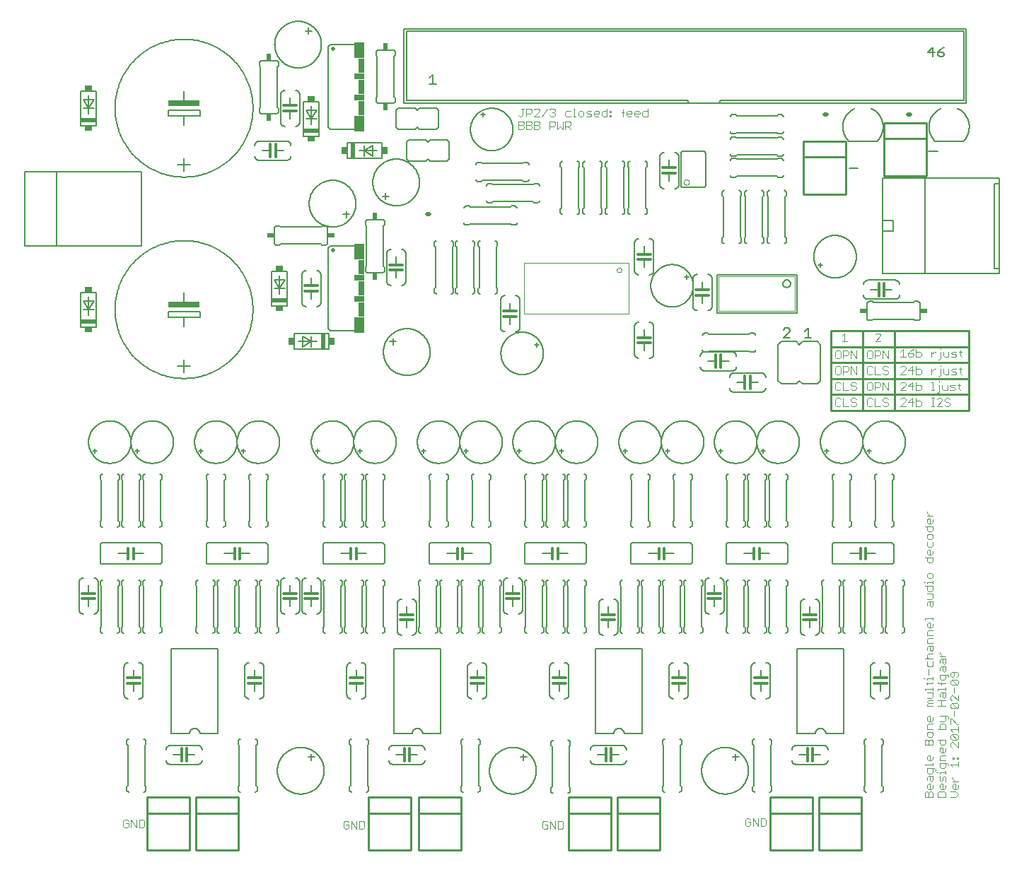
<source format=gto>
G75*
%MOIN*%
%OFA0B0*%
%FSLAX25Y25*%
%IPPOS*%
%LPD*%
%AMOC8*
5,1,8,0,0,1.08239X$1,22.5*
%
%ADD10C,0.00600*%
%ADD11C,0.00300*%
%ADD12C,0.01000*%
%ADD13C,0.00400*%
%ADD14C,0.01200*%
%ADD15C,0.02000*%
%ADD16R,0.05000X0.07500*%
%ADD17R,0.03000X0.07000*%
%ADD18R,0.05000X0.03000*%
%ADD19R,0.15000X0.02500*%
%ADD20R,0.07362X0.02000*%
%ADD21R,0.03346X0.02500*%
%ADD22R,0.02000X0.07362*%
%ADD23R,0.02500X0.03346*%
%ADD24R,0.02400X0.03400*%
%ADD25R,0.03400X0.02400*%
%ADD26C,0.00500*%
%ADD27C,0.00200*%
%ADD28C,0.02000*%
D10*
X0053000Y0045602D02*
X0053000Y0047102D01*
X0053500Y0047602D01*
X0053500Y0066602D01*
X0053000Y0067102D01*
X0053000Y0068602D01*
X0053002Y0068662D01*
X0053007Y0068723D01*
X0053016Y0068782D01*
X0053029Y0068841D01*
X0053045Y0068900D01*
X0053065Y0068957D01*
X0053088Y0069012D01*
X0053115Y0069067D01*
X0053144Y0069119D01*
X0053177Y0069170D01*
X0053213Y0069219D01*
X0053251Y0069265D01*
X0053293Y0069309D01*
X0053337Y0069351D01*
X0053383Y0069389D01*
X0053432Y0069425D01*
X0053483Y0069458D01*
X0053535Y0069487D01*
X0053590Y0069514D01*
X0053645Y0069537D01*
X0053702Y0069557D01*
X0053761Y0069573D01*
X0053820Y0069586D01*
X0053879Y0069595D01*
X0053940Y0069600D01*
X0054000Y0069602D01*
X0061000Y0069602D02*
X0061060Y0069600D01*
X0061121Y0069595D01*
X0061180Y0069586D01*
X0061239Y0069573D01*
X0061298Y0069557D01*
X0061355Y0069537D01*
X0061410Y0069514D01*
X0061465Y0069487D01*
X0061517Y0069458D01*
X0061568Y0069425D01*
X0061617Y0069389D01*
X0061663Y0069351D01*
X0061707Y0069309D01*
X0061749Y0069265D01*
X0061787Y0069219D01*
X0061823Y0069170D01*
X0061856Y0069119D01*
X0061885Y0069067D01*
X0061912Y0069012D01*
X0061935Y0068957D01*
X0061955Y0068900D01*
X0061971Y0068841D01*
X0061984Y0068782D01*
X0061993Y0068723D01*
X0061998Y0068662D01*
X0062000Y0068602D01*
X0062000Y0067102D01*
X0061500Y0066602D01*
X0061500Y0047602D01*
X0062000Y0047102D01*
X0062000Y0045602D01*
X0061998Y0045542D01*
X0061993Y0045481D01*
X0061984Y0045422D01*
X0061971Y0045363D01*
X0061955Y0045304D01*
X0061935Y0045247D01*
X0061912Y0045192D01*
X0061885Y0045137D01*
X0061856Y0045085D01*
X0061823Y0045034D01*
X0061787Y0044985D01*
X0061749Y0044939D01*
X0061707Y0044895D01*
X0061663Y0044853D01*
X0061617Y0044815D01*
X0061568Y0044779D01*
X0061517Y0044746D01*
X0061465Y0044717D01*
X0061410Y0044690D01*
X0061355Y0044667D01*
X0061298Y0044647D01*
X0061239Y0044631D01*
X0061180Y0044618D01*
X0061121Y0044609D01*
X0061060Y0044604D01*
X0061000Y0044602D01*
X0054000Y0044602D02*
X0053940Y0044604D01*
X0053879Y0044609D01*
X0053820Y0044618D01*
X0053761Y0044631D01*
X0053702Y0044647D01*
X0053645Y0044667D01*
X0053590Y0044690D01*
X0053535Y0044717D01*
X0053483Y0044746D01*
X0053432Y0044779D01*
X0053383Y0044815D01*
X0053337Y0044853D01*
X0053293Y0044895D01*
X0053251Y0044939D01*
X0053213Y0044985D01*
X0053177Y0045034D01*
X0053144Y0045085D01*
X0053115Y0045137D01*
X0053088Y0045192D01*
X0053065Y0045247D01*
X0053045Y0045304D01*
X0053029Y0045363D01*
X0053016Y0045422D01*
X0053007Y0045481D01*
X0053002Y0045542D01*
X0053000Y0045602D01*
X0073500Y0057602D02*
X0086500Y0057602D01*
X0086587Y0057604D01*
X0086674Y0057610D01*
X0086761Y0057619D01*
X0086847Y0057632D01*
X0086933Y0057649D01*
X0087018Y0057670D01*
X0087101Y0057695D01*
X0087184Y0057723D01*
X0087265Y0057754D01*
X0087345Y0057789D01*
X0087423Y0057828D01*
X0087500Y0057870D01*
X0087575Y0057915D01*
X0087647Y0057964D01*
X0087718Y0058015D01*
X0087786Y0058070D01*
X0087851Y0058127D01*
X0087914Y0058188D01*
X0087975Y0058251D01*
X0088032Y0058316D01*
X0088087Y0058384D01*
X0088138Y0058455D01*
X0088187Y0058527D01*
X0088232Y0058602D01*
X0088274Y0058679D01*
X0088313Y0058757D01*
X0088348Y0058837D01*
X0088379Y0058918D01*
X0088407Y0059001D01*
X0088432Y0059084D01*
X0088453Y0059169D01*
X0088470Y0059255D01*
X0088483Y0059341D01*
X0088492Y0059428D01*
X0088498Y0059515D01*
X0088500Y0059602D01*
X0085000Y0062102D02*
X0081300Y0062102D01*
X0078800Y0062102D02*
X0075000Y0062102D01*
X0071500Y0059602D02*
X0071502Y0059515D01*
X0071508Y0059428D01*
X0071517Y0059341D01*
X0071530Y0059255D01*
X0071547Y0059169D01*
X0071568Y0059084D01*
X0071593Y0059001D01*
X0071621Y0058918D01*
X0071652Y0058837D01*
X0071687Y0058757D01*
X0071726Y0058679D01*
X0071768Y0058602D01*
X0071813Y0058527D01*
X0071862Y0058455D01*
X0071913Y0058384D01*
X0071968Y0058316D01*
X0072025Y0058251D01*
X0072086Y0058188D01*
X0072149Y0058127D01*
X0072214Y0058070D01*
X0072282Y0058015D01*
X0072353Y0057964D01*
X0072425Y0057915D01*
X0072500Y0057870D01*
X0072577Y0057828D01*
X0072655Y0057789D01*
X0072735Y0057754D01*
X0072816Y0057723D01*
X0072899Y0057695D01*
X0072982Y0057670D01*
X0073067Y0057649D01*
X0073153Y0057632D01*
X0073239Y0057619D01*
X0073326Y0057610D01*
X0073413Y0057604D01*
X0073500Y0057602D01*
X0071500Y0064602D02*
X0071502Y0064689D01*
X0071508Y0064776D01*
X0071517Y0064863D01*
X0071530Y0064949D01*
X0071547Y0065035D01*
X0071568Y0065120D01*
X0071593Y0065203D01*
X0071621Y0065286D01*
X0071652Y0065367D01*
X0071687Y0065447D01*
X0071726Y0065525D01*
X0071768Y0065602D01*
X0071813Y0065677D01*
X0071862Y0065749D01*
X0071913Y0065820D01*
X0071968Y0065888D01*
X0072025Y0065953D01*
X0072086Y0066016D01*
X0072149Y0066077D01*
X0072214Y0066134D01*
X0072282Y0066189D01*
X0072353Y0066240D01*
X0072425Y0066289D01*
X0072500Y0066334D01*
X0072577Y0066376D01*
X0072655Y0066415D01*
X0072735Y0066450D01*
X0072816Y0066481D01*
X0072899Y0066509D01*
X0072982Y0066534D01*
X0073067Y0066555D01*
X0073153Y0066572D01*
X0073239Y0066585D01*
X0073326Y0066594D01*
X0073413Y0066600D01*
X0073500Y0066602D01*
X0086500Y0066602D01*
X0086587Y0066600D01*
X0086674Y0066594D01*
X0086761Y0066585D01*
X0086847Y0066572D01*
X0086933Y0066555D01*
X0087018Y0066534D01*
X0087101Y0066509D01*
X0087184Y0066481D01*
X0087265Y0066450D01*
X0087345Y0066415D01*
X0087423Y0066376D01*
X0087500Y0066334D01*
X0087575Y0066289D01*
X0087647Y0066240D01*
X0087718Y0066189D01*
X0087786Y0066134D01*
X0087851Y0066077D01*
X0087914Y0066016D01*
X0087975Y0065953D01*
X0088032Y0065888D01*
X0088087Y0065820D01*
X0088138Y0065749D01*
X0088187Y0065677D01*
X0088232Y0065602D01*
X0088274Y0065525D01*
X0088313Y0065447D01*
X0088348Y0065367D01*
X0088379Y0065286D01*
X0088407Y0065203D01*
X0088432Y0065120D01*
X0088453Y0065035D01*
X0088470Y0064949D01*
X0088483Y0064863D01*
X0088492Y0064776D01*
X0088498Y0064689D01*
X0088500Y0064602D01*
X0087500Y0072102D02*
X0096000Y0072102D01*
X0096000Y0112102D01*
X0074000Y0112102D01*
X0074000Y0072102D01*
X0082500Y0072102D01*
X0082502Y0072200D01*
X0082508Y0072298D01*
X0082517Y0072396D01*
X0082531Y0072493D01*
X0082548Y0072590D01*
X0082569Y0072686D01*
X0082594Y0072781D01*
X0082622Y0072875D01*
X0082655Y0072967D01*
X0082690Y0073059D01*
X0082730Y0073149D01*
X0082772Y0073237D01*
X0082819Y0073324D01*
X0082868Y0073408D01*
X0082921Y0073491D01*
X0082977Y0073571D01*
X0083037Y0073650D01*
X0083099Y0073726D01*
X0083164Y0073799D01*
X0083232Y0073870D01*
X0083303Y0073938D01*
X0083376Y0074003D01*
X0083452Y0074065D01*
X0083531Y0074125D01*
X0083611Y0074181D01*
X0083694Y0074234D01*
X0083778Y0074283D01*
X0083865Y0074330D01*
X0083953Y0074372D01*
X0084043Y0074412D01*
X0084135Y0074447D01*
X0084227Y0074480D01*
X0084321Y0074508D01*
X0084416Y0074533D01*
X0084512Y0074554D01*
X0084609Y0074571D01*
X0084706Y0074585D01*
X0084804Y0074594D01*
X0084902Y0074600D01*
X0085000Y0074602D01*
X0085098Y0074600D01*
X0085196Y0074594D01*
X0085294Y0074585D01*
X0085391Y0074571D01*
X0085488Y0074554D01*
X0085584Y0074533D01*
X0085679Y0074508D01*
X0085773Y0074480D01*
X0085865Y0074447D01*
X0085957Y0074412D01*
X0086047Y0074372D01*
X0086135Y0074330D01*
X0086222Y0074283D01*
X0086306Y0074234D01*
X0086389Y0074181D01*
X0086469Y0074125D01*
X0086548Y0074065D01*
X0086624Y0074003D01*
X0086697Y0073938D01*
X0086768Y0073870D01*
X0086836Y0073799D01*
X0086901Y0073726D01*
X0086963Y0073650D01*
X0087023Y0073571D01*
X0087079Y0073491D01*
X0087132Y0073408D01*
X0087181Y0073324D01*
X0087228Y0073237D01*
X0087270Y0073149D01*
X0087310Y0073059D01*
X0087345Y0072967D01*
X0087378Y0072875D01*
X0087406Y0072781D01*
X0087431Y0072686D01*
X0087452Y0072590D01*
X0087469Y0072493D01*
X0087483Y0072396D01*
X0087492Y0072298D01*
X0087498Y0072200D01*
X0087500Y0072102D01*
X0105500Y0068602D02*
X0105500Y0067102D01*
X0106000Y0066602D01*
X0106000Y0047602D01*
X0105500Y0047102D01*
X0105500Y0045602D01*
X0105502Y0045542D01*
X0105507Y0045481D01*
X0105516Y0045422D01*
X0105529Y0045363D01*
X0105545Y0045304D01*
X0105565Y0045247D01*
X0105588Y0045192D01*
X0105615Y0045137D01*
X0105644Y0045085D01*
X0105677Y0045034D01*
X0105713Y0044985D01*
X0105751Y0044939D01*
X0105793Y0044895D01*
X0105837Y0044853D01*
X0105883Y0044815D01*
X0105932Y0044779D01*
X0105983Y0044746D01*
X0106035Y0044717D01*
X0106090Y0044690D01*
X0106145Y0044667D01*
X0106202Y0044647D01*
X0106261Y0044631D01*
X0106320Y0044618D01*
X0106379Y0044609D01*
X0106440Y0044604D01*
X0106500Y0044602D01*
X0113500Y0044602D02*
X0113560Y0044604D01*
X0113621Y0044609D01*
X0113680Y0044618D01*
X0113739Y0044631D01*
X0113798Y0044647D01*
X0113855Y0044667D01*
X0113910Y0044690D01*
X0113965Y0044717D01*
X0114017Y0044746D01*
X0114068Y0044779D01*
X0114117Y0044815D01*
X0114163Y0044853D01*
X0114207Y0044895D01*
X0114249Y0044939D01*
X0114287Y0044985D01*
X0114323Y0045034D01*
X0114356Y0045085D01*
X0114385Y0045137D01*
X0114412Y0045192D01*
X0114435Y0045247D01*
X0114455Y0045304D01*
X0114471Y0045363D01*
X0114484Y0045422D01*
X0114493Y0045481D01*
X0114498Y0045542D01*
X0114500Y0045602D01*
X0114500Y0047102D01*
X0114000Y0047602D01*
X0114000Y0066602D01*
X0114500Y0067102D01*
X0114500Y0068602D01*
X0114498Y0068662D01*
X0114493Y0068723D01*
X0114484Y0068782D01*
X0114471Y0068841D01*
X0114455Y0068900D01*
X0114435Y0068957D01*
X0114412Y0069012D01*
X0114385Y0069067D01*
X0114356Y0069119D01*
X0114323Y0069170D01*
X0114287Y0069219D01*
X0114249Y0069265D01*
X0114207Y0069309D01*
X0114163Y0069351D01*
X0114117Y0069389D01*
X0114068Y0069425D01*
X0114017Y0069458D01*
X0113965Y0069487D01*
X0113910Y0069514D01*
X0113855Y0069537D01*
X0113798Y0069557D01*
X0113739Y0069573D01*
X0113680Y0069586D01*
X0113621Y0069595D01*
X0113560Y0069600D01*
X0113500Y0069602D01*
X0106500Y0069602D02*
X0106440Y0069600D01*
X0106379Y0069595D01*
X0106320Y0069586D01*
X0106261Y0069573D01*
X0106202Y0069557D01*
X0106145Y0069537D01*
X0106090Y0069514D01*
X0106035Y0069487D01*
X0105983Y0069458D01*
X0105932Y0069425D01*
X0105883Y0069389D01*
X0105837Y0069351D01*
X0105793Y0069309D01*
X0105751Y0069265D01*
X0105713Y0069219D01*
X0105677Y0069170D01*
X0105644Y0069119D01*
X0105615Y0069067D01*
X0105588Y0069012D01*
X0105565Y0068957D01*
X0105545Y0068900D01*
X0105529Y0068841D01*
X0105516Y0068782D01*
X0105507Y0068723D01*
X0105502Y0068662D01*
X0105500Y0068602D01*
X0108625Y0090602D02*
X0108625Y0103602D01*
X0108627Y0103689D01*
X0108633Y0103776D01*
X0108642Y0103863D01*
X0108655Y0103949D01*
X0108672Y0104035D01*
X0108693Y0104120D01*
X0108718Y0104203D01*
X0108746Y0104286D01*
X0108777Y0104367D01*
X0108812Y0104447D01*
X0108851Y0104525D01*
X0108893Y0104602D01*
X0108938Y0104677D01*
X0108987Y0104749D01*
X0109038Y0104820D01*
X0109093Y0104888D01*
X0109150Y0104953D01*
X0109211Y0105016D01*
X0109274Y0105077D01*
X0109339Y0105134D01*
X0109407Y0105189D01*
X0109478Y0105240D01*
X0109550Y0105289D01*
X0109625Y0105334D01*
X0109702Y0105376D01*
X0109780Y0105415D01*
X0109860Y0105450D01*
X0109941Y0105481D01*
X0110024Y0105509D01*
X0110107Y0105534D01*
X0110192Y0105555D01*
X0110278Y0105572D01*
X0110364Y0105585D01*
X0110451Y0105594D01*
X0110538Y0105600D01*
X0110625Y0105602D01*
X0113125Y0102102D02*
X0113125Y0098402D01*
X0113125Y0095902D02*
X0113125Y0092102D01*
X0110625Y0088602D02*
X0110538Y0088604D01*
X0110451Y0088610D01*
X0110364Y0088619D01*
X0110278Y0088632D01*
X0110192Y0088649D01*
X0110107Y0088670D01*
X0110024Y0088695D01*
X0109941Y0088723D01*
X0109860Y0088754D01*
X0109780Y0088789D01*
X0109702Y0088828D01*
X0109625Y0088870D01*
X0109550Y0088915D01*
X0109478Y0088964D01*
X0109407Y0089015D01*
X0109339Y0089070D01*
X0109274Y0089127D01*
X0109211Y0089188D01*
X0109150Y0089251D01*
X0109093Y0089316D01*
X0109038Y0089384D01*
X0108987Y0089455D01*
X0108938Y0089527D01*
X0108893Y0089602D01*
X0108851Y0089679D01*
X0108812Y0089757D01*
X0108777Y0089837D01*
X0108746Y0089918D01*
X0108718Y0090001D01*
X0108693Y0090084D01*
X0108672Y0090169D01*
X0108655Y0090255D01*
X0108642Y0090341D01*
X0108633Y0090428D01*
X0108627Y0090515D01*
X0108625Y0090602D01*
X0115625Y0088602D02*
X0115712Y0088604D01*
X0115799Y0088610D01*
X0115886Y0088619D01*
X0115972Y0088632D01*
X0116058Y0088649D01*
X0116143Y0088670D01*
X0116226Y0088695D01*
X0116309Y0088723D01*
X0116390Y0088754D01*
X0116470Y0088789D01*
X0116548Y0088828D01*
X0116625Y0088870D01*
X0116700Y0088915D01*
X0116772Y0088964D01*
X0116843Y0089015D01*
X0116911Y0089070D01*
X0116976Y0089127D01*
X0117039Y0089188D01*
X0117100Y0089251D01*
X0117157Y0089316D01*
X0117212Y0089384D01*
X0117263Y0089455D01*
X0117312Y0089527D01*
X0117357Y0089602D01*
X0117399Y0089679D01*
X0117438Y0089757D01*
X0117473Y0089837D01*
X0117504Y0089918D01*
X0117532Y0090001D01*
X0117557Y0090084D01*
X0117578Y0090169D01*
X0117595Y0090255D01*
X0117608Y0090341D01*
X0117617Y0090428D01*
X0117623Y0090515D01*
X0117625Y0090602D01*
X0117625Y0103602D01*
X0117623Y0103689D01*
X0117617Y0103776D01*
X0117608Y0103863D01*
X0117595Y0103949D01*
X0117578Y0104035D01*
X0117557Y0104120D01*
X0117532Y0104203D01*
X0117504Y0104286D01*
X0117473Y0104367D01*
X0117438Y0104447D01*
X0117399Y0104525D01*
X0117357Y0104602D01*
X0117312Y0104677D01*
X0117263Y0104749D01*
X0117212Y0104820D01*
X0117157Y0104888D01*
X0117100Y0104953D01*
X0117039Y0105016D01*
X0116976Y0105077D01*
X0116911Y0105134D01*
X0116843Y0105189D01*
X0116772Y0105240D01*
X0116700Y0105289D01*
X0116625Y0105334D01*
X0116548Y0105376D01*
X0116470Y0105415D01*
X0116390Y0105450D01*
X0116309Y0105481D01*
X0116226Y0105509D01*
X0116143Y0105534D01*
X0116058Y0105555D01*
X0115972Y0105572D01*
X0115886Y0105585D01*
X0115799Y0105594D01*
X0115712Y0105600D01*
X0115625Y0105602D01*
X0115500Y0120602D02*
X0115500Y0122102D01*
X0116000Y0122602D01*
X0116000Y0141602D01*
X0115500Y0142102D01*
X0115500Y0143602D01*
X0115502Y0143662D01*
X0115507Y0143723D01*
X0115516Y0143782D01*
X0115529Y0143841D01*
X0115545Y0143900D01*
X0115565Y0143957D01*
X0115588Y0144012D01*
X0115615Y0144067D01*
X0115644Y0144119D01*
X0115677Y0144170D01*
X0115713Y0144219D01*
X0115751Y0144265D01*
X0115793Y0144309D01*
X0115837Y0144351D01*
X0115883Y0144389D01*
X0115932Y0144425D01*
X0115983Y0144458D01*
X0116035Y0144487D01*
X0116090Y0144514D01*
X0116145Y0144537D01*
X0116202Y0144557D01*
X0116261Y0144573D01*
X0116320Y0144586D01*
X0116379Y0144595D01*
X0116440Y0144600D01*
X0116500Y0144602D01*
X0114500Y0143602D02*
X0114500Y0142102D01*
X0114000Y0141602D01*
X0114000Y0122602D01*
X0114500Y0122102D01*
X0114500Y0120602D01*
X0114498Y0120542D01*
X0114493Y0120481D01*
X0114484Y0120422D01*
X0114471Y0120363D01*
X0114455Y0120304D01*
X0114435Y0120247D01*
X0114412Y0120192D01*
X0114385Y0120137D01*
X0114356Y0120085D01*
X0114323Y0120034D01*
X0114287Y0119985D01*
X0114249Y0119939D01*
X0114207Y0119895D01*
X0114163Y0119853D01*
X0114117Y0119815D01*
X0114068Y0119779D01*
X0114017Y0119746D01*
X0113965Y0119717D01*
X0113910Y0119690D01*
X0113855Y0119667D01*
X0113798Y0119647D01*
X0113739Y0119631D01*
X0113680Y0119618D01*
X0113621Y0119609D01*
X0113560Y0119604D01*
X0113500Y0119602D01*
X0115500Y0120602D02*
X0115502Y0120542D01*
X0115507Y0120481D01*
X0115516Y0120422D01*
X0115529Y0120363D01*
X0115545Y0120304D01*
X0115565Y0120247D01*
X0115588Y0120192D01*
X0115615Y0120137D01*
X0115644Y0120085D01*
X0115677Y0120034D01*
X0115713Y0119985D01*
X0115751Y0119939D01*
X0115793Y0119895D01*
X0115837Y0119853D01*
X0115883Y0119815D01*
X0115932Y0119779D01*
X0115983Y0119746D01*
X0116035Y0119717D01*
X0116090Y0119690D01*
X0116145Y0119667D01*
X0116202Y0119647D01*
X0116261Y0119631D01*
X0116320Y0119618D01*
X0116379Y0119609D01*
X0116440Y0119604D01*
X0116500Y0119602D01*
X0123500Y0119602D02*
X0123560Y0119604D01*
X0123621Y0119609D01*
X0123680Y0119618D01*
X0123739Y0119631D01*
X0123798Y0119647D01*
X0123855Y0119667D01*
X0123910Y0119690D01*
X0123965Y0119717D01*
X0124017Y0119746D01*
X0124068Y0119779D01*
X0124117Y0119815D01*
X0124163Y0119853D01*
X0124207Y0119895D01*
X0124249Y0119939D01*
X0124287Y0119985D01*
X0124323Y0120034D01*
X0124356Y0120085D01*
X0124385Y0120137D01*
X0124412Y0120192D01*
X0124435Y0120247D01*
X0124455Y0120304D01*
X0124471Y0120363D01*
X0124484Y0120422D01*
X0124493Y0120481D01*
X0124498Y0120542D01*
X0124500Y0120602D01*
X0124500Y0122102D01*
X0124000Y0122602D01*
X0124000Y0141602D01*
X0124500Y0142102D01*
X0124500Y0143602D01*
X0125500Y0143602D02*
X0125500Y0130602D01*
X0125502Y0130515D01*
X0125508Y0130428D01*
X0125517Y0130341D01*
X0125530Y0130255D01*
X0125547Y0130169D01*
X0125568Y0130084D01*
X0125593Y0130001D01*
X0125621Y0129918D01*
X0125652Y0129837D01*
X0125687Y0129757D01*
X0125726Y0129679D01*
X0125768Y0129602D01*
X0125813Y0129527D01*
X0125862Y0129455D01*
X0125913Y0129384D01*
X0125968Y0129316D01*
X0126025Y0129251D01*
X0126086Y0129188D01*
X0126149Y0129127D01*
X0126214Y0129070D01*
X0126282Y0129015D01*
X0126353Y0128964D01*
X0126425Y0128915D01*
X0126500Y0128870D01*
X0126577Y0128828D01*
X0126655Y0128789D01*
X0126735Y0128754D01*
X0126816Y0128723D01*
X0126899Y0128695D01*
X0126982Y0128670D01*
X0127067Y0128649D01*
X0127153Y0128632D01*
X0127239Y0128619D01*
X0127326Y0128610D01*
X0127413Y0128604D01*
X0127500Y0128602D01*
X0130000Y0132102D02*
X0130000Y0135802D01*
X0130000Y0138302D02*
X0130000Y0142102D01*
X0132500Y0145602D02*
X0132587Y0145600D01*
X0132674Y0145594D01*
X0132761Y0145585D01*
X0132847Y0145572D01*
X0132933Y0145555D01*
X0133018Y0145534D01*
X0133101Y0145509D01*
X0133184Y0145481D01*
X0133265Y0145450D01*
X0133345Y0145415D01*
X0133423Y0145376D01*
X0133500Y0145334D01*
X0133575Y0145289D01*
X0133647Y0145240D01*
X0133718Y0145189D01*
X0133786Y0145134D01*
X0133851Y0145077D01*
X0133914Y0145016D01*
X0133975Y0144953D01*
X0134032Y0144888D01*
X0134087Y0144820D01*
X0134138Y0144749D01*
X0134187Y0144677D01*
X0134232Y0144602D01*
X0134274Y0144525D01*
X0134313Y0144447D01*
X0134348Y0144367D01*
X0134379Y0144286D01*
X0134407Y0144203D01*
X0134432Y0144120D01*
X0134453Y0144035D01*
X0134470Y0143949D01*
X0134483Y0143863D01*
X0134492Y0143776D01*
X0134498Y0143689D01*
X0134500Y0143602D01*
X0134500Y0130602D01*
X0135500Y0130602D02*
X0135500Y0143602D01*
X0135502Y0143689D01*
X0135508Y0143776D01*
X0135517Y0143863D01*
X0135530Y0143949D01*
X0135547Y0144035D01*
X0135568Y0144120D01*
X0135593Y0144203D01*
X0135621Y0144286D01*
X0135652Y0144367D01*
X0135687Y0144447D01*
X0135726Y0144525D01*
X0135768Y0144602D01*
X0135813Y0144677D01*
X0135862Y0144749D01*
X0135913Y0144820D01*
X0135968Y0144888D01*
X0136025Y0144953D01*
X0136086Y0145016D01*
X0136149Y0145077D01*
X0136214Y0145134D01*
X0136282Y0145189D01*
X0136353Y0145240D01*
X0136425Y0145289D01*
X0136500Y0145334D01*
X0136577Y0145376D01*
X0136655Y0145415D01*
X0136735Y0145450D01*
X0136816Y0145481D01*
X0136899Y0145509D01*
X0136982Y0145534D01*
X0137067Y0145555D01*
X0137153Y0145572D01*
X0137239Y0145585D01*
X0137326Y0145594D01*
X0137413Y0145600D01*
X0137500Y0145602D01*
X0140000Y0142102D02*
X0140000Y0138302D01*
X0140000Y0135802D02*
X0140000Y0132102D01*
X0142500Y0128602D02*
X0142587Y0128604D01*
X0142674Y0128610D01*
X0142761Y0128619D01*
X0142847Y0128632D01*
X0142933Y0128649D01*
X0143018Y0128670D01*
X0143101Y0128695D01*
X0143184Y0128723D01*
X0143265Y0128754D01*
X0143345Y0128789D01*
X0143423Y0128828D01*
X0143500Y0128870D01*
X0143575Y0128915D01*
X0143647Y0128964D01*
X0143718Y0129015D01*
X0143786Y0129070D01*
X0143851Y0129127D01*
X0143914Y0129188D01*
X0143975Y0129251D01*
X0144032Y0129316D01*
X0144087Y0129384D01*
X0144138Y0129455D01*
X0144187Y0129527D01*
X0144232Y0129602D01*
X0144274Y0129679D01*
X0144313Y0129757D01*
X0144348Y0129837D01*
X0144379Y0129918D01*
X0144407Y0130001D01*
X0144432Y0130084D01*
X0144453Y0130169D01*
X0144470Y0130255D01*
X0144483Y0130341D01*
X0144492Y0130428D01*
X0144498Y0130515D01*
X0144500Y0130602D01*
X0144500Y0143602D01*
X0145500Y0143602D02*
X0145500Y0142102D01*
X0146000Y0141602D01*
X0146000Y0122602D01*
X0145500Y0122102D01*
X0145500Y0120602D01*
X0145502Y0120542D01*
X0145507Y0120481D01*
X0145516Y0120422D01*
X0145529Y0120363D01*
X0145545Y0120304D01*
X0145565Y0120247D01*
X0145588Y0120192D01*
X0145615Y0120137D01*
X0145644Y0120085D01*
X0145677Y0120034D01*
X0145713Y0119985D01*
X0145751Y0119939D01*
X0145793Y0119895D01*
X0145837Y0119853D01*
X0145883Y0119815D01*
X0145932Y0119779D01*
X0145983Y0119746D01*
X0146035Y0119717D01*
X0146090Y0119690D01*
X0146145Y0119667D01*
X0146202Y0119647D01*
X0146261Y0119631D01*
X0146320Y0119618D01*
X0146379Y0119609D01*
X0146440Y0119604D01*
X0146500Y0119602D01*
X0153500Y0119602D02*
X0153560Y0119604D01*
X0153621Y0119609D01*
X0153680Y0119618D01*
X0153739Y0119631D01*
X0153798Y0119647D01*
X0153855Y0119667D01*
X0153910Y0119690D01*
X0153965Y0119717D01*
X0154017Y0119746D01*
X0154068Y0119779D01*
X0154117Y0119815D01*
X0154163Y0119853D01*
X0154207Y0119895D01*
X0154249Y0119939D01*
X0154287Y0119985D01*
X0154323Y0120034D01*
X0154356Y0120085D01*
X0154385Y0120137D01*
X0154412Y0120192D01*
X0154435Y0120247D01*
X0154455Y0120304D01*
X0154471Y0120363D01*
X0154484Y0120422D01*
X0154493Y0120481D01*
X0154498Y0120542D01*
X0154500Y0120602D01*
X0154500Y0122102D01*
X0154000Y0122602D01*
X0154000Y0141602D01*
X0154500Y0142102D01*
X0154500Y0143602D01*
X0154498Y0143662D01*
X0154493Y0143723D01*
X0154484Y0143782D01*
X0154471Y0143841D01*
X0154455Y0143900D01*
X0154435Y0143957D01*
X0154412Y0144012D01*
X0154385Y0144067D01*
X0154356Y0144119D01*
X0154323Y0144170D01*
X0154287Y0144219D01*
X0154249Y0144265D01*
X0154207Y0144309D01*
X0154163Y0144351D01*
X0154117Y0144389D01*
X0154068Y0144425D01*
X0154017Y0144458D01*
X0153965Y0144487D01*
X0153910Y0144514D01*
X0153855Y0144537D01*
X0153798Y0144557D01*
X0153739Y0144573D01*
X0153680Y0144586D01*
X0153621Y0144595D01*
X0153560Y0144600D01*
X0153500Y0144602D01*
X0155500Y0143602D02*
X0155500Y0142102D01*
X0156000Y0141602D01*
X0156000Y0122602D01*
X0155500Y0122102D01*
X0155500Y0120602D01*
X0155502Y0120542D01*
X0155507Y0120481D01*
X0155516Y0120422D01*
X0155529Y0120363D01*
X0155545Y0120304D01*
X0155565Y0120247D01*
X0155588Y0120192D01*
X0155615Y0120137D01*
X0155644Y0120085D01*
X0155677Y0120034D01*
X0155713Y0119985D01*
X0155751Y0119939D01*
X0155793Y0119895D01*
X0155837Y0119853D01*
X0155883Y0119815D01*
X0155932Y0119779D01*
X0155983Y0119746D01*
X0156035Y0119717D01*
X0156090Y0119690D01*
X0156145Y0119667D01*
X0156202Y0119647D01*
X0156261Y0119631D01*
X0156320Y0119618D01*
X0156379Y0119609D01*
X0156440Y0119604D01*
X0156500Y0119602D01*
X0163500Y0119602D02*
X0163560Y0119604D01*
X0163621Y0119609D01*
X0163680Y0119618D01*
X0163739Y0119631D01*
X0163798Y0119647D01*
X0163855Y0119667D01*
X0163910Y0119690D01*
X0163965Y0119717D01*
X0164017Y0119746D01*
X0164068Y0119779D01*
X0164117Y0119815D01*
X0164163Y0119853D01*
X0164207Y0119895D01*
X0164249Y0119939D01*
X0164287Y0119985D01*
X0164323Y0120034D01*
X0164356Y0120085D01*
X0164385Y0120137D01*
X0164412Y0120192D01*
X0164435Y0120247D01*
X0164455Y0120304D01*
X0164471Y0120363D01*
X0164484Y0120422D01*
X0164493Y0120481D01*
X0164498Y0120542D01*
X0164500Y0120602D01*
X0164500Y0122102D01*
X0164000Y0122602D01*
X0164000Y0141602D01*
X0164500Y0142102D01*
X0164500Y0143602D01*
X0164498Y0143662D01*
X0164493Y0143723D01*
X0164484Y0143782D01*
X0164471Y0143841D01*
X0164455Y0143900D01*
X0164435Y0143957D01*
X0164412Y0144012D01*
X0164385Y0144067D01*
X0164356Y0144119D01*
X0164323Y0144170D01*
X0164287Y0144219D01*
X0164249Y0144265D01*
X0164207Y0144309D01*
X0164163Y0144351D01*
X0164117Y0144389D01*
X0164068Y0144425D01*
X0164017Y0144458D01*
X0163965Y0144487D01*
X0163910Y0144514D01*
X0163855Y0144537D01*
X0163798Y0144557D01*
X0163739Y0144573D01*
X0163680Y0144586D01*
X0163621Y0144595D01*
X0163560Y0144600D01*
X0163500Y0144602D01*
X0165500Y0143602D02*
X0165500Y0142102D01*
X0166000Y0141602D01*
X0166000Y0122602D01*
X0165500Y0122102D01*
X0165500Y0120602D01*
X0165502Y0120542D01*
X0165507Y0120481D01*
X0165516Y0120422D01*
X0165529Y0120363D01*
X0165545Y0120304D01*
X0165565Y0120247D01*
X0165588Y0120192D01*
X0165615Y0120137D01*
X0165644Y0120085D01*
X0165677Y0120034D01*
X0165713Y0119985D01*
X0165751Y0119939D01*
X0165793Y0119895D01*
X0165837Y0119853D01*
X0165883Y0119815D01*
X0165932Y0119779D01*
X0165983Y0119746D01*
X0166035Y0119717D01*
X0166090Y0119690D01*
X0166145Y0119667D01*
X0166202Y0119647D01*
X0166261Y0119631D01*
X0166320Y0119618D01*
X0166379Y0119609D01*
X0166440Y0119604D01*
X0166500Y0119602D01*
X0173500Y0119602D02*
X0173560Y0119604D01*
X0173621Y0119609D01*
X0173680Y0119618D01*
X0173739Y0119631D01*
X0173798Y0119647D01*
X0173855Y0119667D01*
X0173910Y0119690D01*
X0173965Y0119717D01*
X0174017Y0119746D01*
X0174068Y0119779D01*
X0174117Y0119815D01*
X0174163Y0119853D01*
X0174207Y0119895D01*
X0174249Y0119939D01*
X0174287Y0119985D01*
X0174323Y0120034D01*
X0174356Y0120085D01*
X0174385Y0120137D01*
X0174412Y0120192D01*
X0174435Y0120247D01*
X0174455Y0120304D01*
X0174471Y0120363D01*
X0174484Y0120422D01*
X0174493Y0120481D01*
X0174498Y0120542D01*
X0174500Y0120602D01*
X0174500Y0122102D01*
X0174000Y0122602D01*
X0174000Y0141602D01*
X0174500Y0142102D01*
X0174500Y0143602D01*
X0174498Y0143662D01*
X0174493Y0143723D01*
X0174484Y0143782D01*
X0174471Y0143841D01*
X0174455Y0143900D01*
X0174435Y0143957D01*
X0174412Y0144012D01*
X0174385Y0144067D01*
X0174356Y0144119D01*
X0174323Y0144170D01*
X0174287Y0144219D01*
X0174249Y0144265D01*
X0174207Y0144309D01*
X0174163Y0144351D01*
X0174117Y0144389D01*
X0174068Y0144425D01*
X0174017Y0144458D01*
X0173965Y0144487D01*
X0173910Y0144514D01*
X0173855Y0144537D01*
X0173798Y0144557D01*
X0173739Y0144573D01*
X0173680Y0144586D01*
X0173621Y0144595D01*
X0173560Y0144600D01*
X0173500Y0144602D01*
X0166500Y0144602D02*
X0166440Y0144600D01*
X0166379Y0144595D01*
X0166320Y0144586D01*
X0166261Y0144573D01*
X0166202Y0144557D01*
X0166145Y0144537D01*
X0166090Y0144514D01*
X0166035Y0144487D01*
X0165983Y0144458D01*
X0165932Y0144425D01*
X0165883Y0144389D01*
X0165837Y0144351D01*
X0165793Y0144309D01*
X0165751Y0144265D01*
X0165713Y0144219D01*
X0165677Y0144170D01*
X0165644Y0144119D01*
X0165615Y0144067D01*
X0165588Y0144012D01*
X0165565Y0143957D01*
X0165545Y0143900D01*
X0165529Y0143841D01*
X0165516Y0143782D01*
X0165507Y0143723D01*
X0165502Y0143662D01*
X0165500Y0143602D01*
X0156500Y0144602D02*
X0156440Y0144600D01*
X0156379Y0144595D01*
X0156320Y0144586D01*
X0156261Y0144573D01*
X0156202Y0144557D01*
X0156145Y0144537D01*
X0156090Y0144514D01*
X0156035Y0144487D01*
X0155983Y0144458D01*
X0155932Y0144425D01*
X0155883Y0144389D01*
X0155837Y0144351D01*
X0155793Y0144309D01*
X0155751Y0144265D01*
X0155713Y0144219D01*
X0155677Y0144170D01*
X0155644Y0144119D01*
X0155615Y0144067D01*
X0155588Y0144012D01*
X0155565Y0143957D01*
X0155545Y0143900D01*
X0155529Y0143841D01*
X0155516Y0143782D01*
X0155507Y0143723D01*
X0155502Y0143662D01*
X0155500Y0143602D01*
X0146500Y0144602D02*
X0146440Y0144600D01*
X0146379Y0144595D01*
X0146320Y0144586D01*
X0146261Y0144573D01*
X0146202Y0144557D01*
X0146145Y0144537D01*
X0146090Y0144514D01*
X0146035Y0144487D01*
X0145983Y0144458D01*
X0145932Y0144425D01*
X0145883Y0144389D01*
X0145837Y0144351D01*
X0145793Y0144309D01*
X0145751Y0144265D01*
X0145713Y0144219D01*
X0145677Y0144170D01*
X0145644Y0144119D01*
X0145615Y0144067D01*
X0145588Y0144012D01*
X0145565Y0143957D01*
X0145545Y0143900D01*
X0145529Y0143841D01*
X0145516Y0143782D01*
X0145507Y0143723D01*
X0145502Y0143662D01*
X0145500Y0143602D01*
X0144500Y0143602D02*
X0144498Y0143689D01*
X0144492Y0143776D01*
X0144483Y0143863D01*
X0144470Y0143949D01*
X0144453Y0144035D01*
X0144432Y0144120D01*
X0144407Y0144203D01*
X0144379Y0144286D01*
X0144348Y0144367D01*
X0144313Y0144447D01*
X0144274Y0144525D01*
X0144232Y0144602D01*
X0144187Y0144677D01*
X0144138Y0144749D01*
X0144087Y0144820D01*
X0144032Y0144888D01*
X0143975Y0144953D01*
X0143914Y0145016D01*
X0143851Y0145077D01*
X0143786Y0145134D01*
X0143718Y0145189D01*
X0143647Y0145240D01*
X0143575Y0145289D01*
X0143500Y0145334D01*
X0143423Y0145376D01*
X0143345Y0145415D01*
X0143265Y0145450D01*
X0143184Y0145481D01*
X0143101Y0145509D01*
X0143018Y0145534D01*
X0142933Y0145555D01*
X0142847Y0145572D01*
X0142761Y0145585D01*
X0142674Y0145594D01*
X0142587Y0145600D01*
X0142500Y0145602D01*
X0146500Y0152102D02*
X0173500Y0152102D01*
X0173560Y0152104D01*
X0173621Y0152109D01*
X0173680Y0152118D01*
X0173739Y0152131D01*
X0173798Y0152147D01*
X0173855Y0152167D01*
X0173910Y0152190D01*
X0173965Y0152217D01*
X0174017Y0152246D01*
X0174068Y0152279D01*
X0174117Y0152315D01*
X0174163Y0152353D01*
X0174207Y0152395D01*
X0174249Y0152439D01*
X0174287Y0152485D01*
X0174323Y0152534D01*
X0174356Y0152585D01*
X0174385Y0152637D01*
X0174412Y0152692D01*
X0174435Y0152747D01*
X0174455Y0152804D01*
X0174471Y0152863D01*
X0174484Y0152922D01*
X0174493Y0152981D01*
X0174498Y0153042D01*
X0174500Y0153102D01*
X0174500Y0161102D01*
X0174498Y0161162D01*
X0174493Y0161223D01*
X0174484Y0161282D01*
X0174471Y0161341D01*
X0174455Y0161400D01*
X0174435Y0161457D01*
X0174412Y0161512D01*
X0174385Y0161567D01*
X0174356Y0161619D01*
X0174323Y0161670D01*
X0174287Y0161719D01*
X0174249Y0161765D01*
X0174207Y0161809D01*
X0174163Y0161851D01*
X0174117Y0161889D01*
X0174068Y0161925D01*
X0174017Y0161958D01*
X0173965Y0161987D01*
X0173910Y0162014D01*
X0173855Y0162037D01*
X0173798Y0162057D01*
X0173739Y0162073D01*
X0173680Y0162086D01*
X0173621Y0162095D01*
X0173560Y0162100D01*
X0173500Y0162102D01*
X0146500Y0162102D01*
X0146440Y0162100D01*
X0146379Y0162095D01*
X0146320Y0162086D01*
X0146261Y0162073D01*
X0146202Y0162057D01*
X0146145Y0162037D01*
X0146090Y0162014D01*
X0146035Y0161987D01*
X0145983Y0161958D01*
X0145932Y0161925D01*
X0145883Y0161889D01*
X0145837Y0161851D01*
X0145793Y0161809D01*
X0145751Y0161765D01*
X0145713Y0161719D01*
X0145677Y0161670D01*
X0145644Y0161619D01*
X0145615Y0161567D01*
X0145588Y0161512D01*
X0145565Y0161457D01*
X0145545Y0161400D01*
X0145529Y0161341D01*
X0145516Y0161282D01*
X0145507Y0161223D01*
X0145502Y0161162D01*
X0145500Y0161102D01*
X0145500Y0153102D01*
X0145502Y0153042D01*
X0145507Y0152981D01*
X0145516Y0152922D01*
X0145529Y0152863D01*
X0145545Y0152804D01*
X0145565Y0152747D01*
X0145588Y0152692D01*
X0145615Y0152637D01*
X0145644Y0152585D01*
X0145677Y0152534D01*
X0145713Y0152485D01*
X0145751Y0152439D01*
X0145793Y0152395D01*
X0145837Y0152353D01*
X0145883Y0152315D01*
X0145932Y0152279D01*
X0145983Y0152246D01*
X0146035Y0152217D01*
X0146090Y0152190D01*
X0146145Y0152167D01*
X0146202Y0152147D01*
X0146261Y0152131D01*
X0146320Y0152118D01*
X0146379Y0152109D01*
X0146440Y0152104D01*
X0146500Y0152102D01*
X0154000Y0157102D02*
X0158700Y0157102D01*
X0161200Y0157102D02*
X0166000Y0157102D01*
X0166500Y0169602D02*
X0166440Y0169604D01*
X0166379Y0169609D01*
X0166320Y0169618D01*
X0166261Y0169631D01*
X0166202Y0169647D01*
X0166145Y0169667D01*
X0166090Y0169690D01*
X0166035Y0169717D01*
X0165983Y0169746D01*
X0165932Y0169779D01*
X0165883Y0169815D01*
X0165837Y0169853D01*
X0165793Y0169895D01*
X0165751Y0169939D01*
X0165713Y0169985D01*
X0165677Y0170034D01*
X0165644Y0170085D01*
X0165615Y0170137D01*
X0165588Y0170192D01*
X0165565Y0170247D01*
X0165545Y0170304D01*
X0165529Y0170363D01*
X0165516Y0170422D01*
X0165507Y0170481D01*
X0165502Y0170542D01*
X0165500Y0170602D01*
X0165500Y0172102D01*
X0166000Y0172602D01*
X0166000Y0191602D01*
X0165500Y0192102D01*
X0165500Y0193602D01*
X0165502Y0193662D01*
X0165507Y0193723D01*
X0165516Y0193782D01*
X0165529Y0193841D01*
X0165545Y0193900D01*
X0165565Y0193957D01*
X0165588Y0194012D01*
X0165615Y0194067D01*
X0165644Y0194119D01*
X0165677Y0194170D01*
X0165713Y0194219D01*
X0165751Y0194265D01*
X0165793Y0194309D01*
X0165837Y0194351D01*
X0165883Y0194389D01*
X0165932Y0194425D01*
X0165983Y0194458D01*
X0166035Y0194487D01*
X0166090Y0194514D01*
X0166145Y0194537D01*
X0166202Y0194557D01*
X0166261Y0194573D01*
X0166320Y0194586D01*
X0166379Y0194595D01*
X0166440Y0194600D01*
X0166500Y0194602D01*
X0164500Y0193602D02*
X0164500Y0192102D01*
X0164000Y0191602D01*
X0164000Y0172602D01*
X0164500Y0172102D01*
X0164500Y0170602D01*
X0164498Y0170542D01*
X0164493Y0170481D01*
X0164484Y0170422D01*
X0164471Y0170363D01*
X0164455Y0170304D01*
X0164435Y0170247D01*
X0164412Y0170192D01*
X0164385Y0170137D01*
X0164356Y0170085D01*
X0164323Y0170034D01*
X0164287Y0169985D01*
X0164249Y0169939D01*
X0164207Y0169895D01*
X0164163Y0169853D01*
X0164117Y0169815D01*
X0164068Y0169779D01*
X0164017Y0169746D01*
X0163965Y0169717D01*
X0163910Y0169690D01*
X0163855Y0169667D01*
X0163798Y0169647D01*
X0163739Y0169631D01*
X0163680Y0169618D01*
X0163621Y0169609D01*
X0163560Y0169604D01*
X0163500Y0169602D01*
X0156500Y0169602D02*
X0156440Y0169604D01*
X0156379Y0169609D01*
X0156320Y0169618D01*
X0156261Y0169631D01*
X0156202Y0169647D01*
X0156145Y0169667D01*
X0156090Y0169690D01*
X0156035Y0169717D01*
X0155983Y0169746D01*
X0155932Y0169779D01*
X0155883Y0169815D01*
X0155837Y0169853D01*
X0155793Y0169895D01*
X0155751Y0169939D01*
X0155713Y0169985D01*
X0155677Y0170034D01*
X0155644Y0170085D01*
X0155615Y0170137D01*
X0155588Y0170192D01*
X0155565Y0170247D01*
X0155545Y0170304D01*
X0155529Y0170363D01*
X0155516Y0170422D01*
X0155507Y0170481D01*
X0155502Y0170542D01*
X0155500Y0170602D01*
X0155500Y0172102D01*
X0156000Y0172602D01*
X0156000Y0191602D01*
X0155500Y0192102D01*
X0155500Y0193602D01*
X0155502Y0193662D01*
X0155507Y0193723D01*
X0155516Y0193782D01*
X0155529Y0193841D01*
X0155545Y0193900D01*
X0155565Y0193957D01*
X0155588Y0194012D01*
X0155615Y0194067D01*
X0155644Y0194119D01*
X0155677Y0194170D01*
X0155713Y0194219D01*
X0155751Y0194265D01*
X0155793Y0194309D01*
X0155837Y0194351D01*
X0155883Y0194389D01*
X0155932Y0194425D01*
X0155983Y0194458D01*
X0156035Y0194487D01*
X0156090Y0194514D01*
X0156145Y0194537D01*
X0156202Y0194557D01*
X0156261Y0194573D01*
X0156320Y0194586D01*
X0156379Y0194595D01*
X0156440Y0194600D01*
X0156500Y0194602D01*
X0154500Y0193602D02*
X0154500Y0192102D01*
X0154000Y0191602D01*
X0154000Y0172602D01*
X0154500Y0172102D01*
X0154500Y0170602D01*
X0154498Y0170542D01*
X0154493Y0170481D01*
X0154484Y0170422D01*
X0154471Y0170363D01*
X0154455Y0170304D01*
X0154435Y0170247D01*
X0154412Y0170192D01*
X0154385Y0170137D01*
X0154356Y0170085D01*
X0154323Y0170034D01*
X0154287Y0169985D01*
X0154249Y0169939D01*
X0154207Y0169895D01*
X0154163Y0169853D01*
X0154117Y0169815D01*
X0154068Y0169779D01*
X0154017Y0169746D01*
X0153965Y0169717D01*
X0153910Y0169690D01*
X0153855Y0169667D01*
X0153798Y0169647D01*
X0153739Y0169631D01*
X0153680Y0169618D01*
X0153621Y0169609D01*
X0153560Y0169604D01*
X0153500Y0169602D01*
X0146500Y0169602D02*
X0146440Y0169604D01*
X0146379Y0169609D01*
X0146320Y0169618D01*
X0146261Y0169631D01*
X0146202Y0169647D01*
X0146145Y0169667D01*
X0146090Y0169690D01*
X0146035Y0169717D01*
X0145983Y0169746D01*
X0145932Y0169779D01*
X0145883Y0169815D01*
X0145837Y0169853D01*
X0145793Y0169895D01*
X0145751Y0169939D01*
X0145713Y0169985D01*
X0145677Y0170034D01*
X0145644Y0170085D01*
X0145615Y0170137D01*
X0145588Y0170192D01*
X0145565Y0170247D01*
X0145545Y0170304D01*
X0145529Y0170363D01*
X0145516Y0170422D01*
X0145507Y0170481D01*
X0145502Y0170542D01*
X0145500Y0170602D01*
X0145500Y0172102D01*
X0146000Y0172602D01*
X0146000Y0191602D01*
X0145500Y0192102D01*
X0145500Y0193602D01*
X0145502Y0193662D01*
X0145507Y0193723D01*
X0145516Y0193782D01*
X0145529Y0193841D01*
X0145545Y0193900D01*
X0145565Y0193957D01*
X0145588Y0194012D01*
X0145615Y0194067D01*
X0145644Y0194119D01*
X0145677Y0194170D01*
X0145713Y0194219D01*
X0145751Y0194265D01*
X0145793Y0194309D01*
X0145837Y0194351D01*
X0145883Y0194389D01*
X0145932Y0194425D01*
X0145983Y0194458D01*
X0146035Y0194487D01*
X0146090Y0194514D01*
X0146145Y0194537D01*
X0146202Y0194557D01*
X0146261Y0194573D01*
X0146320Y0194586D01*
X0146379Y0194595D01*
X0146440Y0194600D01*
X0146500Y0194602D01*
X0153500Y0194602D02*
X0153560Y0194600D01*
X0153621Y0194595D01*
X0153680Y0194586D01*
X0153739Y0194573D01*
X0153798Y0194557D01*
X0153855Y0194537D01*
X0153910Y0194514D01*
X0153965Y0194487D01*
X0154017Y0194458D01*
X0154068Y0194425D01*
X0154117Y0194389D01*
X0154163Y0194351D01*
X0154207Y0194309D01*
X0154249Y0194265D01*
X0154287Y0194219D01*
X0154323Y0194170D01*
X0154356Y0194119D01*
X0154385Y0194067D01*
X0154412Y0194012D01*
X0154435Y0193957D01*
X0154455Y0193900D01*
X0154471Y0193841D01*
X0154484Y0193782D01*
X0154493Y0193723D01*
X0154498Y0193662D01*
X0154500Y0193602D01*
X0163500Y0194602D02*
X0163560Y0194600D01*
X0163621Y0194595D01*
X0163680Y0194586D01*
X0163739Y0194573D01*
X0163798Y0194557D01*
X0163855Y0194537D01*
X0163910Y0194514D01*
X0163965Y0194487D01*
X0164017Y0194458D01*
X0164068Y0194425D01*
X0164117Y0194389D01*
X0164163Y0194351D01*
X0164207Y0194309D01*
X0164249Y0194265D01*
X0164287Y0194219D01*
X0164323Y0194170D01*
X0164356Y0194119D01*
X0164385Y0194067D01*
X0164412Y0194012D01*
X0164435Y0193957D01*
X0164455Y0193900D01*
X0164471Y0193841D01*
X0164484Y0193782D01*
X0164493Y0193723D01*
X0164498Y0193662D01*
X0164500Y0193602D01*
X0173500Y0194602D02*
X0173560Y0194600D01*
X0173621Y0194595D01*
X0173680Y0194586D01*
X0173739Y0194573D01*
X0173798Y0194557D01*
X0173855Y0194537D01*
X0173910Y0194514D01*
X0173965Y0194487D01*
X0174017Y0194458D01*
X0174068Y0194425D01*
X0174117Y0194389D01*
X0174163Y0194351D01*
X0174207Y0194309D01*
X0174249Y0194265D01*
X0174287Y0194219D01*
X0174323Y0194170D01*
X0174356Y0194119D01*
X0174385Y0194067D01*
X0174412Y0194012D01*
X0174435Y0193957D01*
X0174455Y0193900D01*
X0174471Y0193841D01*
X0174484Y0193782D01*
X0174493Y0193723D01*
X0174498Y0193662D01*
X0174500Y0193602D01*
X0174500Y0192102D01*
X0174000Y0191602D01*
X0174000Y0172602D01*
X0174500Y0172102D01*
X0174500Y0170602D01*
X0174498Y0170542D01*
X0174493Y0170481D01*
X0174484Y0170422D01*
X0174471Y0170363D01*
X0174455Y0170304D01*
X0174435Y0170247D01*
X0174412Y0170192D01*
X0174385Y0170137D01*
X0174356Y0170085D01*
X0174323Y0170034D01*
X0174287Y0169985D01*
X0174249Y0169939D01*
X0174207Y0169895D01*
X0174163Y0169853D01*
X0174117Y0169815D01*
X0174068Y0169779D01*
X0174017Y0169746D01*
X0173965Y0169717D01*
X0173910Y0169690D01*
X0173855Y0169667D01*
X0173798Y0169647D01*
X0173739Y0169631D01*
X0173680Y0169618D01*
X0173621Y0169609D01*
X0173560Y0169604D01*
X0173500Y0169602D01*
X0195500Y0170602D02*
X0195500Y0172102D01*
X0196000Y0172602D01*
X0196000Y0191602D01*
X0195500Y0192102D01*
X0195500Y0193602D01*
X0195502Y0193662D01*
X0195507Y0193723D01*
X0195516Y0193782D01*
X0195529Y0193841D01*
X0195545Y0193900D01*
X0195565Y0193957D01*
X0195588Y0194012D01*
X0195615Y0194067D01*
X0195644Y0194119D01*
X0195677Y0194170D01*
X0195713Y0194219D01*
X0195751Y0194265D01*
X0195793Y0194309D01*
X0195837Y0194351D01*
X0195883Y0194389D01*
X0195932Y0194425D01*
X0195983Y0194458D01*
X0196035Y0194487D01*
X0196090Y0194514D01*
X0196145Y0194537D01*
X0196202Y0194557D01*
X0196261Y0194573D01*
X0196320Y0194586D01*
X0196379Y0194595D01*
X0196440Y0194600D01*
X0196500Y0194602D01*
X0203500Y0194602D02*
X0203560Y0194600D01*
X0203621Y0194595D01*
X0203680Y0194586D01*
X0203739Y0194573D01*
X0203798Y0194557D01*
X0203855Y0194537D01*
X0203910Y0194514D01*
X0203965Y0194487D01*
X0204017Y0194458D01*
X0204068Y0194425D01*
X0204117Y0194389D01*
X0204163Y0194351D01*
X0204207Y0194309D01*
X0204249Y0194265D01*
X0204287Y0194219D01*
X0204323Y0194170D01*
X0204356Y0194119D01*
X0204385Y0194067D01*
X0204412Y0194012D01*
X0204435Y0193957D01*
X0204455Y0193900D01*
X0204471Y0193841D01*
X0204484Y0193782D01*
X0204493Y0193723D01*
X0204498Y0193662D01*
X0204500Y0193602D01*
X0204500Y0192102D01*
X0204000Y0191602D01*
X0204000Y0172602D01*
X0204500Y0172102D01*
X0204500Y0170602D01*
X0204498Y0170542D01*
X0204493Y0170481D01*
X0204484Y0170422D01*
X0204471Y0170363D01*
X0204455Y0170304D01*
X0204435Y0170247D01*
X0204412Y0170192D01*
X0204385Y0170137D01*
X0204356Y0170085D01*
X0204323Y0170034D01*
X0204287Y0169985D01*
X0204249Y0169939D01*
X0204207Y0169895D01*
X0204163Y0169853D01*
X0204117Y0169815D01*
X0204068Y0169779D01*
X0204017Y0169746D01*
X0203965Y0169717D01*
X0203910Y0169690D01*
X0203855Y0169667D01*
X0203798Y0169647D01*
X0203739Y0169631D01*
X0203680Y0169618D01*
X0203621Y0169609D01*
X0203560Y0169604D01*
X0203500Y0169602D01*
X0196500Y0169602D02*
X0196440Y0169604D01*
X0196379Y0169609D01*
X0196320Y0169618D01*
X0196261Y0169631D01*
X0196202Y0169647D01*
X0196145Y0169667D01*
X0196090Y0169690D01*
X0196035Y0169717D01*
X0195983Y0169746D01*
X0195932Y0169779D01*
X0195883Y0169815D01*
X0195837Y0169853D01*
X0195793Y0169895D01*
X0195751Y0169939D01*
X0195713Y0169985D01*
X0195677Y0170034D01*
X0195644Y0170085D01*
X0195615Y0170137D01*
X0195588Y0170192D01*
X0195565Y0170247D01*
X0195545Y0170304D01*
X0195529Y0170363D01*
X0195516Y0170422D01*
X0195507Y0170481D01*
X0195502Y0170542D01*
X0195500Y0170602D01*
X0196500Y0162102D02*
X0223500Y0162102D01*
X0223560Y0162100D01*
X0223621Y0162095D01*
X0223680Y0162086D01*
X0223739Y0162073D01*
X0223798Y0162057D01*
X0223855Y0162037D01*
X0223910Y0162014D01*
X0223965Y0161987D01*
X0224017Y0161958D01*
X0224068Y0161925D01*
X0224117Y0161889D01*
X0224163Y0161851D01*
X0224207Y0161809D01*
X0224249Y0161765D01*
X0224287Y0161719D01*
X0224323Y0161670D01*
X0224356Y0161619D01*
X0224385Y0161567D01*
X0224412Y0161512D01*
X0224435Y0161457D01*
X0224455Y0161400D01*
X0224471Y0161341D01*
X0224484Y0161282D01*
X0224493Y0161223D01*
X0224498Y0161162D01*
X0224500Y0161102D01*
X0224500Y0153102D01*
X0224498Y0153042D01*
X0224493Y0152981D01*
X0224484Y0152922D01*
X0224471Y0152863D01*
X0224455Y0152804D01*
X0224435Y0152747D01*
X0224412Y0152692D01*
X0224385Y0152637D01*
X0224356Y0152585D01*
X0224323Y0152534D01*
X0224287Y0152485D01*
X0224249Y0152439D01*
X0224207Y0152395D01*
X0224163Y0152353D01*
X0224117Y0152315D01*
X0224068Y0152279D01*
X0224017Y0152246D01*
X0223965Y0152217D01*
X0223910Y0152190D01*
X0223855Y0152167D01*
X0223798Y0152147D01*
X0223739Y0152131D01*
X0223680Y0152118D01*
X0223621Y0152109D01*
X0223560Y0152104D01*
X0223500Y0152102D01*
X0196500Y0152102D01*
X0196440Y0152104D01*
X0196379Y0152109D01*
X0196320Y0152118D01*
X0196261Y0152131D01*
X0196202Y0152147D01*
X0196145Y0152167D01*
X0196090Y0152190D01*
X0196035Y0152217D01*
X0195983Y0152246D01*
X0195932Y0152279D01*
X0195883Y0152315D01*
X0195837Y0152353D01*
X0195793Y0152395D01*
X0195751Y0152439D01*
X0195713Y0152485D01*
X0195677Y0152534D01*
X0195644Y0152585D01*
X0195615Y0152637D01*
X0195588Y0152692D01*
X0195565Y0152747D01*
X0195545Y0152804D01*
X0195529Y0152863D01*
X0195516Y0152922D01*
X0195507Y0152981D01*
X0195502Y0153042D01*
X0195500Y0153102D01*
X0195500Y0161102D01*
X0195502Y0161162D01*
X0195507Y0161223D01*
X0195516Y0161282D01*
X0195529Y0161341D01*
X0195545Y0161400D01*
X0195565Y0161457D01*
X0195588Y0161512D01*
X0195615Y0161567D01*
X0195644Y0161619D01*
X0195677Y0161670D01*
X0195713Y0161719D01*
X0195751Y0161765D01*
X0195793Y0161809D01*
X0195837Y0161851D01*
X0195883Y0161889D01*
X0195932Y0161925D01*
X0195983Y0161958D01*
X0196035Y0161987D01*
X0196090Y0162014D01*
X0196145Y0162037D01*
X0196202Y0162057D01*
X0196261Y0162073D01*
X0196320Y0162086D01*
X0196379Y0162095D01*
X0196440Y0162100D01*
X0196500Y0162102D01*
X0204000Y0157102D02*
X0208800Y0157102D01*
X0211300Y0157102D02*
X0216000Y0157102D01*
X0218500Y0144602D02*
X0218560Y0144600D01*
X0218621Y0144595D01*
X0218680Y0144586D01*
X0218739Y0144573D01*
X0218798Y0144557D01*
X0218855Y0144537D01*
X0218910Y0144514D01*
X0218965Y0144487D01*
X0219017Y0144458D01*
X0219068Y0144425D01*
X0219117Y0144389D01*
X0219163Y0144351D01*
X0219207Y0144309D01*
X0219249Y0144265D01*
X0219287Y0144219D01*
X0219323Y0144170D01*
X0219356Y0144119D01*
X0219385Y0144067D01*
X0219412Y0144012D01*
X0219435Y0143957D01*
X0219455Y0143900D01*
X0219471Y0143841D01*
X0219484Y0143782D01*
X0219493Y0143723D01*
X0219498Y0143662D01*
X0219500Y0143602D01*
X0219500Y0142102D01*
X0219000Y0141602D01*
X0219000Y0122602D01*
X0219500Y0122102D01*
X0219500Y0120602D01*
X0219498Y0120542D01*
X0219493Y0120481D01*
X0219484Y0120422D01*
X0219471Y0120363D01*
X0219455Y0120304D01*
X0219435Y0120247D01*
X0219412Y0120192D01*
X0219385Y0120137D01*
X0219356Y0120085D01*
X0219323Y0120034D01*
X0219287Y0119985D01*
X0219249Y0119939D01*
X0219207Y0119895D01*
X0219163Y0119853D01*
X0219117Y0119815D01*
X0219068Y0119779D01*
X0219017Y0119746D01*
X0218965Y0119717D01*
X0218910Y0119690D01*
X0218855Y0119667D01*
X0218798Y0119647D01*
X0218739Y0119631D01*
X0218680Y0119618D01*
X0218621Y0119609D01*
X0218560Y0119604D01*
X0218500Y0119602D01*
X0220500Y0120602D02*
X0220500Y0122102D01*
X0221000Y0122602D01*
X0221000Y0141602D01*
X0220500Y0142102D01*
X0220500Y0143602D01*
X0220502Y0143662D01*
X0220507Y0143723D01*
X0220516Y0143782D01*
X0220529Y0143841D01*
X0220545Y0143900D01*
X0220565Y0143957D01*
X0220588Y0144012D01*
X0220615Y0144067D01*
X0220644Y0144119D01*
X0220677Y0144170D01*
X0220713Y0144219D01*
X0220751Y0144265D01*
X0220793Y0144309D01*
X0220837Y0144351D01*
X0220883Y0144389D01*
X0220932Y0144425D01*
X0220983Y0144458D01*
X0221035Y0144487D01*
X0221090Y0144514D01*
X0221145Y0144537D01*
X0221202Y0144557D01*
X0221261Y0144573D01*
X0221320Y0144586D01*
X0221379Y0144595D01*
X0221440Y0144600D01*
X0221500Y0144602D01*
X0228500Y0144602D02*
X0228560Y0144600D01*
X0228621Y0144595D01*
X0228680Y0144586D01*
X0228739Y0144573D01*
X0228798Y0144557D01*
X0228855Y0144537D01*
X0228910Y0144514D01*
X0228965Y0144487D01*
X0229017Y0144458D01*
X0229068Y0144425D01*
X0229117Y0144389D01*
X0229163Y0144351D01*
X0229207Y0144309D01*
X0229249Y0144265D01*
X0229287Y0144219D01*
X0229323Y0144170D01*
X0229356Y0144119D01*
X0229385Y0144067D01*
X0229412Y0144012D01*
X0229435Y0143957D01*
X0229455Y0143900D01*
X0229471Y0143841D01*
X0229484Y0143782D01*
X0229493Y0143723D01*
X0229498Y0143662D01*
X0229500Y0143602D01*
X0229500Y0142102D01*
X0229000Y0141602D01*
X0229000Y0122602D01*
X0229500Y0122102D01*
X0229500Y0120602D01*
X0229498Y0120542D01*
X0229493Y0120481D01*
X0229484Y0120422D01*
X0229471Y0120363D01*
X0229455Y0120304D01*
X0229435Y0120247D01*
X0229412Y0120192D01*
X0229385Y0120137D01*
X0229356Y0120085D01*
X0229323Y0120034D01*
X0229287Y0119985D01*
X0229249Y0119939D01*
X0229207Y0119895D01*
X0229163Y0119853D01*
X0229117Y0119815D01*
X0229068Y0119779D01*
X0229017Y0119746D01*
X0228965Y0119717D01*
X0228910Y0119690D01*
X0228855Y0119667D01*
X0228798Y0119647D01*
X0228739Y0119631D01*
X0228680Y0119618D01*
X0228621Y0119609D01*
X0228560Y0119604D01*
X0228500Y0119602D01*
X0221500Y0119602D02*
X0221440Y0119604D01*
X0221379Y0119609D01*
X0221320Y0119618D01*
X0221261Y0119631D01*
X0221202Y0119647D01*
X0221145Y0119667D01*
X0221090Y0119690D01*
X0221035Y0119717D01*
X0220983Y0119746D01*
X0220932Y0119779D01*
X0220883Y0119815D01*
X0220837Y0119853D01*
X0220793Y0119895D01*
X0220751Y0119939D01*
X0220713Y0119985D01*
X0220677Y0120034D01*
X0220644Y0120085D01*
X0220615Y0120137D01*
X0220588Y0120192D01*
X0220565Y0120247D01*
X0220545Y0120304D01*
X0220529Y0120363D01*
X0220516Y0120422D01*
X0220507Y0120481D01*
X0220502Y0120542D01*
X0220500Y0120602D01*
X0211500Y0119602D02*
X0211440Y0119604D01*
X0211379Y0119609D01*
X0211320Y0119618D01*
X0211261Y0119631D01*
X0211202Y0119647D01*
X0211145Y0119667D01*
X0211090Y0119690D01*
X0211035Y0119717D01*
X0210983Y0119746D01*
X0210932Y0119779D01*
X0210883Y0119815D01*
X0210837Y0119853D01*
X0210793Y0119895D01*
X0210751Y0119939D01*
X0210713Y0119985D01*
X0210677Y0120034D01*
X0210644Y0120085D01*
X0210615Y0120137D01*
X0210588Y0120192D01*
X0210565Y0120247D01*
X0210545Y0120304D01*
X0210529Y0120363D01*
X0210516Y0120422D01*
X0210507Y0120481D01*
X0210502Y0120542D01*
X0210500Y0120602D01*
X0210500Y0122102D01*
X0211000Y0122602D01*
X0211000Y0141602D01*
X0210500Y0142102D01*
X0210500Y0143602D01*
X0209500Y0143602D02*
X0209500Y0142102D01*
X0209000Y0141602D01*
X0209000Y0122602D01*
X0209500Y0122102D01*
X0209500Y0120602D01*
X0209498Y0120542D01*
X0209493Y0120481D01*
X0209484Y0120422D01*
X0209471Y0120363D01*
X0209455Y0120304D01*
X0209435Y0120247D01*
X0209412Y0120192D01*
X0209385Y0120137D01*
X0209356Y0120085D01*
X0209323Y0120034D01*
X0209287Y0119985D01*
X0209249Y0119939D01*
X0209207Y0119895D01*
X0209163Y0119853D01*
X0209117Y0119815D01*
X0209068Y0119779D01*
X0209017Y0119746D01*
X0208965Y0119717D01*
X0208910Y0119690D01*
X0208855Y0119667D01*
X0208798Y0119647D01*
X0208739Y0119631D01*
X0208680Y0119618D01*
X0208621Y0119609D01*
X0208560Y0119604D01*
X0208500Y0119602D01*
X0201500Y0119602D02*
X0201440Y0119604D01*
X0201379Y0119609D01*
X0201320Y0119618D01*
X0201261Y0119631D01*
X0201202Y0119647D01*
X0201145Y0119667D01*
X0201090Y0119690D01*
X0201035Y0119717D01*
X0200983Y0119746D01*
X0200932Y0119779D01*
X0200883Y0119815D01*
X0200837Y0119853D01*
X0200793Y0119895D01*
X0200751Y0119939D01*
X0200713Y0119985D01*
X0200677Y0120034D01*
X0200644Y0120085D01*
X0200615Y0120137D01*
X0200588Y0120192D01*
X0200565Y0120247D01*
X0200545Y0120304D01*
X0200529Y0120363D01*
X0200516Y0120422D01*
X0200507Y0120481D01*
X0200502Y0120542D01*
X0200500Y0120602D01*
X0200500Y0122102D01*
X0201000Y0122602D01*
X0201000Y0141602D01*
X0200500Y0142102D01*
X0200500Y0143602D01*
X0199500Y0143602D02*
X0199500Y0142102D01*
X0199000Y0141602D01*
X0199000Y0122602D01*
X0199500Y0122102D01*
X0199500Y0120602D01*
X0199498Y0120542D01*
X0199493Y0120481D01*
X0199484Y0120422D01*
X0199471Y0120363D01*
X0199455Y0120304D01*
X0199435Y0120247D01*
X0199412Y0120192D01*
X0199385Y0120137D01*
X0199356Y0120085D01*
X0199323Y0120034D01*
X0199287Y0119985D01*
X0199249Y0119939D01*
X0199207Y0119895D01*
X0199163Y0119853D01*
X0199117Y0119815D01*
X0199068Y0119779D01*
X0199017Y0119746D01*
X0198965Y0119717D01*
X0198910Y0119690D01*
X0198855Y0119667D01*
X0198798Y0119647D01*
X0198739Y0119631D01*
X0198680Y0119618D01*
X0198621Y0119609D01*
X0198560Y0119604D01*
X0198500Y0119602D01*
X0201000Y0112102D02*
X0179000Y0112102D01*
X0179000Y0072102D01*
X0187500Y0072102D01*
X0187502Y0072200D01*
X0187508Y0072298D01*
X0187517Y0072396D01*
X0187531Y0072493D01*
X0187548Y0072590D01*
X0187569Y0072686D01*
X0187594Y0072781D01*
X0187622Y0072875D01*
X0187655Y0072967D01*
X0187690Y0073059D01*
X0187730Y0073149D01*
X0187772Y0073237D01*
X0187819Y0073324D01*
X0187868Y0073408D01*
X0187921Y0073491D01*
X0187977Y0073571D01*
X0188037Y0073650D01*
X0188099Y0073726D01*
X0188164Y0073799D01*
X0188232Y0073870D01*
X0188303Y0073938D01*
X0188376Y0074003D01*
X0188452Y0074065D01*
X0188531Y0074125D01*
X0188611Y0074181D01*
X0188694Y0074234D01*
X0188778Y0074283D01*
X0188865Y0074330D01*
X0188953Y0074372D01*
X0189043Y0074412D01*
X0189135Y0074447D01*
X0189227Y0074480D01*
X0189321Y0074508D01*
X0189416Y0074533D01*
X0189512Y0074554D01*
X0189609Y0074571D01*
X0189706Y0074585D01*
X0189804Y0074594D01*
X0189902Y0074600D01*
X0190000Y0074602D01*
X0190098Y0074600D01*
X0190196Y0074594D01*
X0190294Y0074585D01*
X0190391Y0074571D01*
X0190488Y0074554D01*
X0190584Y0074533D01*
X0190679Y0074508D01*
X0190773Y0074480D01*
X0190865Y0074447D01*
X0190957Y0074412D01*
X0191047Y0074372D01*
X0191135Y0074330D01*
X0191222Y0074283D01*
X0191306Y0074234D01*
X0191389Y0074181D01*
X0191469Y0074125D01*
X0191548Y0074065D01*
X0191624Y0074003D01*
X0191697Y0073938D01*
X0191768Y0073870D01*
X0191836Y0073799D01*
X0191901Y0073726D01*
X0191963Y0073650D01*
X0192023Y0073571D01*
X0192079Y0073491D01*
X0192132Y0073408D01*
X0192181Y0073324D01*
X0192228Y0073237D01*
X0192270Y0073149D01*
X0192310Y0073059D01*
X0192345Y0072967D01*
X0192378Y0072875D01*
X0192406Y0072781D01*
X0192431Y0072686D01*
X0192452Y0072590D01*
X0192469Y0072493D01*
X0192483Y0072396D01*
X0192492Y0072298D01*
X0192498Y0072200D01*
X0192500Y0072102D01*
X0201000Y0072102D01*
X0201000Y0112102D01*
X0191500Y0119602D02*
X0191440Y0119604D01*
X0191379Y0119609D01*
X0191320Y0119618D01*
X0191261Y0119631D01*
X0191202Y0119647D01*
X0191145Y0119667D01*
X0191090Y0119690D01*
X0191035Y0119717D01*
X0190983Y0119746D01*
X0190932Y0119779D01*
X0190883Y0119815D01*
X0190837Y0119853D01*
X0190793Y0119895D01*
X0190751Y0119939D01*
X0190713Y0119985D01*
X0190677Y0120034D01*
X0190644Y0120085D01*
X0190615Y0120137D01*
X0190588Y0120192D01*
X0190565Y0120247D01*
X0190545Y0120304D01*
X0190529Y0120363D01*
X0190516Y0120422D01*
X0190507Y0120481D01*
X0190502Y0120542D01*
X0190500Y0120602D01*
X0190500Y0122102D01*
X0191000Y0122602D01*
X0191000Y0141602D01*
X0190500Y0142102D01*
X0190500Y0143602D01*
X0190502Y0143662D01*
X0190507Y0143723D01*
X0190516Y0143782D01*
X0190529Y0143841D01*
X0190545Y0143900D01*
X0190565Y0143957D01*
X0190588Y0144012D01*
X0190615Y0144067D01*
X0190644Y0144119D01*
X0190677Y0144170D01*
X0190713Y0144219D01*
X0190751Y0144265D01*
X0190793Y0144309D01*
X0190837Y0144351D01*
X0190883Y0144389D01*
X0190932Y0144425D01*
X0190983Y0144458D01*
X0191035Y0144487D01*
X0191090Y0144514D01*
X0191145Y0144537D01*
X0191202Y0144557D01*
X0191261Y0144573D01*
X0191320Y0144586D01*
X0191379Y0144595D01*
X0191440Y0144600D01*
X0191500Y0144602D01*
X0198500Y0144602D02*
X0198560Y0144600D01*
X0198621Y0144595D01*
X0198680Y0144586D01*
X0198739Y0144573D01*
X0198798Y0144557D01*
X0198855Y0144537D01*
X0198910Y0144514D01*
X0198965Y0144487D01*
X0199017Y0144458D01*
X0199068Y0144425D01*
X0199117Y0144389D01*
X0199163Y0144351D01*
X0199207Y0144309D01*
X0199249Y0144265D01*
X0199287Y0144219D01*
X0199323Y0144170D01*
X0199356Y0144119D01*
X0199385Y0144067D01*
X0199412Y0144012D01*
X0199435Y0143957D01*
X0199455Y0143900D01*
X0199471Y0143841D01*
X0199484Y0143782D01*
X0199493Y0143723D01*
X0199498Y0143662D01*
X0199500Y0143602D01*
X0200500Y0143602D02*
X0200502Y0143662D01*
X0200507Y0143723D01*
X0200516Y0143782D01*
X0200529Y0143841D01*
X0200545Y0143900D01*
X0200565Y0143957D01*
X0200588Y0144012D01*
X0200615Y0144067D01*
X0200644Y0144119D01*
X0200677Y0144170D01*
X0200713Y0144219D01*
X0200751Y0144265D01*
X0200793Y0144309D01*
X0200837Y0144351D01*
X0200883Y0144389D01*
X0200932Y0144425D01*
X0200983Y0144458D01*
X0201035Y0144487D01*
X0201090Y0144514D01*
X0201145Y0144537D01*
X0201202Y0144557D01*
X0201261Y0144573D01*
X0201320Y0144586D01*
X0201379Y0144595D01*
X0201440Y0144600D01*
X0201500Y0144602D01*
X0208500Y0144602D02*
X0208560Y0144600D01*
X0208621Y0144595D01*
X0208680Y0144586D01*
X0208739Y0144573D01*
X0208798Y0144557D01*
X0208855Y0144537D01*
X0208910Y0144514D01*
X0208965Y0144487D01*
X0209017Y0144458D01*
X0209068Y0144425D01*
X0209117Y0144389D01*
X0209163Y0144351D01*
X0209207Y0144309D01*
X0209249Y0144265D01*
X0209287Y0144219D01*
X0209323Y0144170D01*
X0209356Y0144119D01*
X0209385Y0144067D01*
X0209412Y0144012D01*
X0209435Y0143957D01*
X0209455Y0143900D01*
X0209471Y0143841D01*
X0209484Y0143782D01*
X0209493Y0143723D01*
X0209498Y0143662D01*
X0209500Y0143602D01*
X0210500Y0143602D02*
X0210502Y0143662D01*
X0210507Y0143723D01*
X0210516Y0143782D01*
X0210529Y0143841D01*
X0210545Y0143900D01*
X0210565Y0143957D01*
X0210588Y0144012D01*
X0210615Y0144067D01*
X0210644Y0144119D01*
X0210677Y0144170D01*
X0210713Y0144219D01*
X0210751Y0144265D01*
X0210793Y0144309D01*
X0210837Y0144351D01*
X0210883Y0144389D01*
X0210932Y0144425D01*
X0210983Y0144458D01*
X0211035Y0144487D01*
X0211090Y0144514D01*
X0211145Y0144537D01*
X0211202Y0144557D01*
X0211261Y0144573D01*
X0211320Y0144586D01*
X0211379Y0144595D01*
X0211440Y0144600D01*
X0211500Y0144602D01*
X0230500Y0143602D02*
X0230500Y0130602D01*
X0230502Y0130515D01*
X0230508Y0130428D01*
X0230517Y0130341D01*
X0230530Y0130255D01*
X0230547Y0130169D01*
X0230568Y0130084D01*
X0230593Y0130001D01*
X0230621Y0129918D01*
X0230652Y0129837D01*
X0230687Y0129757D01*
X0230726Y0129679D01*
X0230768Y0129602D01*
X0230813Y0129527D01*
X0230862Y0129455D01*
X0230913Y0129384D01*
X0230968Y0129316D01*
X0231025Y0129251D01*
X0231086Y0129188D01*
X0231149Y0129127D01*
X0231214Y0129070D01*
X0231282Y0129015D01*
X0231353Y0128964D01*
X0231425Y0128915D01*
X0231500Y0128870D01*
X0231577Y0128828D01*
X0231655Y0128789D01*
X0231735Y0128754D01*
X0231816Y0128723D01*
X0231899Y0128695D01*
X0231982Y0128670D01*
X0232067Y0128649D01*
X0232153Y0128632D01*
X0232239Y0128619D01*
X0232326Y0128610D01*
X0232413Y0128604D01*
X0232500Y0128602D01*
X0235000Y0132102D02*
X0235000Y0135802D01*
X0235000Y0138302D02*
X0235000Y0142102D01*
X0237500Y0145602D02*
X0237587Y0145600D01*
X0237674Y0145594D01*
X0237761Y0145585D01*
X0237847Y0145572D01*
X0237933Y0145555D01*
X0238018Y0145534D01*
X0238101Y0145509D01*
X0238184Y0145481D01*
X0238265Y0145450D01*
X0238345Y0145415D01*
X0238423Y0145376D01*
X0238500Y0145334D01*
X0238575Y0145289D01*
X0238647Y0145240D01*
X0238718Y0145189D01*
X0238786Y0145134D01*
X0238851Y0145077D01*
X0238914Y0145016D01*
X0238975Y0144953D01*
X0239032Y0144888D01*
X0239087Y0144820D01*
X0239138Y0144749D01*
X0239187Y0144677D01*
X0239232Y0144602D01*
X0239274Y0144525D01*
X0239313Y0144447D01*
X0239348Y0144367D01*
X0239379Y0144286D01*
X0239407Y0144203D01*
X0239432Y0144120D01*
X0239453Y0144035D01*
X0239470Y0143949D01*
X0239483Y0143863D01*
X0239492Y0143776D01*
X0239498Y0143689D01*
X0239500Y0143602D01*
X0239500Y0130602D01*
X0239498Y0130515D01*
X0239492Y0130428D01*
X0239483Y0130341D01*
X0239470Y0130255D01*
X0239453Y0130169D01*
X0239432Y0130084D01*
X0239407Y0130001D01*
X0239379Y0129918D01*
X0239348Y0129837D01*
X0239313Y0129757D01*
X0239274Y0129679D01*
X0239232Y0129602D01*
X0239187Y0129527D01*
X0239138Y0129455D01*
X0239087Y0129384D01*
X0239032Y0129316D01*
X0238975Y0129251D01*
X0238914Y0129188D01*
X0238851Y0129127D01*
X0238786Y0129070D01*
X0238718Y0129015D01*
X0238647Y0128964D01*
X0238575Y0128915D01*
X0238500Y0128870D01*
X0238423Y0128828D01*
X0238345Y0128789D01*
X0238265Y0128754D01*
X0238184Y0128723D01*
X0238101Y0128695D01*
X0238018Y0128670D01*
X0237933Y0128649D01*
X0237847Y0128632D01*
X0237761Y0128619D01*
X0237674Y0128610D01*
X0237587Y0128604D01*
X0237500Y0128602D01*
X0241000Y0122602D02*
X0241000Y0141602D01*
X0240500Y0142102D01*
X0240500Y0143602D01*
X0240502Y0143662D01*
X0240507Y0143723D01*
X0240516Y0143782D01*
X0240529Y0143841D01*
X0240545Y0143900D01*
X0240565Y0143957D01*
X0240588Y0144012D01*
X0240615Y0144067D01*
X0240644Y0144119D01*
X0240677Y0144170D01*
X0240713Y0144219D01*
X0240751Y0144265D01*
X0240793Y0144309D01*
X0240837Y0144351D01*
X0240883Y0144389D01*
X0240932Y0144425D01*
X0240983Y0144458D01*
X0241035Y0144487D01*
X0241090Y0144514D01*
X0241145Y0144537D01*
X0241202Y0144557D01*
X0241261Y0144573D01*
X0241320Y0144586D01*
X0241379Y0144595D01*
X0241440Y0144600D01*
X0241500Y0144602D01*
X0248500Y0144602D02*
X0248560Y0144600D01*
X0248621Y0144595D01*
X0248680Y0144586D01*
X0248739Y0144573D01*
X0248798Y0144557D01*
X0248855Y0144537D01*
X0248910Y0144514D01*
X0248965Y0144487D01*
X0249017Y0144458D01*
X0249068Y0144425D01*
X0249117Y0144389D01*
X0249163Y0144351D01*
X0249207Y0144309D01*
X0249249Y0144265D01*
X0249287Y0144219D01*
X0249323Y0144170D01*
X0249356Y0144119D01*
X0249385Y0144067D01*
X0249412Y0144012D01*
X0249435Y0143957D01*
X0249455Y0143900D01*
X0249471Y0143841D01*
X0249484Y0143782D01*
X0249493Y0143723D01*
X0249498Y0143662D01*
X0249500Y0143602D01*
X0249500Y0142102D01*
X0249000Y0141602D01*
X0249000Y0122602D01*
X0249500Y0122102D01*
X0249500Y0120602D01*
X0250500Y0120602D02*
X0250500Y0122102D01*
X0251000Y0122602D01*
X0251000Y0141602D01*
X0250500Y0142102D01*
X0250500Y0143602D01*
X0250502Y0143662D01*
X0250507Y0143723D01*
X0250516Y0143782D01*
X0250529Y0143841D01*
X0250545Y0143900D01*
X0250565Y0143957D01*
X0250588Y0144012D01*
X0250615Y0144067D01*
X0250644Y0144119D01*
X0250677Y0144170D01*
X0250713Y0144219D01*
X0250751Y0144265D01*
X0250793Y0144309D01*
X0250837Y0144351D01*
X0250883Y0144389D01*
X0250932Y0144425D01*
X0250983Y0144458D01*
X0251035Y0144487D01*
X0251090Y0144514D01*
X0251145Y0144537D01*
X0251202Y0144557D01*
X0251261Y0144573D01*
X0251320Y0144586D01*
X0251379Y0144595D01*
X0251440Y0144600D01*
X0251500Y0144602D01*
X0258500Y0144602D02*
X0258560Y0144600D01*
X0258621Y0144595D01*
X0258680Y0144586D01*
X0258739Y0144573D01*
X0258798Y0144557D01*
X0258855Y0144537D01*
X0258910Y0144514D01*
X0258965Y0144487D01*
X0259017Y0144458D01*
X0259068Y0144425D01*
X0259117Y0144389D01*
X0259163Y0144351D01*
X0259207Y0144309D01*
X0259249Y0144265D01*
X0259287Y0144219D01*
X0259323Y0144170D01*
X0259356Y0144119D01*
X0259385Y0144067D01*
X0259412Y0144012D01*
X0259435Y0143957D01*
X0259455Y0143900D01*
X0259471Y0143841D01*
X0259484Y0143782D01*
X0259493Y0143723D01*
X0259498Y0143662D01*
X0259500Y0143602D01*
X0259500Y0142102D01*
X0259000Y0141602D01*
X0259000Y0122602D01*
X0259500Y0122102D01*
X0259500Y0120602D01*
X0260500Y0120602D02*
X0260500Y0122102D01*
X0261000Y0122602D01*
X0261000Y0141602D01*
X0260500Y0142102D01*
X0260500Y0143602D01*
X0260502Y0143662D01*
X0260507Y0143723D01*
X0260516Y0143782D01*
X0260529Y0143841D01*
X0260545Y0143900D01*
X0260565Y0143957D01*
X0260588Y0144012D01*
X0260615Y0144067D01*
X0260644Y0144119D01*
X0260677Y0144170D01*
X0260713Y0144219D01*
X0260751Y0144265D01*
X0260793Y0144309D01*
X0260837Y0144351D01*
X0260883Y0144389D01*
X0260932Y0144425D01*
X0260983Y0144458D01*
X0261035Y0144487D01*
X0261090Y0144514D01*
X0261145Y0144537D01*
X0261202Y0144557D01*
X0261261Y0144573D01*
X0261320Y0144586D01*
X0261379Y0144595D01*
X0261440Y0144600D01*
X0261500Y0144602D01*
X0268500Y0144602D02*
X0268560Y0144600D01*
X0268621Y0144595D01*
X0268680Y0144586D01*
X0268739Y0144573D01*
X0268798Y0144557D01*
X0268855Y0144537D01*
X0268910Y0144514D01*
X0268965Y0144487D01*
X0269017Y0144458D01*
X0269068Y0144425D01*
X0269117Y0144389D01*
X0269163Y0144351D01*
X0269207Y0144309D01*
X0269249Y0144265D01*
X0269287Y0144219D01*
X0269323Y0144170D01*
X0269356Y0144119D01*
X0269385Y0144067D01*
X0269412Y0144012D01*
X0269435Y0143957D01*
X0269455Y0143900D01*
X0269471Y0143841D01*
X0269484Y0143782D01*
X0269493Y0143723D01*
X0269498Y0143662D01*
X0269500Y0143602D01*
X0269500Y0142102D01*
X0269000Y0141602D01*
X0269000Y0122602D01*
X0269500Y0122102D01*
X0269500Y0120602D01*
X0269498Y0120542D01*
X0269493Y0120481D01*
X0269484Y0120422D01*
X0269471Y0120363D01*
X0269455Y0120304D01*
X0269435Y0120247D01*
X0269412Y0120192D01*
X0269385Y0120137D01*
X0269356Y0120085D01*
X0269323Y0120034D01*
X0269287Y0119985D01*
X0269249Y0119939D01*
X0269207Y0119895D01*
X0269163Y0119853D01*
X0269117Y0119815D01*
X0269068Y0119779D01*
X0269017Y0119746D01*
X0268965Y0119717D01*
X0268910Y0119690D01*
X0268855Y0119667D01*
X0268798Y0119647D01*
X0268739Y0119631D01*
X0268680Y0119618D01*
X0268621Y0119609D01*
X0268560Y0119604D01*
X0268500Y0119602D01*
X0275500Y0120602D02*
X0275500Y0133602D01*
X0275502Y0133689D01*
X0275508Y0133776D01*
X0275517Y0133863D01*
X0275530Y0133949D01*
X0275547Y0134035D01*
X0275568Y0134120D01*
X0275593Y0134203D01*
X0275621Y0134286D01*
X0275652Y0134367D01*
X0275687Y0134447D01*
X0275726Y0134525D01*
X0275768Y0134602D01*
X0275813Y0134677D01*
X0275862Y0134749D01*
X0275913Y0134820D01*
X0275968Y0134888D01*
X0276025Y0134953D01*
X0276086Y0135016D01*
X0276149Y0135077D01*
X0276214Y0135134D01*
X0276282Y0135189D01*
X0276353Y0135240D01*
X0276425Y0135289D01*
X0276500Y0135334D01*
X0276577Y0135376D01*
X0276655Y0135415D01*
X0276735Y0135450D01*
X0276816Y0135481D01*
X0276899Y0135509D01*
X0276982Y0135534D01*
X0277067Y0135555D01*
X0277153Y0135572D01*
X0277239Y0135585D01*
X0277326Y0135594D01*
X0277413Y0135600D01*
X0277500Y0135602D01*
X0280000Y0132102D02*
X0280000Y0128302D01*
X0280000Y0125802D02*
X0280000Y0122102D01*
X0277500Y0118602D02*
X0277413Y0118604D01*
X0277326Y0118610D01*
X0277239Y0118619D01*
X0277153Y0118632D01*
X0277067Y0118649D01*
X0276982Y0118670D01*
X0276899Y0118695D01*
X0276816Y0118723D01*
X0276735Y0118754D01*
X0276655Y0118789D01*
X0276577Y0118828D01*
X0276500Y0118870D01*
X0276425Y0118915D01*
X0276353Y0118964D01*
X0276282Y0119015D01*
X0276214Y0119070D01*
X0276149Y0119127D01*
X0276086Y0119188D01*
X0276025Y0119251D01*
X0275968Y0119316D01*
X0275913Y0119384D01*
X0275862Y0119455D01*
X0275813Y0119527D01*
X0275768Y0119602D01*
X0275726Y0119679D01*
X0275687Y0119757D01*
X0275652Y0119837D01*
X0275621Y0119918D01*
X0275593Y0120001D01*
X0275568Y0120084D01*
X0275547Y0120169D01*
X0275530Y0120255D01*
X0275517Y0120341D01*
X0275508Y0120428D01*
X0275502Y0120515D01*
X0275500Y0120602D01*
X0282500Y0118602D02*
X0282587Y0118604D01*
X0282674Y0118610D01*
X0282761Y0118619D01*
X0282847Y0118632D01*
X0282933Y0118649D01*
X0283018Y0118670D01*
X0283101Y0118695D01*
X0283184Y0118723D01*
X0283265Y0118754D01*
X0283345Y0118789D01*
X0283423Y0118828D01*
X0283500Y0118870D01*
X0283575Y0118915D01*
X0283647Y0118964D01*
X0283718Y0119015D01*
X0283786Y0119070D01*
X0283851Y0119127D01*
X0283914Y0119188D01*
X0283975Y0119251D01*
X0284032Y0119316D01*
X0284087Y0119384D01*
X0284138Y0119455D01*
X0284187Y0119527D01*
X0284232Y0119602D01*
X0284274Y0119679D01*
X0284313Y0119757D01*
X0284348Y0119837D01*
X0284379Y0119918D01*
X0284407Y0120001D01*
X0284432Y0120084D01*
X0284453Y0120169D01*
X0284470Y0120255D01*
X0284483Y0120341D01*
X0284492Y0120428D01*
X0284498Y0120515D01*
X0284500Y0120602D01*
X0284500Y0133602D01*
X0284498Y0133689D01*
X0284492Y0133776D01*
X0284483Y0133863D01*
X0284470Y0133949D01*
X0284453Y0134035D01*
X0284432Y0134120D01*
X0284407Y0134203D01*
X0284379Y0134286D01*
X0284348Y0134367D01*
X0284313Y0134447D01*
X0284274Y0134525D01*
X0284232Y0134602D01*
X0284187Y0134677D01*
X0284138Y0134749D01*
X0284087Y0134820D01*
X0284032Y0134888D01*
X0283975Y0134953D01*
X0283914Y0135016D01*
X0283851Y0135077D01*
X0283786Y0135134D01*
X0283718Y0135189D01*
X0283647Y0135240D01*
X0283575Y0135289D01*
X0283500Y0135334D01*
X0283423Y0135376D01*
X0283345Y0135415D01*
X0283265Y0135450D01*
X0283184Y0135481D01*
X0283101Y0135509D01*
X0283018Y0135534D01*
X0282933Y0135555D01*
X0282847Y0135572D01*
X0282761Y0135585D01*
X0282674Y0135594D01*
X0282587Y0135600D01*
X0282500Y0135602D01*
X0286000Y0141602D02*
X0286000Y0122602D01*
X0285500Y0122102D01*
X0285500Y0120602D01*
X0285502Y0120542D01*
X0285507Y0120481D01*
X0285516Y0120422D01*
X0285529Y0120363D01*
X0285545Y0120304D01*
X0285565Y0120247D01*
X0285588Y0120192D01*
X0285615Y0120137D01*
X0285644Y0120085D01*
X0285677Y0120034D01*
X0285713Y0119985D01*
X0285751Y0119939D01*
X0285793Y0119895D01*
X0285837Y0119853D01*
X0285883Y0119815D01*
X0285932Y0119779D01*
X0285983Y0119746D01*
X0286035Y0119717D01*
X0286090Y0119690D01*
X0286145Y0119667D01*
X0286202Y0119647D01*
X0286261Y0119631D01*
X0286320Y0119618D01*
X0286379Y0119609D01*
X0286440Y0119604D01*
X0286500Y0119602D01*
X0293500Y0119602D02*
X0293560Y0119604D01*
X0293621Y0119609D01*
X0293680Y0119618D01*
X0293739Y0119631D01*
X0293798Y0119647D01*
X0293855Y0119667D01*
X0293910Y0119690D01*
X0293965Y0119717D01*
X0294017Y0119746D01*
X0294068Y0119779D01*
X0294117Y0119815D01*
X0294163Y0119853D01*
X0294207Y0119895D01*
X0294249Y0119939D01*
X0294287Y0119985D01*
X0294323Y0120034D01*
X0294356Y0120085D01*
X0294385Y0120137D01*
X0294412Y0120192D01*
X0294435Y0120247D01*
X0294455Y0120304D01*
X0294471Y0120363D01*
X0294484Y0120422D01*
X0294493Y0120481D01*
X0294498Y0120542D01*
X0294500Y0120602D01*
X0294500Y0122102D01*
X0294000Y0122602D01*
X0294000Y0141602D01*
X0294500Y0142102D01*
X0294500Y0143602D01*
X0294498Y0143662D01*
X0294493Y0143723D01*
X0294484Y0143782D01*
X0294471Y0143841D01*
X0294455Y0143900D01*
X0294435Y0143957D01*
X0294412Y0144012D01*
X0294385Y0144067D01*
X0294356Y0144119D01*
X0294323Y0144170D01*
X0294287Y0144219D01*
X0294249Y0144265D01*
X0294207Y0144309D01*
X0294163Y0144351D01*
X0294117Y0144389D01*
X0294068Y0144425D01*
X0294017Y0144458D01*
X0293965Y0144487D01*
X0293910Y0144514D01*
X0293855Y0144537D01*
X0293798Y0144557D01*
X0293739Y0144573D01*
X0293680Y0144586D01*
X0293621Y0144595D01*
X0293560Y0144600D01*
X0293500Y0144602D01*
X0295500Y0143602D02*
X0295500Y0142102D01*
X0296000Y0141602D01*
X0296000Y0122602D01*
X0295500Y0122102D01*
X0295500Y0120602D01*
X0295502Y0120542D01*
X0295507Y0120481D01*
X0295516Y0120422D01*
X0295529Y0120363D01*
X0295545Y0120304D01*
X0295565Y0120247D01*
X0295588Y0120192D01*
X0295615Y0120137D01*
X0295644Y0120085D01*
X0295677Y0120034D01*
X0295713Y0119985D01*
X0295751Y0119939D01*
X0295793Y0119895D01*
X0295837Y0119853D01*
X0295883Y0119815D01*
X0295932Y0119779D01*
X0295983Y0119746D01*
X0296035Y0119717D01*
X0296090Y0119690D01*
X0296145Y0119667D01*
X0296202Y0119647D01*
X0296261Y0119631D01*
X0296320Y0119618D01*
X0296379Y0119609D01*
X0296440Y0119604D01*
X0296500Y0119602D01*
X0296000Y0112102D02*
X0274000Y0112102D01*
X0274000Y0072102D01*
X0282500Y0072102D01*
X0282502Y0072200D01*
X0282508Y0072298D01*
X0282517Y0072396D01*
X0282531Y0072493D01*
X0282548Y0072590D01*
X0282569Y0072686D01*
X0282594Y0072781D01*
X0282622Y0072875D01*
X0282655Y0072967D01*
X0282690Y0073059D01*
X0282730Y0073149D01*
X0282772Y0073237D01*
X0282819Y0073324D01*
X0282868Y0073408D01*
X0282921Y0073491D01*
X0282977Y0073571D01*
X0283037Y0073650D01*
X0283099Y0073726D01*
X0283164Y0073799D01*
X0283232Y0073870D01*
X0283303Y0073938D01*
X0283376Y0074003D01*
X0283452Y0074065D01*
X0283531Y0074125D01*
X0283611Y0074181D01*
X0283694Y0074234D01*
X0283778Y0074283D01*
X0283865Y0074330D01*
X0283953Y0074372D01*
X0284043Y0074412D01*
X0284135Y0074447D01*
X0284227Y0074480D01*
X0284321Y0074508D01*
X0284416Y0074533D01*
X0284512Y0074554D01*
X0284609Y0074571D01*
X0284706Y0074585D01*
X0284804Y0074594D01*
X0284902Y0074600D01*
X0285000Y0074602D01*
X0285098Y0074600D01*
X0285196Y0074594D01*
X0285294Y0074585D01*
X0285391Y0074571D01*
X0285488Y0074554D01*
X0285584Y0074533D01*
X0285679Y0074508D01*
X0285773Y0074480D01*
X0285865Y0074447D01*
X0285957Y0074412D01*
X0286047Y0074372D01*
X0286135Y0074330D01*
X0286222Y0074283D01*
X0286306Y0074234D01*
X0286389Y0074181D01*
X0286469Y0074125D01*
X0286548Y0074065D01*
X0286624Y0074003D01*
X0286697Y0073938D01*
X0286768Y0073870D01*
X0286836Y0073799D01*
X0286901Y0073726D01*
X0286963Y0073650D01*
X0287023Y0073571D01*
X0287079Y0073491D01*
X0287132Y0073408D01*
X0287181Y0073324D01*
X0287228Y0073237D01*
X0287270Y0073149D01*
X0287310Y0073059D01*
X0287345Y0072967D01*
X0287378Y0072875D01*
X0287406Y0072781D01*
X0287431Y0072686D01*
X0287452Y0072590D01*
X0287469Y0072493D01*
X0287483Y0072396D01*
X0287492Y0072298D01*
X0287498Y0072200D01*
X0287500Y0072102D01*
X0296000Y0072102D01*
X0296000Y0112102D01*
X0303500Y0119602D02*
X0303560Y0119604D01*
X0303621Y0119609D01*
X0303680Y0119618D01*
X0303739Y0119631D01*
X0303798Y0119647D01*
X0303855Y0119667D01*
X0303910Y0119690D01*
X0303965Y0119717D01*
X0304017Y0119746D01*
X0304068Y0119779D01*
X0304117Y0119815D01*
X0304163Y0119853D01*
X0304207Y0119895D01*
X0304249Y0119939D01*
X0304287Y0119985D01*
X0304323Y0120034D01*
X0304356Y0120085D01*
X0304385Y0120137D01*
X0304412Y0120192D01*
X0304435Y0120247D01*
X0304455Y0120304D01*
X0304471Y0120363D01*
X0304484Y0120422D01*
X0304493Y0120481D01*
X0304498Y0120542D01*
X0304500Y0120602D01*
X0304500Y0122102D01*
X0304000Y0122602D01*
X0304000Y0141602D01*
X0304500Y0142102D01*
X0304500Y0143602D01*
X0304498Y0143662D01*
X0304493Y0143723D01*
X0304484Y0143782D01*
X0304471Y0143841D01*
X0304455Y0143900D01*
X0304435Y0143957D01*
X0304412Y0144012D01*
X0304385Y0144067D01*
X0304356Y0144119D01*
X0304323Y0144170D01*
X0304287Y0144219D01*
X0304249Y0144265D01*
X0304207Y0144309D01*
X0304163Y0144351D01*
X0304117Y0144389D01*
X0304068Y0144425D01*
X0304017Y0144458D01*
X0303965Y0144487D01*
X0303910Y0144514D01*
X0303855Y0144537D01*
X0303798Y0144557D01*
X0303739Y0144573D01*
X0303680Y0144586D01*
X0303621Y0144595D01*
X0303560Y0144600D01*
X0303500Y0144602D01*
X0305500Y0143602D02*
X0305500Y0142102D01*
X0306000Y0141602D01*
X0306000Y0122602D01*
X0305500Y0122102D01*
X0305500Y0120602D01*
X0305502Y0120542D01*
X0305507Y0120481D01*
X0305516Y0120422D01*
X0305529Y0120363D01*
X0305545Y0120304D01*
X0305565Y0120247D01*
X0305588Y0120192D01*
X0305615Y0120137D01*
X0305644Y0120085D01*
X0305677Y0120034D01*
X0305713Y0119985D01*
X0305751Y0119939D01*
X0305793Y0119895D01*
X0305837Y0119853D01*
X0305883Y0119815D01*
X0305932Y0119779D01*
X0305983Y0119746D01*
X0306035Y0119717D01*
X0306090Y0119690D01*
X0306145Y0119667D01*
X0306202Y0119647D01*
X0306261Y0119631D01*
X0306320Y0119618D01*
X0306379Y0119609D01*
X0306440Y0119604D01*
X0306500Y0119602D01*
X0313500Y0119602D02*
X0313560Y0119604D01*
X0313621Y0119609D01*
X0313680Y0119618D01*
X0313739Y0119631D01*
X0313798Y0119647D01*
X0313855Y0119667D01*
X0313910Y0119690D01*
X0313965Y0119717D01*
X0314017Y0119746D01*
X0314068Y0119779D01*
X0314117Y0119815D01*
X0314163Y0119853D01*
X0314207Y0119895D01*
X0314249Y0119939D01*
X0314287Y0119985D01*
X0314323Y0120034D01*
X0314356Y0120085D01*
X0314385Y0120137D01*
X0314412Y0120192D01*
X0314435Y0120247D01*
X0314455Y0120304D01*
X0314471Y0120363D01*
X0314484Y0120422D01*
X0314493Y0120481D01*
X0314498Y0120542D01*
X0314500Y0120602D01*
X0314500Y0122102D01*
X0314000Y0122602D01*
X0314000Y0141602D01*
X0314500Y0142102D01*
X0314500Y0143602D01*
X0314498Y0143662D01*
X0314493Y0143723D01*
X0314484Y0143782D01*
X0314471Y0143841D01*
X0314455Y0143900D01*
X0314435Y0143957D01*
X0314412Y0144012D01*
X0314385Y0144067D01*
X0314356Y0144119D01*
X0314323Y0144170D01*
X0314287Y0144219D01*
X0314249Y0144265D01*
X0314207Y0144309D01*
X0314163Y0144351D01*
X0314117Y0144389D01*
X0314068Y0144425D01*
X0314017Y0144458D01*
X0313965Y0144487D01*
X0313910Y0144514D01*
X0313855Y0144537D01*
X0313798Y0144557D01*
X0313739Y0144573D01*
X0313680Y0144586D01*
X0313621Y0144595D01*
X0313560Y0144600D01*
X0313500Y0144602D01*
X0315500Y0143602D02*
X0315500Y0142102D01*
X0316000Y0141602D01*
X0316000Y0122602D01*
X0315500Y0122102D01*
X0315500Y0120602D01*
X0315502Y0120542D01*
X0315507Y0120481D01*
X0315516Y0120422D01*
X0315529Y0120363D01*
X0315545Y0120304D01*
X0315565Y0120247D01*
X0315588Y0120192D01*
X0315615Y0120137D01*
X0315644Y0120085D01*
X0315677Y0120034D01*
X0315713Y0119985D01*
X0315751Y0119939D01*
X0315793Y0119895D01*
X0315837Y0119853D01*
X0315883Y0119815D01*
X0315932Y0119779D01*
X0315983Y0119746D01*
X0316035Y0119717D01*
X0316090Y0119690D01*
X0316145Y0119667D01*
X0316202Y0119647D01*
X0316261Y0119631D01*
X0316320Y0119618D01*
X0316379Y0119609D01*
X0316440Y0119604D01*
X0316500Y0119602D01*
X0323500Y0119602D02*
X0323560Y0119604D01*
X0323621Y0119609D01*
X0323680Y0119618D01*
X0323739Y0119631D01*
X0323798Y0119647D01*
X0323855Y0119667D01*
X0323910Y0119690D01*
X0323965Y0119717D01*
X0324017Y0119746D01*
X0324068Y0119779D01*
X0324117Y0119815D01*
X0324163Y0119853D01*
X0324207Y0119895D01*
X0324249Y0119939D01*
X0324287Y0119985D01*
X0324323Y0120034D01*
X0324356Y0120085D01*
X0324385Y0120137D01*
X0324412Y0120192D01*
X0324435Y0120247D01*
X0324455Y0120304D01*
X0324471Y0120363D01*
X0324484Y0120422D01*
X0324493Y0120481D01*
X0324498Y0120542D01*
X0324500Y0120602D01*
X0324500Y0122102D01*
X0324000Y0122602D01*
X0324000Y0141602D01*
X0324500Y0142102D01*
X0324500Y0143602D01*
X0324498Y0143662D01*
X0324493Y0143723D01*
X0324484Y0143782D01*
X0324471Y0143841D01*
X0324455Y0143900D01*
X0324435Y0143957D01*
X0324412Y0144012D01*
X0324385Y0144067D01*
X0324356Y0144119D01*
X0324323Y0144170D01*
X0324287Y0144219D01*
X0324249Y0144265D01*
X0324207Y0144309D01*
X0324163Y0144351D01*
X0324117Y0144389D01*
X0324068Y0144425D01*
X0324017Y0144458D01*
X0323965Y0144487D01*
X0323910Y0144514D01*
X0323855Y0144537D01*
X0323798Y0144557D01*
X0323739Y0144573D01*
X0323680Y0144586D01*
X0323621Y0144595D01*
X0323560Y0144600D01*
X0323500Y0144602D01*
X0325500Y0143602D02*
X0325500Y0130602D01*
X0325502Y0130515D01*
X0325508Y0130428D01*
X0325517Y0130341D01*
X0325530Y0130255D01*
X0325547Y0130169D01*
X0325568Y0130084D01*
X0325593Y0130001D01*
X0325621Y0129918D01*
X0325652Y0129837D01*
X0325687Y0129757D01*
X0325726Y0129679D01*
X0325768Y0129602D01*
X0325813Y0129527D01*
X0325862Y0129455D01*
X0325913Y0129384D01*
X0325968Y0129316D01*
X0326025Y0129251D01*
X0326086Y0129188D01*
X0326149Y0129127D01*
X0326214Y0129070D01*
X0326282Y0129015D01*
X0326353Y0128964D01*
X0326425Y0128915D01*
X0326500Y0128870D01*
X0326577Y0128828D01*
X0326655Y0128789D01*
X0326735Y0128754D01*
X0326816Y0128723D01*
X0326899Y0128695D01*
X0326982Y0128670D01*
X0327067Y0128649D01*
X0327153Y0128632D01*
X0327239Y0128619D01*
X0327326Y0128610D01*
X0327413Y0128604D01*
X0327500Y0128602D01*
X0330000Y0132102D02*
X0330000Y0135802D01*
X0330000Y0138302D02*
X0330000Y0142102D01*
X0327500Y0145602D02*
X0327413Y0145600D01*
X0327326Y0145594D01*
X0327239Y0145585D01*
X0327153Y0145572D01*
X0327067Y0145555D01*
X0326982Y0145534D01*
X0326899Y0145509D01*
X0326816Y0145481D01*
X0326735Y0145450D01*
X0326655Y0145415D01*
X0326577Y0145376D01*
X0326500Y0145334D01*
X0326425Y0145289D01*
X0326353Y0145240D01*
X0326282Y0145189D01*
X0326214Y0145134D01*
X0326149Y0145077D01*
X0326086Y0145016D01*
X0326025Y0144953D01*
X0325968Y0144888D01*
X0325913Y0144820D01*
X0325862Y0144749D01*
X0325813Y0144677D01*
X0325768Y0144602D01*
X0325726Y0144525D01*
X0325687Y0144447D01*
X0325652Y0144367D01*
X0325621Y0144286D01*
X0325593Y0144203D01*
X0325568Y0144120D01*
X0325547Y0144035D01*
X0325530Y0143949D01*
X0325517Y0143863D01*
X0325508Y0143776D01*
X0325502Y0143689D01*
X0325500Y0143602D01*
X0316500Y0144602D02*
X0316440Y0144600D01*
X0316379Y0144595D01*
X0316320Y0144586D01*
X0316261Y0144573D01*
X0316202Y0144557D01*
X0316145Y0144537D01*
X0316090Y0144514D01*
X0316035Y0144487D01*
X0315983Y0144458D01*
X0315932Y0144425D01*
X0315883Y0144389D01*
X0315837Y0144351D01*
X0315793Y0144309D01*
X0315751Y0144265D01*
X0315713Y0144219D01*
X0315677Y0144170D01*
X0315644Y0144119D01*
X0315615Y0144067D01*
X0315588Y0144012D01*
X0315565Y0143957D01*
X0315545Y0143900D01*
X0315529Y0143841D01*
X0315516Y0143782D01*
X0315507Y0143723D01*
X0315502Y0143662D01*
X0315500Y0143602D01*
X0306500Y0144602D02*
X0306440Y0144600D01*
X0306379Y0144595D01*
X0306320Y0144586D01*
X0306261Y0144573D01*
X0306202Y0144557D01*
X0306145Y0144537D01*
X0306090Y0144514D01*
X0306035Y0144487D01*
X0305983Y0144458D01*
X0305932Y0144425D01*
X0305883Y0144389D01*
X0305837Y0144351D01*
X0305793Y0144309D01*
X0305751Y0144265D01*
X0305713Y0144219D01*
X0305677Y0144170D01*
X0305644Y0144119D01*
X0305615Y0144067D01*
X0305588Y0144012D01*
X0305565Y0143957D01*
X0305545Y0143900D01*
X0305529Y0143841D01*
X0305516Y0143782D01*
X0305507Y0143723D01*
X0305502Y0143662D01*
X0305500Y0143602D01*
X0296500Y0144602D02*
X0296440Y0144600D01*
X0296379Y0144595D01*
X0296320Y0144586D01*
X0296261Y0144573D01*
X0296202Y0144557D01*
X0296145Y0144537D01*
X0296090Y0144514D01*
X0296035Y0144487D01*
X0295983Y0144458D01*
X0295932Y0144425D01*
X0295883Y0144389D01*
X0295837Y0144351D01*
X0295793Y0144309D01*
X0295751Y0144265D01*
X0295713Y0144219D01*
X0295677Y0144170D01*
X0295644Y0144119D01*
X0295615Y0144067D01*
X0295588Y0144012D01*
X0295565Y0143957D01*
X0295545Y0143900D01*
X0295529Y0143841D01*
X0295516Y0143782D01*
X0295507Y0143723D01*
X0295502Y0143662D01*
X0295500Y0143602D01*
X0286500Y0144602D02*
X0286440Y0144600D01*
X0286379Y0144595D01*
X0286320Y0144586D01*
X0286261Y0144573D01*
X0286202Y0144557D01*
X0286145Y0144537D01*
X0286090Y0144514D01*
X0286035Y0144487D01*
X0285983Y0144458D01*
X0285932Y0144425D01*
X0285883Y0144389D01*
X0285837Y0144351D01*
X0285793Y0144309D01*
X0285751Y0144265D01*
X0285713Y0144219D01*
X0285677Y0144170D01*
X0285644Y0144119D01*
X0285615Y0144067D01*
X0285588Y0144012D01*
X0285565Y0143957D01*
X0285545Y0143900D01*
X0285529Y0143841D01*
X0285516Y0143782D01*
X0285507Y0143723D01*
X0285502Y0143662D01*
X0285500Y0143602D01*
X0285500Y0142102D01*
X0286000Y0141602D01*
X0291500Y0152102D02*
X0318500Y0152102D01*
X0318560Y0152104D01*
X0318621Y0152109D01*
X0318680Y0152118D01*
X0318739Y0152131D01*
X0318798Y0152147D01*
X0318855Y0152167D01*
X0318910Y0152190D01*
X0318965Y0152217D01*
X0319017Y0152246D01*
X0319068Y0152279D01*
X0319117Y0152315D01*
X0319163Y0152353D01*
X0319207Y0152395D01*
X0319249Y0152439D01*
X0319287Y0152485D01*
X0319323Y0152534D01*
X0319356Y0152585D01*
X0319385Y0152637D01*
X0319412Y0152692D01*
X0319435Y0152747D01*
X0319455Y0152804D01*
X0319471Y0152863D01*
X0319484Y0152922D01*
X0319493Y0152981D01*
X0319498Y0153042D01*
X0319500Y0153102D01*
X0319500Y0161102D01*
X0319498Y0161162D01*
X0319493Y0161223D01*
X0319484Y0161282D01*
X0319471Y0161341D01*
X0319455Y0161400D01*
X0319435Y0161457D01*
X0319412Y0161512D01*
X0319385Y0161567D01*
X0319356Y0161619D01*
X0319323Y0161670D01*
X0319287Y0161719D01*
X0319249Y0161765D01*
X0319207Y0161809D01*
X0319163Y0161851D01*
X0319117Y0161889D01*
X0319068Y0161925D01*
X0319017Y0161958D01*
X0318965Y0161987D01*
X0318910Y0162014D01*
X0318855Y0162037D01*
X0318798Y0162057D01*
X0318739Y0162073D01*
X0318680Y0162086D01*
X0318621Y0162095D01*
X0318560Y0162100D01*
X0318500Y0162102D01*
X0291500Y0162102D01*
X0291440Y0162100D01*
X0291379Y0162095D01*
X0291320Y0162086D01*
X0291261Y0162073D01*
X0291202Y0162057D01*
X0291145Y0162037D01*
X0291090Y0162014D01*
X0291035Y0161987D01*
X0290983Y0161958D01*
X0290932Y0161925D01*
X0290883Y0161889D01*
X0290837Y0161851D01*
X0290793Y0161809D01*
X0290751Y0161765D01*
X0290713Y0161719D01*
X0290677Y0161670D01*
X0290644Y0161619D01*
X0290615Y0161567D01*
X0290588Y0161512D01*
X0290565Y0161457D01*
X0290545Y0161400D01*
X0290529Y0161341D01*
X0290516Y0161282D01*
X0290507Y0161223D01*
X0290502Y0161162D01*
X0290500Y0161102D01*
X0290500Y0153102D01*
X0290502Y0153042D01*
X0290507Y0152981D01*
X0290516Y0152922D01*
X0290529Y0152863D01*
X0290545Y0152804D01*
X0290565Y0152747D01*
X0290588Y0152692D01*
X0290615Y0152637D01*
X0290644Y0152585D01*
X0290677Y0152534D01*
X0290713Y0152485D01*
X0290751Y0152439D01*
X0290793Y0152395D01*
X0290837Y0152353D01*
X0290883Y0152315D01*
X0290932Y0152279D01*
X0290983Y0152246D01*
X0291035Y0152217D01*
X0291090Y0152190D01*
X0291145Y0152167D01*
X0291202Y0152147D01*
X0291261Y0152131D01*
X0291320Y0152118D01*
X0291379Y0152109D01*
X0291440Y0152104D01*
X0291500Y0152102D01*
X0299000Y0157102D02*
X0303800Y0157102D01*
X0306300Y0157102D02*
X0311000Y0157102D01*
X0310500Y0170602D02*
X0310500Y0172102D01*
X0311000Y0172602D01*
X0311000Y0191602D01*
X0310500Y0192102D01*
X0310500Y0193602D01*
X0310502Y0193662D01*
X0310507Y0193723D01*
X0310516Y0193782D01*
X0310529Y0193841D01*
X0310545Y0193900D01*
X0310565Y0193957D01*
X0310588Y0194012D01*
X0310615Y0194067D01*
X0310644Y0194119D01*
X0310677Y0194170D01*
X0310713Y0194219D01*
X0310751Y0194265D01*
X0310793Y0194309D01*
X0310837Y0194351D01*
X0310883Y0194389D01*
X0310932Y0194425D01*
X0310983Y0194458D01*
X0311035Y0194487D01*
X0311090Y0194514D01*
X0311145Y0194537D01*
X0311202Y0194557D01*
X0311261Y0194573D01*
X0311320Y0194586D01*
X0311379Y0194595D01*
X0311440Y0194600D01*
X0311500Y0194602D01*
X0318500Y0194602D02*
X0318560Y0194600D01*
X0318621Y0194595D01*
X0318680Y0194586D01*
X0318739Y0194573D01*
X0318798Y0194557D01*
X0318855Y0194537D01*
X0318910Y0194514D01*
X0318965Y0194487D01*
X0319017Y0194458D01*
X0319068Y0194425D01*
X0319117Y0194389D01*
X0319163Y0194351D01*
X0319207Y0194309D01*
X0319249Y0194265D01*
X0319287Y0194219D01*
X0319323Y0194170D01*
X0319356Y0194119D01*
X0319385Y0194067D01*
X0319412Y0194012D01*
X0319435Y0193957D01*
X0319455Y0193900D01*
X0319471Y0193841D01*
X0319484Y0193782D01*
X0319493Y0193723D01*
X0319498Y0193662D01*
X0319500Y0193602D01*
X0319500Y0192102D01*
X0319000Y0191602D01*
X0319000Y0172602D01*
X0319500Y0172102D01*
X0319500Y0170602D01*
X0319498Y0170542D01*
X0319493Y0170481D01*
X0319484Y0170422D01*
X0319471Y0170363D01*
X0319455Y0170304D01*
X0319435Y0170247D01*
X0319412Y0170192D01*
X0319385Y0170137D01*
X0319356Y0170085D01*
X0319323Y0170034D01*
X0319287Y0169985D01*
X0319249Y0169939D01*
X0319207Y0169895D01*
X0319163Y0169853D01*
X0319117Y0169815D01*
X0319068Y0169779D01*
X0319017Y0169746D01*
X0318965Y0169717D01*
X0318910Y0169690D01*
X0318855Y0169667D01*
X0318798Y0169647D01*
X0318739Y0169631D01*
X0318680Y0169618D01*
X0318621Y0169609D01*
X0318560Y0169604D01*
X0318500Y0169602D01*
X0311500Y0169602D02*
X0311440Y0169604D01*
X0311379Y0169609D01*
X0311320Y0169618D01*
X0311261Y0169631D01*
X0311202Y0169647D01*
X0311145Y0169667D01*
X0311090Y0169690D01*
X0311035Y0169717D01*
X0310983Y0169746D01*
X0310932Y0169779D01*
X0310883Y0169815D01*
X0310837Y0169853D01*
X0310793Y0169895D01*
X0310751Y0169939D01*
X0310713Y0169985D01*
X0310677Y0170034D01*
X0310644Y0170085D01*
X0310615Y0170137D01*
X0310588Y0170192D01*
X0310565Y0170247D01*
X0310545Y0170304D01*
X0310529Y0170363D01*
X0310516Y0170422D01*
X0310507Y0170481D01*
X0310502Y0170542D01*
X0310500Y0170602D01*
X0299500Y0170602D02*
X0299500Y0172102D01*
X0299000Y0172602D01*
X0299000Y0191602D01*
X0299500Y0192102D01*
X0299500Y0193602D01*
X0299498Y0193662D01*
X0299493Y0193723D01*
X0299484Y0193782D01*
X0299471Y0193841D01*
X0299455Y0193900D01*
X0299435Y0193957D01*
X0299412Y0194012D01*
X0299385Y0194067D01*
X0299356Y0194119D01*
X0299323Y0194170D01*
X0299287Y0194219D01*
X0299249Y0194265D01*
X0299207Y0194309D01*
X0299163Y0194351D01*
X0299117Y0194389D01*
X0299068Y0194425D01*
X0299017Y0194458D01*
X0298965Y0194487D01*
X0298910Y0194514D01*
X0298855Y0194537D01*
X0298798Y0194557D01*
X0298739Y0194573D01*
X0298680Y0194586D01*
X0298621Y0194595D01*
X0298560Y0194600D01*
X0298500Y0194602D01*
X0291500Y0194602D02*
X0291440Y0194600D01*
X0291379Y0194595D01*
X0291320Y0194586D01*
X0291261Y0194573D01*
X0291202Y0194557D01*
X0291145Y0194537D01*
X0291090Y0194514D01*
X0291035Y0194487D01*
X0290983Y0194458D01*
X0290932Y0194425D01*
X0290883Y0194389D01*
X0290837Y0194351D01*
X0290793Y0194309D01*
X0290751Y0194265D01*
X0290713Y0194219D01*
X0290677Y0194170D01*
X0290644Y0194119D01*
X0290615Y0194067D01*
X0290588Y0194012D01*
X0290565Y0193957D01*
X0290545Y0193900D01*
X0290529Y0193841D01*
X0290516Y0193782D01*
X0290507Y0193723D01*
X0290502Y0193662D01*
X0290500Y0193602D01*
X0290500Y0192102D01*
X0291000Y0191602D01*
X0291000Y0172602D01*
X0290500Y0172102D01*
X0290500Y0170602D01*
X0290502Y0170542D01*
X0290507Y0170481D01*
X0290516Y0170422D01*
X0290529Y0170363D01*
X0290545Y0170304D01*
X0290565Y0170247D01*
X0290588Y0170192D01*
X0290615Y0170137D01*
X0290644Y0170085D01*
X0290677Y0170034D01*
X0290713Y0169985D01*
X0290751Y0169939D01*
X0290793Y0169895D01*
X0290837Y0169853D01*
X0290883Y0169815D01*
X0290932Y0169779D01*
X0290983Y0169746D01*
X0291035Y0169717D01*
X0291090Y0169690D01*
X0291145Y0169667D01*
X0291202Y0169647D01*
X0291261Y0169631D01*
X0291320Y0169618D01*
X0291379Y0169609D01*
X0291440Y0169604D01*
X0291500Y0169602D01*
X0298500Y0169602D02*
X0298560Y0169604D01*
X0298621Y0169609D01*
X0298680Y0169618D01*
X0298739Y0169631D01*
X0298798Y0169647D01*
X0298855Y0169667D01*
X0298910Y0169690D01*
X0298965Y0169717D01*
X0299017Y0169746D01*
X0299068Y0169779D01*
X0299117Y0169815D01*
X0299163Y0169853D01*
X0299207Y0169895D01*
X0299249Y0169939D01*
X0299287Y0169985D01*
X0299323Y0170034D01*
X0299356Y0170085D01*
X0299385Y0170137D01*
X0299412Y0170192D01*
X0299435Y0170247D01*
X0299455Y0170304D01*
X0299471Y0170363D01*
X0299484Y0170422D01*
X0299493Y0170481D01*
X0299498Y0170542D01*
X0299500Y0170602D01*
X0269500Y0170602D02*
X0269500Y0172102D01*
X0269000Y0172602D01*
X0269000Y0191602D01*
X0269500Y0192102D01*
X0269500Y0193602D01*
X0269498Y0193662D01*
X0269493Y0193723D01*
X0269484Y0193782D01*
X0269471Y0193841D01*
X0269455Y0193900D01*
X0269435Y0193957D01*
X0269412Y0194012D01*
X0269385Y0194067D01*
X0269356Y0194119D01*
X0269323Y0194170D01*
X0269287Y0194219D01*
X0269249Y0194265D01*
X0269207Y0194309D01*
X0269163Y0194351D01*
X0269117Y0194389D01*
X0269068Y0194425D01*
X0269017Y0194458D01*
X0268965Y0194487D01*
X0268910Y0194514D01*
X0268855Y0194537D01*
X0268798Y0194557D01*
X0268739Y0194573D01*
X0268680Y0194586D01*
X0268621Y0194595D01*
X0268560Y0194600D01*
X0268500Y0194602D01*
X0261500Y0194602D02*
X0261440Y0194600D01*
X0261379Y0194595D01*
X0261320Y0194586D01*
X0261261Y0194573D01*
X0261202Y0194557D01*
X0261145Y0194537D01*
X0261090Y0194514D01*
X0261035Y0194487D01*
X0260983Y0194458D01*
X0260932Y0194425D01*
X0260883Y0194389D01*
X0260837Y0194351D01*
X0260793Y0194309D01*
X0260751Y0194265D01*
X0260713Y0194219D01*
X0260677Y0194170D01*
X0260644Y0194119D01*
X0260615Y0194067D01*
X0260588Y0194012D01*
X0260565Y0193957D01*
X0260545Y0193900D01*
X0260529Y0193841D01*
X0260516Y0193782D01*
X0260507Y0193723D01*
X0260502Y0193662D01*
X0260500Y0193602D01*
X0260500Y0192102D01*
X0261000Y0191602D01*
X0261000Y0172602D01*
X0260500Y0172102D01*
X0260500Y0170602D01*
X0260502Y0170542D01*
X0260507Y0170481D01*
X0260516Y0170422D01*
X0260529Y0170363D01*
X0260545Y0170304D01*
X0260565Y0170247D01*
X0260588Y0170192D01*
X0260615Y0170137D01*
X0260644Y0170085D01*
X0260677Y0170034D01*
X0260713Y0169985D01*
X0260751Y0169939D01*
X0260793Y0169895D01*
X0260837Y0169853D01*
X0260883Y0169815D01*
X0260932Y0169779D01*
X0260983Y0169746D01*
X0261035Y0169717D01*
X0261090Y0169690D01*
X0261145Y0169667D01*
X0261202Y0169647D01*
X0261261Y0169631D01*
X0261320Y0169618D01*
X0261379Y0169609D01*
X0261440Y0169604D01*
X0261500Y0169602D01*
X0259500Y0170602D02*
X0259500Y0172102D01*
X0259000Y0172602D01*
X0259000Y0191602D01*
X0259500Y0192102D01*
X0259500Y0193602D01*
X0259498Y0193662D01*
X0259493Y0193723D01*
X0259484Y0193782D01*
X0259471Y0193841D01*
X0259455Y0193900D01*
X0259435Y0193957D01*
X0259412Y0194012D01*
X0259385Y0194067D01*
X0259356Y0194119D01*
X0259323Y0194170D01*
X0259287Y0194219D01*
X0259249Y0194265D01*
X0259207Y0194309D01*
X0259163Y0194351D01*
X0259117Y0194389D01*
X0259068Y0194425D01*
X0259017Y0194458D01*
X0258965Y0194487D01*
X0258910Y0194514D01*
X0258855Y0194537D01*
X0258798Y0194557D01*
X0258739Y0194573D01*
X0258680Y0194586D01*
X0258621Y0194595D01*
X0258560Y0194600D01*
X0258500Y0194602D01*
X0251500Y0194602D02*
X0251440Y0194600D01*
X0251379Y0194595D01*
X0251320Y0194586D01*
X0251261Y0194573D01*
X0251202Y0194557D01*
X0251145Y0194537D01*
X0251090Y0194514D01*
X0251035Y0194487D01*
X0250983Y0194458D01*
X0250932Y0194425D01*
X0250883Y0194389D01*
X0250837Y0194351D01*
X0250793Y0194309D01*
X0250751Y0194265D01*
X0250713Y0194219D01*
X0250677Y0194170D01*
X0250644Y0194119D01*
X0250615Y0194067D01*
X0250588Y0194012D01*
X0250565Y0193957D01*
X0250545Y0193900D01*
X0250529Y0193841D01*
X0250516Y0193782D01*
X0250507Y0193723D01*
X0250502Y0193662D01*
X0250500Y0193602D01*
X0250500Y0192102D01*
X0251000Y0191602D01*
X0251000Y0172602D01*
X0250500Y0172102D01*
X0250500Y0170602D01*
X0250502Y0170542D01*
X0250507Y0170481D01*
X0250516Y0170422D01*
X0250529Y0170363D01*
X0250545Y0170304D01*
X0250565Y0170247D01*
X0250588Y0170192D01*
X0250615Y0170137D01*
X0250644Y0170085D01*
X0250677Y0170034D01*
X0250713Y0169985D01*
X0250751Y0169939D01*
X0250793Y0169895D01*
X0250837Y0169853D01*
X0250883Y0169815D01*
X0250932Y0169779D01*
X0250983Y0169746D01*
X0251035Y0169717D01*
X0251090Y0169690D01*
X0251145Y0169667D01*
X0251202Y0169647D01*
X0251261Y0169631D01*
X0251320Y0169618D01*
X0251379Y0169609D01*
X0251440Y0169604D01*
X0251500Y0169602D01*
X0249500Y0170602D02*
X0249500Y0172102D01*
X0249000Y0172602D01*
X0249000Y0191602D01*
X0249500Y0192102D01*
X0249500Y0193602D01*
X0249498Y0193662D01*
X0249493Y0193723D01*
X0249484Y0193782D01*
X0249471Y0193841D01*
X0249455Y0193900D01*
X0249435Y0193957D01*
X0249412Y0194012D01*
X0249385Y0194067D01*
X0249356Y0194119D01*
X0249323Y0194170D01*
X0249287Y0194219D01*
X0249249Y0194265D01*
X0249207Y0194309D01*
X0249163Y0194351D01*
X0249117Y0194389D01*
X0249068Y0194425D01*
X0249017Y0194458D01*
X0248965Y0194487D01*
X0248910Y0194514D01*
X0248855Y0194537D01*
X0248798Y0194557D01*
X0248739Y0194573D01*
X0248680Y0194586D01*
X0248621Y0194595D01*
X0248560Y0194600D01*
X0248500Y0194602D01*
X0241500Y0194602D02*
X0241440Y0194600D01*
X0241379Y0194595D01*
X0241320Y0194586D01*
X0241261Y0194573D01*
X0241202Y0194557D01*
X0241145Y0194537D01*
X0241090Y0194514D01*
X0241035Y0194487D01*
X0240983Y0194458D01*
X0240932Y0194425D01*
X0240883Y0194389D01*
X0240837Y0194351D01*
X0240793Y0194309D01*
X0240751Y0194265D01*
X0240713Y0194219D01*
X0240677Y0194170D01*
X0240644Y0194119D01*
X0240615Y0194067D01*
X0240588Y0194012D01*
X0240565Y0193957D01*
X0240545Y0193900D01*
X0240529Y0193841D01*
X0240516Y0193782D01*
X0240507Y0193723D01*
X0240502Y0193662D01*
X0240500Y0193602D01*
X0240500Y0192102D01*
X0241000Y0191602D01*
X0241000Y0172602D01*
X0240500Y0172102D01*
X0240500Y0170602D01*
X0240502Y0170542D01*
X0240507Y0170481D01*
X0240516Y0170422D01*
X0240529Y0170363D01*
X0240545Y0170304D01*
X0240565Y0170247D01*
X0240588Y0170192D01*
X0240615Y0170137D01*
X0240644Y0170085D01*
X0240677Y0170034D01*
X0240713Y0169985D01*
X0240751Y0169939D01*
X0240793Y0169895D01*
X0240837Y0169853D01*
X0240883Y0169815D01*
X0240932Y0169779D01*
X0240983Y0169746D01*
X0241035Y0169717D01*
X0241090Y0169690D01*
X0241145Y0169667D01*
X0241202Y0169647D01*
X0241261Y0169631D01*
X0241320Y0169618D01*
X0241379Y0169609D01*
X0241440Y0169604D01*
X0241500Y0169602D01*
X0248500Y0169602D02*
X0248560Y0169604D01*
X0248621Y0169609D01*
X0248680Y0169618D01*
X0248739Y0169631D01*
X0248798Y0169647D01*
X0248855Y0169667D01*
X0248910Y0169690D01*
X0248965Y0169717D01*
X0249017Y0169746D01*
X0249068Y0169779D01*
X0249117Y0169815D01*
X0249163Y0169853D01*
X0249207Y0169895D01*
X0249249Y0169939D01*
X0249287Y0169985D01*
X0249323Y0170034D01*
X0249356Y0170085D01*
X0249385Y0170137D01*
X0249412Y0170192D01*
X0249435Y0170247D01*
X0249455Y0170304D01*
X0249471Y0170363D01*
X0249484Y0170422D01*
X0249493Y0170481D01*
X0249498Y0170542D01*
X0249500Y0170602D01*
X0258500Y0169602D02*
X0258560Y0169604D01*
X0258621Y0169609D01*
X0258680Y0169618D01*
X0258739Y0169631D01*
X0258798Y0169647D01*
X0258855Y0169667D01*
X0258910Y0169690D01*
X0258965Y0169717D01*
X0259017Y0169746D01*
X0259068Y0169779D01*
X0259117Y0169815D01*
X0259163Y0169853D01*
X0259207Y0169895D01*
X0259249Y0169939D01*
X0259287Y0169985D01*
X0259323Y0170034D01*
X0259356Y0170085D01*
X0259385Y0170137D01*
X0259412Y0170192D01*
X0259435Y0170247D01*
X0259455Y0170304D01*
X0259471Y0170363D01*
X0259484Y0170422D01*
X0259493Y0170481D01*
X0259498Y0170542D01*
X0259500Y0170602D01*
X0268500Y0169602D02*
X0268560Y0169604D01*
X0268621Y0169609D01*
X0268680Y0169618D01*
X0268739Y0169631D01*
X0268798Y0169647D01*
X0268855Y0169667D01*
X0268910Y0169690D01*
X0268965Y0169717D01*
X0269017Y0169746D01*
X0269068Y0169779D01*
X0269117Y0169815D01*
X0269163Y0169853D01*
X0269207Y0169895D01*
X0269249Y0169939D01*
X0269287Y0169985D01*
X0269323Y0170034D01*
X0269356Y0170085D01*
X0269385Y0170137D01*
X0269412Y0170192D01*
X0269435Y0170247D01*
X0269455Y0170304D01*
X0269471Y0170363D01*
X0269484Y0170422D01*
X0269493Y0170481D01*
X0269498Y0170542D01*
X0269500Y0170602D01*
X0268500Y0162102D02*
X0241500Y0162102D01*
X0241440Y0162100D01*
X0241379Y0162095D01*
X0241320Y0162086D01*
X0241261Y0162073D01*
X0241202Y0162057D01*
X0241145Y0162037D01*
X0241090Y0162014D01*
X0241035Y0161987D01*
X0240983Y0161958D01*
X0240932Y0161925D01*
X0240883Y0161889D01*
X0240837Y0161851D01*
X0240793Y0161809D01*
X0240751Y0161765D01*
X0240713Y0161719D01*
X0240677Y0161670D01*
X0240644Y0161619D01*
X0240615Y0161567D01*
X0240588Y0161512D01*
X0240565Y0161457D01*
X0240545Y0161400D01*
X0240529Y0161341D01*
X0240516Y0161282D01*
X0240507Y0161223D01*
X0240502Y0161162D01*
X0240500Y0161102D01*
X0240500Y0153102D01*
X0240502Y0153042D01*
X0240507Y0152981D01*
X0240516Y0152922D01*
X0240529Y0152863D01*
X0240545Y0152804D01*
X0240565Y0152747D01*
X0240588Y0152692D01*
X0240615Y0152637D01*
X0240644Y0152585D01*
X0240677Y0152534D01*
X0240713Y0152485D01*
X0240751Y0152439D01*
X0240793Y0152395D01*
X0240837Y0152353D01*
X0240883Y0152315D01*
X0240932Y0152279D01*
X0240983Y0152246D01*
X0241035Y0152217D01*
X0241090Y0152190D01*
X0241145Y0152167D01*
X0241202Y0152147D01*
X0241261Y0152131D01*
X0241320Y0152118D01*
X0241379Y0152109D01*
X0241440Y0152104D01*
X0241500Y0152102D01*
X0268500Y0152102D01*
X0268560Y0152104D01*
X0268621Y0152109D01*
X0268680Y0152118D01*
X0268739Y0152131D01*
X0268798Y0152147D01*
X0268855Y0152167D01*
X0268910Y0152190D01*
X0268965Y0152217D01*
X0269017Y0152246D01*
X0269068Y0152279D01*
X0269117Y0152315D01*
X0269163Y0152353D01*
X0269207Y0152395D01*
X0269249Y0152439D01*
X0269287Y0152485D01*
X0269323Y0152534D01*
X0269356Y0152585D01*
X0269385Y0152637D01*
X0269412Y0152692D01*
X0269435Y0152747D01*
X0269455Y0152804D01*
X0269471Y0152863D01*
X0269484Y0152922D01*
X0269493Y0152981D01*
X0269498Y0153042D01*
X0269500Y0153102D01*
X0269500Y0161102D01*
X0269498Y0161162D01*
X0269493Y0161223D01*
X0269484Y0161282D01*
X0269471Y0161341D01*
X0269455Y0161400D01*
X0269435Y0161457D01*
X0269412Y0161512D01*
X0269385Y0161567D01*
X0269356Y0161619D01*
X0269323Y0161670D01*
X0269287Y0161719D01*
X0269249Y0161765D01*
X0269207Y0161809D01*
X0269163Y0161851D01*
X0269117Y0161889D01*
X0269068Y0161925D01*
X0269017Y0161958D01*
X0268965Y0161987D01*
X0268910Y0162014D01*
X0268855Y0162037D01*
X0268798Y0162057D01*
X0268739Y0162073D01*
X0268680Y0162086D01*
X0268621Y0162095D01*
X0268560Y0162100D01*
X0268500Y0162102D01*
X0261000Y0157102D02*
X0256200Y0157102D01*
X0253700Y0157102D02*
X0249000Y0157102D01*
X0232500Y0145602D02*
X0232413Y0145600D01*
X0232326Y0145594D01*
X0232239Y0145585D01*
X0232153Y0145572D01*
X0232067Y0145555D01*
X0231982Y0145534D01*
X0231899Y0145509D01*
X0231816Y0145481D01*
X0231735Y0145450D01*
X0231655Y0145415D01*
X0231577Y0145376D01*
X0231500Y0145334D01*
X0231425Y0145289D01*
X0231353Y0145240D01*
X0231282Y0145189D01*
X0231214Y0145134D01*
X0231149Y0145077D01*
X0231086Y0145016D01*
X0231025Y0144953D01*
X0230968Y0144888D01*
X0230913Y0144820D01*
X0230862Y0144749D01*
X0230813Y0144677D01*
X0230768Y0144602D01*
X0230726Y0144525D01*
X0230687Y0144447D01*
X0230652Y0144367D01*
X0230621Y0144286D01*
X0230593Y0144203D01*
X0230568Y0144120D01*
X0230547Y0144035D01*
X0230530Y0143949D01*
X0230517Y0143863D01*
X0230508Y0143776D01*
X0230502Y0143689D01*
X0230500Y0143602D01*
X0241000Y0122602D02*
X0240500Y0122102D01*
X0240500Y0120602D01*
X0240502Y0120542D01*
X0240507Y0120481D01*
X0240516Y0120422D01*
X0240529Y0120363D01*
X0240545Y0120304D01*
X0240565Y0120247D01*
X0240588Y0120192D01*
X0240615Y0120137D01*
X0240644Y0120085D01*
X0240677Y0120034D01*
X0240713Y0119985D01*
X0240751Y0119939D01*
X0240793Y0119895D01*
X0240837Y0119853D01*
X0240883Y0119815D01*
X0240932Y0119779D01*
X0240983Y0119746D01*
X0241035Y0119717D01*
X0241090Y0119690D01*
X0241145Y0119667D01*
X0241202Y0119647D01*
X0241261Y0119631D01*
X0241320Y0119618D01*
X0241379Y0119609D01*
X0241440Y0119604D01*
X0241500Y0119602D01*
X0248500Y0119602D02*
X0248560Y0119604D01*
X0248621Y0119609D01*
X0248680Y0119618D01*
X0248739Y0119631D01*
X0248798Y0119647D01*
X0248855Y0119667D01*
X0248910Y0119690D01*
X0248965Y0119717D01*
X0249017Y0119746D01*
X0249068Y0119779D01*
X0249117Y0119815D01*
X0249163Y0119853D01*
X0249207Y0119895D01*
X0249249Y0119939D01*
X0249287Y0119985D01*
X0249323Y0120034D01*
X0249356Y0120085D01*
X0249385Y0120137D01*
X0249412Y0120192D01*
X0249435Y0120247D01*
X0249455Y0120304D01*
X0249471Y0120363D01*
X0249484Y0120422D01*
X0249493Y0120481D01*
X0249498Y0120542D01*
X0249500Y0120602D01*
X0250500Y0120602D02*
X0250502Y0120542D01*
X0250507Y0120481D01*
X0250516Y0120422D01*
X0250529Y0120363D01*
X0250545Y0120304D01*
X0250565Y0120247D01*
X0250588Y0120192D01*
X0250615Y0120137D01*
X0250644Y0120085D01*
X0250677Y0120034D01*
X0250713Y0119985D01*
X0250751Y0119939D01*
X0250793Y0119895D01*
X0250837Y0119853D01*
X0250883Y0119815D01*
X0250932Y0119779D01*
X0250983Y0119746D01*
X0251035Y0119717D01*
X0251090Y0119690D01*
X0251145Y0119667D01*
X0251202Y0119647D01*
X0251261Y0119631D01*
X0251320Y0119618D01*
X0251379Y0119609D01*
X0251440Y0119604D01*
X0251500Y0119602D01*
X0258500Y0119602D02*
X0258560Y0119604D01*
X0258621Y0119609D01*
X0258680Y0119618D01*
X0258739Y0119631D01*
X0258798Y0119647D01*
X0258855Y0119667D01*
X0258910Y0119690D01*
X0258965Y0119717D01*
X0259017Y0119746D01*
X0259068Y0119779D01*
X0259117Y0119815D01*
X0259163Y0119853D01*
X0259207Y0119895D01*
X0259249Y0119939D01*
X0259287Y0119985D01*
X0259323Y0120034D01*
X0259356Y0120085D01*
X0259385Y0120137D01*
X0259412Y0120192D01*
X0259435Y0120247D01*
X0259455Y0120304D01*
X0259471Y0120363D01*
X0259484Y0120422D01*
X0259493Y0120481D01*
X0259498Y0120542D01*
X0259500Y0120602D01*
X0260500Y0120602D02*
X0260502Y0120542D01*
X0260507Y0120481D01*
X0260516Y0120422D01*
X0260529Y0120363D01*
X0260545Y0120304D01*
X0260565Y0120247D01*
X0260588Y0120192D01*
X0260615Y0120137D01*
X0260644Y0120085D01*
X0260677Y0120034D01*
X0260713Y0119985D01*
X0260751Y0119939D01*
X0260793Y0119895D01*
X0260837Y0119853D01*
X0260883Y0119815D01*
X0260932Y0119779D01*
X0260983Y0119746D01*
X0261035Y0119717D01*
X0261090Y0119690D01*
X0261145Y0119667D01*
X0261202Y0119647D01*
X0261261Y0119631D01*
X0261320Y0119618D01*
X0261379Y0119609D01*
X0261440Y0119604D01*
X0261500Y0119602D01*
X0261375Y0103602D02*
X0261375Y0090602D01*
X0261373Y0090515D01*
X0261367Y0090428D01*
X0261358Y0090341D01*
X0261345Y0090255D01*
X0261328Y0090169D01*
X0261307Y0090084D01*
X0261282Y0090001D01*
X0261254Y0089918D01*
X0261223Y0089837D01*
X0261188Y0089757D01*
X0261149Y0089679D01*
X0261107Y0089602D01*
X0261062Y0089527D01*
X0261013Y0089455D01*
X0260962Y0089384D01*
X0260907Y0089316D01*
X0260850Y0089251D01*
X0260789Y0089188D01*
X0260726Y0089127D01*
X0260661Y0089070D01*
X0260593Y0089015D01*
X0260522Y0088964D01*
X0260450Y0088915D01*
X0260375Y0088870D01*
X0260298Y0088828D01*
X0260220Y0088789D01*
X0260140Y0088754D01*
X0260059Y0088723D01*
X0259976Y0088695D01*
X0259893Y0088670D01*
X0259808Y0088649D01*
X0259722Y0088632D01*
X0259636Y0088619D01*
X0259549Y0088610D01*
X0259462Y0088604D01*
X0259375Y0088602D01*
X0256875Y0092102D02*
X0256875Y0095902D01*
X0256875Y0098402D02*
X0256875Y0102102D01*
X0254375Y0105602D02*
X0254288Y0105600D01*
X0254201Y0105594D01*
X0254114Y0105585D01*
X0254028Y0105572D01*
X0253942Y0105555D01*
X0253857Y0105534D01*
X0253774Y0105509D01*
X0253691Y0105481D01*
X0253610Y0105450D01*
X0253530Y0105415D01*
X0253452Y0105376D01*
X0253375Y0105334D01*
X0253300Y0105289D01*
X0253228Y0105240D01*
X0253157Y0105189D01*
X0253089Y0105134D01*
X0253024Y0105077D01*
X0252961Y0105016D01*
X0252900Y0104953D01*
X0252843Y0104888D01*
X0252788Y0104820D01*
X0252737Y0104749D01*
X0252688Y0104677D01*
X0252643Y0104602D01*
X0252601Y0104525D01*
X0252562Y0104447D01*
X0252527Y0104367D01*
X0252496Y0104286D01*
X0252468Y0104203D01*
X0252443Y0104120D01*
X0252422Y0104035D01*
X0252405Y0103949D01*
X0252392Y0103863D01*
X0252383Y0103776D01*
X0252377Y0103689D01*
X0252375Y0103602D01*
X0252375Y0090602D01*
X0252377Y0090515D01*
X0252383Y0090428D01*
X0252392Y0090341D01*
X0252405Y0090255D01*
X0252422Y0090169D01*
X0252443Y0090084D01*
X0252468Y0090001D01*
X0252496Y0089918D01*
X0252527Y0089837D01*
X0252562Y0089757D01*
X0252601Y0089679D01*
X0252643Y0089602D01*
X0252688Y0089527D01*
X0252737Y0089455D01*
X0252788Y0089384D01*
X0252843Y0089316D01*
X0252900Y0089251D01*
X0252961Y0089188D01*
X0253024Y0089127D01*
X0253089Y0089070D01*
X0253157Y0089015D01*
X0253228Y0088964D01*
X0253300Y0088915D01*
X0253375Y0088870D01*
X0253452Y0088828D01*
X0253530Y0088789D01*
X0253610Y0088754D01*
X0253691Y0088723D01*
X0253774Y0088695D01*
X0253857Y0088670D01*
X0253942Y0088649D01*
X0254028Y0088632D01*
X0254114Y0088619D01*
X0254201Y0088610D01*
X0254288Y0088604D01*
X0254375Y0088602D01*
X0261375Y0103602D02*
X0261373Y0103689D01*
X0261367Y0103776D01*
X0261358Y0103863D01*
X0261345Y0103949D01*
X0261328Y0104035D01*
X0261307Y0104120D01*
X0261282Y0104203D01*
X0261254Y0104286D01*
X0261223Y0104367D01*
X0261188Y0104447D01*
X0261149Y0104525D01*
X0261107Y0104602D01*
X0261062Y0104677D01*
X0261013Y0104749D01*
X0260962Y0104820D01*
X0260907Y0104888D01*
X0260850Y0104953D01*
X0260789Y0105016D01*
X0260726Y0105077D01*
X0260661Y0105134D01*
X0260593Y0105189D01*
X0260522Y0105240D01*
X0260450Y0105289D01*
X0260375Y0105334D01*
X0260298Y0105376D01*
X0260220Y0105415D01*
X0260140Y0105450D01*
X0260059Y0105481D01*
X0259976Y0105509D01*
X0259893Y0105534D01*
X0259808Y0105555D01*
X0259722Y0105572D01*
X0259636Y0105585D01*
X0259549Y0105594D01*
X0259462Y0105600D01*
X0259375Y0105602D01*
X0222625Y0103602D02*
X0222625Y0090602D01*
X0222623Y0090515D01*
X0222617Y0090428D01*
X0222608Y0090341D01*
X0222595Y0090255D01*
X0222578Y0090169D01*
X0222557Y0090084D01*
X0222532Y0090001D01*
X0222504Y0089918D01*
X0222473Y0089837D01*
X0222438Y0089757D01*
X0222399Y0089679D01*
X0222357Y0089602D01*
X0222312Y0089527D01*
X0222263Y0089455D01*
X0222212Y0089384D01*
X0222157Y0089316D01*
X0222100Y0089251D01*
X0222039Y0089188D01*
X0221976Y0089127D01*
X0221911Y0089070D01*
X0221843Y0089015D01*
X0221772Y0088964D01*
X0221700Y0088915D01*
X0221625Y0088870D01*
X0221548Y0088828D01*
X0221470Y0088789D01*
X0221390Y0088754D01*
X0221309Y0088723D01*
X0221226Y0088695D01*
X0221143Y0088670D01*
X0221058Y0088649D01*
X0220972Y0088632D01*
X0220886Y0088619D01*
X0220799Y0088610D01*
X0220712Y0088604D01*
X0220625Y0088602D01*
X0218125Y0092102D02*
X0218125Y0095902D01*
X0218125Y0098402D02*
X0218125Y0102102D01*
X0215625Y0105602D02*
X0215538Y0105600D01*
X0215451Y0105594D01*
X0215364Y0105585D01*
X0215278Y0105572D01*
X0215192Y0105555D01*
X0215107Y0105534D01*
X0215024Y0105509D01*
X0214941Y0105481D01*
X0214860Y0105450D01*
X0214780Y0105415D01*
X0214702Y0105376D01*
X0214625Y0105334D01*
X0214550Y0105289D01*
X0214478Y0105240D01*
X0214407Y0105189D01*
X0214339Y0105134D01*
X0214274Y0105077D01*
X0214211Y0105016D01*
X0214150Y0104953D01*
X0214093Y0104888D01*
X0214038Y0104820D01*
X0213987Y0104749D01*
X0213938Y0104677D01*
X0213893Y0104602D01*
X0213851Y0104525D01*
X0213812Y0104447D01*
X0213777Y0104367D01*
X0213746Y0104286D01*
X0213718Y0104203D01*
X0213693Y0104120D01*
X0213672Y0104035D01*
X0213655Y0103949D01*
X0213642Y0103863D01*
X0213633Y0103776D01*
X0213627Y0103689D01*
X0213625Y0103602D01*
X0213625Y0090602D01*
X0213627Y0090515D01*
X0213633Y0090428D01*
X0213642Y0090341D01*
X0213655Y0090255D01*
X0213672Y0090169D01*
X0213693Y0090084D01*
X0213718Y0090001D01*
X0213746Y0089918D01*
X0213777Y0089837D01*
X0213812Y0089757D01*
X0213851Y0089679D01*
X0213893Y0089602D01*
X0213938Y0089527D01*
X0213987Y0089455D01*
X0214038Y0089384D01*
X0214093Y0089316D01*
X0214150Y0089251D01*
X0214211Y0089188D01*
X0214274Y0089127D01*
X0214339Y0089070D01*
X0214407Y0089015D01*
X0214478Y0088964D01*
X0214550Y0088915D01*
X0214625Y0088870D01*
X0214702Y0088828D01*
X0214780Y0088789D01*
X0214860Y0088754D01*
X0214941Y0088723D01*
X0215024Y0088695D01*
X0215107Y0088670D01*
X0215192Y0088649D01*
X0215278Y0088632D01*
X0215364Y0088619D01*
X0215451Y0088610D01*
X0215538Y0088604D01*
X0215625Y0088602D01*
X0222625Y0103602D02*
X0222623Y0103689D01*
X0222617Y0103776D01*
X0222608Y0103863D01*
X0222595Y0103949D01*
X0222578Y0104035D01*
X0222557Y0104120D01*
X0222532Y0104203D01*
X0222504Y0104286D01*
X0222473Y0104367D01*
X0222438Y0104447D01*
X0222399Y0104525D01*
X0222357Y0104602D01*
X0222312Y0104677D01*
X0222263Y0104749D01*
X0222212Y0104820D01*
X0222157Y0104888D01*
X0222100Y0104953D01*
X0222039Y0105016D01*
X0221976Y0105077D01*
X0221911Y0105134D01*
X0221843Y0105189D01*
X0221772Y0105240D01*
X0221700Y0105289D01*
X0221625Y0105334D01*
X0221548Y0105376D01*
X0221470Y0105415D01*
X0221390Y0105450D01*
X0221309Y0105481D01*
X0221226Y0105509D01*
X0221143Y0105534D01*
X0221058Y0105555D01*
X0220972Y0105572D01*
X0220886Y0105585D01*
X0220799Y0105594D01*
X0220712Y0105600D01*
X0220625Y0105602D01*
X0189500Y0120602D02*
X0189500Y0133602D01*
X0189498Y0133689D01*
X0189492Y0133776D01*
X0189483Y0133863D01*
X0189470Y0133949D01*
X0189453Y0134035D01*
X0189432Y0134120D01*
X0189407Y0134203D01*
X0189379Y0134286D01*
X0189348Y0134367D01*
X0189313Y0134447D01*
X0189274Y0134525D01*
X0189232Y0134602D01*
X0189187Y0134677D01*
X0189138Y0134749D01*
X0189087Y0134820D01*
X0189032Y0134888D01*
X0188975Y0134953D01*
X0188914Y0135016D01*
X0188851Y0135077D01*
X0188786Y0135134D01*
X0188718Y0135189D01*
X0188647Y0135240D01*
X0188575Y0135289D01*
X0188500Y0135334D01*
X0188423Y0135376D01*
X0188345Y0135415D01*
X0188265Y0135450D01*
X0188184Y0135481D01*
X0188101Y0135509D01*
X0188018Y0135534D01*
X0187933Y0135555D01*
X0187847Y0135572D01*
X0187761Y0135585D01*
X0187674Y0135594D01*
X0187587Y0135600D01*
X0187500Y0135602D01*
X0185000Y0132102D02*
X0185000Y0128302D01*
X0185000Y0125802D02*
X0185000Y0122102D01*
X0182500Y0118602D02*
X0182413Y0118604D01*
X0182326Y0118610D01*
X0182239Y0118619D01*
X0182153Y0118632D01*
X0182067Y0118649D01*
X0181982Y0118670D01*
X0181899Y0118695D01*
X0181816Y0118723D01*
X0181735Y0118754D01*
X0181655Y0118789D01*
X0181577Y0118828D01*
X0181500Y0118870D01*
X0181425Y0118915D01*
X0181353Y0118964D01*
X0181282Y0119015D01*
X0181214Y0119070D01*
X0181149Y0119127D01*
X0181086Y0119188D01*
X0181025Y0119251D01*
X0180968Y0119316D01*
X0180913Y0119384D01*
X0180862Y0119455D01*
X0180813Y0119527D01*
X0180768Y0119602D01*
X0180726Y0119679D01*
X0180687Y0119757D01*
X0180652Y0119837D01*
X0180621Y0119918D01*
X0180593Y0120001D01*
X0180568Y0120084D01*
X0180547Y0120169D01*
X0180530Y0120255D01*
X0180517Y0120341D01*
X0180508Y0120428D01*
X0180502Y0120515D01*
X0180500Y0120602D01*
X0180500Y0133602D01*
X0180502Y0133689D01*
X0180508Y0133776D01*
X0180517Y0133863D01*
X0180530Y0133949D01*
X0180547Y0134035D01*
X0180568Y0134120D01*
X0180593Y0134203D01*
X0180621Y0134286D01*
X0180652Y0134367D01*
X0180687Y0134447D01*
X0180726Y0134525D01*
X0180768Y0134602D01*
X0180813Y0134677D01*
X0180862Y0134749D01*
X0180913Y0134820D01*
X0180968Y0134888D01*
X0181025Y0134953D01*
X0181086Y0135016D01*
X0181149Y0135077D01*
X0181214Y0135134D01*
X0181282Y0135189D01*
X0181353Y0135240D01*
X0181425Y0135289D01*
X0181500Y0135334D01*
X0181577Y0135376D01*
X0181655Y0135415D01*
X0181735Y0135450D01*
X0181816Y0135481D01*
X0181899Y0135509D01*
X0181982Y0135534D01*
X0182067Y0135555D01*
X0182153Y0135572D01*
X0182239Y0135585D01*
X0182326Y0135594D01*
X0182413Y0135600D01*
X0182500Y0135602D01*
X0189500Y0120602D02*
X0189498Y0120515D01*
X0189492Y0120428D01*
X0189483Y0120341D01*
X0189470Y0120255D01*
X0189453Y0120169D01*
X0189432Y0120084D01*
X0189407Y0120001D01*
X0189379Y0119918D01*
X0189348Y0119837D01*
X0189313Y0119757D01*
X0189274Y0119679D01*
X0189232Y0119602D01*
X0189187Y0119527D01*
X0189138Y0119455D01*
X0189087Y0119384D01*
X0189032Y0119316D01*
X0188975Y0119251D01*
X0188914Y0119188D01*
X0188851Y0119127D01*
X0188786Y0119070D01*
X0188718Y0119015D01*
X0188647Y0118964D01*
X0188575Y0118915D01*
X0188500Y0118870D01*
X0188423Y0118828D01*
X0188345Y0118789D01*
X0188265Y0118754D01*
X0188184Y0118723D01*
X0188101Y0118695D01*
X0188018Y0118670D01*
X0187933Y0118649D01*
X0187847Y0118632D01*
X0187761Y0118619D01*
X0187674Y0118610D01*
X0187587Y0118604D01*
X0187500Y0118602D01*
X0165750Y0103602D02*
X0165750Y0090602D01*
X0165748Y0090515D01*
X0165742Y0090428D01*
X0165733Y0090341D01*
X0165720Y0090255D01*
X0165703Y0090169D01*
X0165682Y0090084D01*
X0165657Y0090001D01*
X0165629Y0089918D01*
X0165598Y0089837D01*
X0165563Y0089757D01*
X0165524Y0089679D01*
X0165482Y0089602D01*
X0165437Y0089527D01*
X0165388Y0089455D01*
X0165337Y0089384D01*
X0165282Y0089316D01*
X0165225Y0089251D01*
X0165164Y0089188D01*
X0165101Y0089127D01*
X0165036Y0089070D01*
X0164968Y0089015D01*
X0164897Y0088964D01*
X0164825Y0088915D01*
X0164750Y0088870D01*
X0164673Y0088828D01*
X0164595Y0088789D01*
X0164515Y0088754D01*
X0164434Y0088723D01*
X0164351Y0088695D01*
X0164268Y0088670D01*
X0164183Y0088649D01*
X0164097Y0088632D01*
X0164011Y0088619D01*
X0163924Y0088610D01*
X0163837Y0088604D01*
X0163750Y0088602D01*
X0161250Y0092102D02*
X0161250Y0095902D01*
X0161250Y0098402D02*
X0161250Y0102102D01*
X0158750Y0105602D02*
X0158663Y0105600D01*
X0158576Y0105594D01*
X0158489Y0105585D01*
X0158403Y0105572D01*
X0158317Y0105555D01*
X0158232Y0105534D01*
X0158149Y0105509D01*
X0158066Y0105481D01*
X0157985Y0105450D01*
X0157905Y0105415D01*
X0157827Y0105376D01*
X0157750Y0105334D01*
X0157675Y0105289D01*
X0157603Y0105240D01*
X0157532Y0105189D01*
X0157464Y0105134D01*
X0157399Y0105077D01*
X0157336Y0105016D01*
X0157275Y0104953D01*
X0157218Y0104888D01*
X0157163Y0104820D01*
X0157112Y0104749D01*
X0157063Y0104677D01*
X0157018Y0104602D01*
X0156976Y0104525D01*
X0156937Y0104447D01*
X0156902Y0104367D01*
X0156871Y0104286D01*
X0156843Y0104203D01*
X0156818Y0104120D01*
X0156797Y0104035D01*
X0156780Y0103949D01*
X0156767Y0103863D01*
X0156758Y0103776D01*
X0156752Y0103689D01*
X0156750Y0103602D01*
X0156750Y0090602D01*
X0156752Y0090515D01*
X0156758Y0090428D01*
X0156767Y0090341D01*
X0156780Y0090255D01*
X0156797Y0090169D01*
X0156818Y0090084D01*
X0156843Y0090001D01*
X0156871Y0089918D01*
X0156902Y0089837D01*
X0156937Y0089757D01*
X0156976Y0089679D01*
X0157018Y0089602D01*
X0157063Y0089527D01*
X0157112Y0089455D01*
X0157163Y0089384D01*
X0157218Y0089316D01*
X0157275Y0089251D01*
X0157336Y0089188D01*
X0157399Y0089127D01*
X0157464Y0089070D01*
X0157532Y0089015D01*
X0157603Y0088964D01*
X0157675Y0088915D01*
X0157750Y0088870D01*
X0157827Y0088828D01*
X0157905Y0088789D01*
X0157985Y0088754D01*
X0158066Y0088723D01*
X0158149Y0088695D01*
X0158232Y0088670D01*
X0158317Y0088649D01*
X0158403Y0088632D01*
X0158489Y0088619D01*
X0158576Y0088610D01*
X0158663Y0088604D01*
X0158750Y0088602D01*
X0165750Y0103602D02*
X0165748Y0103689D01*
X0165742Y0103776D01*
X0165733Y0103863D01*
X0165720Y0103949D01*
X0165703Y0104035D01*
X0165682Y0104120D01*
X0165657Y0104203D01*
X0165629Y0104286D01*
X0165598Y0104367D01*
X0165563Y0104447D01*
X0165524Y0104525D01*
X0165482Y0104602D01*
X0165437Y0104677D01*
X0165388Y0104749D01*
X0165337Y0104820D01*
X0165282Y0104888D01*
X0165225Y0104953D01*
X0165164Y0105016D01*
X0165101Y0105077D01*
X0165036Y0105134D01*
X0164968Y0105189D01*
X0164897Y0105240D01*
X0164825Y0105289D01*
X0164750Y0105334D01*
X0164673Y0105376D01*
X0164595Y0105415D01*
X0164515Y0105450D01*
X0164434Y0105481D01*
X0164351Y0105509D01*
X0164268Y0105534D01*
X0164183Y0105555D01*
X0164097Y0105572D01*
X0164011Y0105585D01*
X0163924Y0105594D01*
X0163837Y0105600D01*
X0163750Y0105602D01*
X0137500Y0128602D02*
X0137413Y0128604D01*
X0137326Y0128610D01*
X0137239Y0128619D01*
X0137153Y0128632D01*
X0137067Y0128649D01*
X0136982Y0128670D01*
X0136899Y0128695D01*
X0136816Y0128723D01*
X0136735Y0128754D01*
X0136655Y0128789D01*
X0136577Y0128828D01*
X0136500Y0128870D01*
X0136425Y0128915D01*
X0136353Y0128964D01*
X0136282Y0129015D01*
X0136214Y0129070D01*
X0136149Y0129127D01*
X0136086Y0129188D01*
X0136025Y0129251D01*
X0135968Y0129316D01*
X0135913Y0129384D01*
X0135862Y0129455D01*
X0135813Y0129527D01*
X0135768Y0129602D01*
X0135726Y0129679D01*
X0135687Y0129757D01*
X0135652Y0129837D01*
X0135621Y0129918D01*
X0135593Y0130001D01*
X0135568Y0130084D01*
X0135547Y0130169D01*
X0135530Y0130255D01*
X0135517Y0130341D01*
X0135508Y0130428D01*
X0135502Y0130515D01*
X0135500Y0130602D01*
X0134500Y0130602D02*
X0134498Y0130515D01*
X0134492Y0130428D01*
X0134483Y0130341D01*
X0134470Y0130255D01*
X0134453Y0130169D01*
X0134432Y0130084D01*
X0134407Y0130001D01*
X0134379Y0129918D01*
X0134348Y0129837D01*
X0134313Y0129757D01*
X0134274Y0129679D01*
X0134232Y0129602D01*
X0134187Y0129527D01*
X0134138Y0129455D01*
X0134087Y0129384D01*
X0134032Y0129316D01*
X0133975Y0129251D01*
X0133914Y0129188D01*
X0133851Y0129127D01*
X0133786Y0129070D01*
X0133718Y0129015D01*
X0133647Y0128964D01*
X0133575Y0128915D01*
X0133500Y0128870D01*
X0133423Y0128828D01*
X0133345Y0128789D01*
X0133265Y0128754D01*
X0133184Y0128723D01*
X0133101Y0128695D01*
X0133018Y0128670D01*
X0132933Y0128649D01*
X0132847Y0128632D01*
X0132761Y0128619D01*
X0132674Y0128610D01*
X0132587Y0128604D01*
X0132500Y0128602D01*
X0125500Y0143602D02*
X0125502Y0143689D01*
X0125508Y0143776D01*
X0125517Y0143863D01*
X0125530Y0143949D01*
X0125547Y0144035D01*
X0125568Y0144120D01*
X0125593Y0144203D01*
X0125621Y0144286D01*
X0125652Y0144367D01*
X0125687Y0144447D01*
X0125726Y0144525D01*
X0125768Y0144602D01*
X0125813Y0144677D01*
X0125862Y0144749D01*
X0125913Y0144820D01*
X0125968Y0144888D01*
X0126025Y0144953D01*
X0126086Y0145016D01*
X0126149Y0145077D01*
X0126214Y0145134D01*
X0126282Y0145189D01*
X0126353Y0145240D01*
X0126425Y0145289D01*
X0126500Y0145334D01*
X0126577Y0145376D01*
X0126655Y0145415D01*
X0126735Y0145450D01*
X0126816Y0145481D01*
X0126899Y0145509D01*
X0126982Y0145534D01*
X0127067Y0145555D01*
X0127153Y0145572D01*
X0127239Y0145585D01*
X0127326Y0145594D01*
X0127413Y0145600D01*
X0127500Y0145602D01*
X0124500Y0143602D02*
X0124498Y0143662D01*
X0124493Y0143723D01*
X0124484Y0143782D01*
X0124471Y0143841D01*
X0124455Y0143900D01*
X0124435Y0143957D01*
X0124412Y0144012D01*
X0124385Y0144067D01*
X0124356Y0144119D01*
X0124323Y0144170D01*
X0124287Y0144219D01*
X0124249Y0144265D01*
X0124207Y0144309D01*
X0124163Y0144351D01*
X0124117Y0144389D01*
X0124068Y0144425D01*
X0124017Y0144458D01*
X0123965Y0144487D01*
X0123910Y0144514D01*
X0123855Y0144537D01*
X0123798Y0144557D01*
X0123739Y0144573D01*
X0123680Y0144586D01*
X0123621Y0144595D01*
X0123560Y0144600D01*
X0123500Y0144602D01*
X0118500Y0152102D02*
X0091500Y0152102D01*
X0091440Y0152104D01*
X0091379Y0152109D01*
X0091320Y0152118D01*
X0091261Y0152131D01*
X0091202Y0152147D01*
X0091145Y0152167D01*
X0091090Y0152190D01*
X0091035Y0152217D01*
X0090983Y0152246D01*
X0090932Y0152279D01*
X0090883Y0152315D01*
X0090837Y0152353D01*
X0090793Y0152395D01*
X0090751Y0152439D01*
X0090713Y0152485D01*
X0090677Y0152534D01*
X0090644Y0152585D01*
X0090615Y0152637D01*
X0090588Y0152692D01*
X0090565Y0152747D01*
X0090545Y0152804D01*
X0090529Y0152863D01*
X0090516Y0152922D01*
X0090507Y0152981D01*
X0090502Y0153042D01*
X0090500Y0153102D01*
X0090500Y0161102D01*
X0090502Y0161162D01*
X0090507Y0161223D01*
X0090516Y0161282D01*
X0090529Y0161341D01*
X0090545Y0161400D01*
X0090565Y0161457D01*
X0090588Y0161512D01*
X0090615Y0161567D01*
X0090644Y0161619D01*
X0090677Y0161670D01*
X0090713Y0161719D01*
X0090751Y0161765D01*
X0090793Y0161809D01*
X0090837Y0161851D01*
X0090883Y0161889D01*
X0090932Y0161925D01*
X0090983Y0161958D01*
X0091035Y0161987D01*
X0091090Y0162014D01*
X0091145Y0162037D01*
X0091202Y0162057D01*
X0091261Y0162073D01*
X0091320Y0162086D01*
X0091379Y0162095D01*
X0091440Y0162100D01*
X0091500Y0162102D01*
X0118500Y0162102D01*
X0118560Y0162100D01*
X0118621Y0162095D01*
X0118680Y0162086D01*
X0118739Y0162073D01*
X0118798Y0162057D01*
X0118855Y0162037D01*
X0118910Y0162014D01*
X0118965Y0161987D01*
X0119017Y0161958D01*
X0119068Y0161925D01*
X0119117Y0161889D01*
X0119163Y0161851D01*
X0119207Y0161809D01*
X0119249Y0161765D01*
X0119287Y0161719D01*
X0119323Y0161670D01*
X0119356Y0161619D01*
X0119385Y0161567D01*
X0119412Y0161512D01*
X0119435Y0161457D01*
X0119455Y0161400D01*
X0119471Y0161341D01*
X0119484Y0161282D01*
X0119493Y0161223D01*
X0119498Y0161162D01*
X0119500Y0161102D01*
X0119500Y0153102D01*
X0119498Y0153042D01*
X0119493Y0152981D01*
X0119484Y0152922D01*
X0119471Y0152863D01*
X0119455Y0152804D01*
X0119435Y0152747D01*
X0119412Y0152692D01*
X0119385Y0152637D01*
X0119356Y0152585D01*
X0119323Y0152534D01*
X0119287Y0152485D01*
X0119249Y0152439D01*
X0119207Y0152395D01*
X0119163Y0152353D01*
X0119117Y0152315D01*
X0119068Y0152279D01*
X0119017Y0152246D01*
X0118965Y0152217D01*
X0118910Y0152190D01*
X0118855Y0152167D01*
X0118798Y0152147D01*
X0118739Y0152131D01*
X0118680Y0152118D01*
X0118621Y0152109D01*
X0118560Y0152104D01*
X0118500Y0152102D01*
X0111000Y0157102D02*
X0106300Y0157102D01*
X0103800Y0157102D02*
X0099000Y0157102D01*
X0096500Y0144602D02*
X0096440Y0144600D01*
X0096379Y0144595D01*
X0096320Y0144586D01*
X0096261Y0144573D01*
X0096202Y0144557D01*
X0096145Y0144537D01*
X0096090Y0144514D01*
X0096035Y0144487D01*
X0095983Y0144458D01*
X0095932Y0144425D01*
X0095883Y0144389D01*
X0095837Y0144351D01*
X0095793Y0144309D01*
X0095751Y0144265D01*
X0095713Y0144219D01*
X0095677Y0144170D01*
X0095644Y0144119D01*
X0095615Y0144067D01*
X0095588Y0144012D01*
X0095565Y0143957D01*
X0095545Y0143900D01*
X0095529Y0143841D01*
X0095516Y0143782D01*
X0095507Y0143723D01*
X0095502Y0143662D01*
X0095500Y0143602D01*
X0095500Y0142102D01*
X0096000Y0141602D01*
X0096000Y0122602D01*
X0095500Y0122102D01*
X0095500Y0120602D01*
X0094500Y0120602D02*
X0094500Y0122102D01*
X0094000Y0122602D01*
X0094000Y0141602D01*
X0094500Y0142102D01*
X0094500Y0143602D01*
X0094498Y0143662D01*
X0094493Y0143723D01*
X0094484Y0143782D01*
X0094471Y0143841D01*
X0094455Y0143900D01*
X0094435Y0143957D01*
X0094412Y0144012D01*
X0094385Y0144067D01*
X0094356Y0144119D01*
X0094323Y0144170D01*
X0094287Y0144219D01*
X0094249Y0144265D01*
X0094207Y0144309D01*
X0094163Y0144351D01*
X0094117Y0144389D01*
X0094068Y0144425D01*
X0094017Y0144458D01*
X0093965Y0144487D01*
X0093910Y0144514D01*
X0093855Y0144537D01*
X0093798Y0144557D01*
X0093739Y0144573D01*
X0093680Y0144586D01*
X0093621Y0144595D01*
X0093560Y0144600D01*
X0093500Y0144602D01*
X0086500Y0144602D02*
X0086440Y0144600D01*
X0086379Y0144595D01*
X0086320Y0144586D01*
X0086261Y0144573D01*
X0086202Y0144557D01*
X0086145Y0144537D01*
X0086090Y0144514D01*
X0086035Y0144487D01*
X0085983Y0144458D01*
X0085932Y0144425D01*
X0085883Y0144389D01*
X0085837Y0144351D01*
X0085793Y0144309D01*
X0085751Y0144265D01*
X0085713Y0144219D01*
X0085677Y0144170D01*
X0085644Y0144119D01*
X0085615Y0144067D01*
X0085588Y0144012D01*
X0085565Y0143957D01*
X0085545Y0143900D01*
X0085529Y0143841D01*
X0085516Y0143782D01*
X0085507Y0143723D01*
X0085502Y0143662D01*
X0085500Y0143602D01*
X0085500Y0142102D01*
X0086000Y0141602D01*
X0086000Y0122602D01*
X0085500Y0122102D01*
X0085500Y0120602D01*
X0085502Y0120542D01*
X0085507Y0120481D01*
X0085516Y0120422D01*
X0085529Y0120363D01*
X0085545Y0120304D01*
X0085565Y0120247D01*
X0085588Y0120192D01*
X0085615Y0120137D01*
X0085644Y0120085D01*
X0085677Y0120034D01*
X0085713Y0119985D01*
X0085751Y0119939D01*
X0085793Y0119895D01*
X0085837Y0119853D01*
X0085883Y0119815D01*
X0085932Y0119779D01*
X0085983Y0119746D01*
X0086035Y0119717D01*
X0086090Y0119690D01*
X0086145Y0119667D01*
X0086202Y0119647D01*
X0086261Y0119631D01*
X0086320Y0119618D01*
X0086379Y0119609D01*
X0086440Y0119604D01*
X0086500Y0119602D01*
X0093500Y0119602D02*
X0093560Y0119604D01*
X0093621Y0119609D01*
X0093680Y0119618D01*
X0093739Y0119631D01*
X0093798Y0119647D01*
X0093855Y0119667D01*
X0093910Y0119690D01*
X0093965Y0119717D01*
X0094017Y0119746D01*
X0094068Y0119779D01*
X0094117Y0119815D01*
X0094163Y0119853D01*
X0094207Y0119895D01*
X0094249Y0119939D01*
X0094287Y0119985D01*
X0094323Y0120034D01*
X0094356Y0120085D01*
X0094385Y0120137D01*
X0094412Y0120192D01*
X0094435Y0120247D01*
X0094455Y0120304D01*
X0094471Y0120363D01*
X0094484Y0120422D01*
X0094493Y0120481D01*
X0094498Y0120542D01*
X0094500Y0120602D01*
X0095500Y0120602D02*
X0095502Y0120542D01*
X0095507Y0120481D01*
X0095516Y0120422D01*
X0095529Y0120363D01*
X0095545Y0120304D01*
X0095565Y0120247D01*
X0095588Y0120192D01*
X0095615Y0120137D01*
X0095644Y0120085D01*
X0095677Y0120034D01*
X0095713Y0119985D01*
X0095751Y0119939D01*
X0095793Y0119895D01*
X0095837Y0119853D01*
X0095883Y0119815D01*
X0095932Y0119779D01*
X0095983Y0119746D01*
X0096035Y0119717D01*
X0096090Y0119690D01*
X0096145Y0119667D01*
X0096202Y0119647D01*
X0096261Y0119631D01*
X0096320Y0119618D01*
X0096379Y0119609D01*
X0096440Y0119604D01*
X0096500Y0119602D01*
X0103500Y0119602D02*
X0103560Y0119604D01*
X0103621Y0119609D01*
X0103680Y0119618D01*
X0103739Y0119631D01*
X0103798Y0119647D01*
X0103855Y0119667D01*
X0103910Y0119690D01*
X0103965Y0119717D01*
X0104017Y0119746D01*
X0104068Y0119779D01*
X0104117Y0119815D01*
X0104163Y0119853D01*
X0104207Y0119895D01*
X0104249Y0119939D01*
X0104287Y0119985D01*
X0104323Y0120034D01*
X0104356Y0120085D01*
X0104385Y0120137D01*
X0104412Y0120192D01*
X0104435Y0120247D01*
X0104455Y0120304D01*
X0104471Y0120363D01*
X0104484Y0120422D01*
X0104493Y0120481D01*
X0104498Y0120542D01*
X0104500Y0120602D01*
X0104500Y0122102D01*
X0104000Y0122602D01*
X0104000Y0141602D01*
X0104500Y0142102D01*
X0104500Y0143602D01*
X0104498Y0143662D01*
X0104493Y0143723D01*
X0104484Y0143782D01*
X0104471Y0143841D01*
X0104455Y0143900D01*
X0104435Y0143957D01*
X0104412Y0144012D01*
X0104385Y0144067D01*
X0104356Y0144119D01*
X0104323Y0144170D01*
X0104287Y0144219D01*
X0104249Y0144265D01*
X0104207Y0144309D01*
X0104163Y0144351D01*
X0104117Y0144389D01*
X0104068Y0144425D01*
X0104017Y0144458D01*
X0103965Y0144487D01*
X0103910Y0144514D01*
X0103855Y0144537D01*
X0103798Y0144557D01*
X0103739Y0144573D01*
X0103680Y0144586D01*
X0103621Y0144595D01*
X0103560Y0144600D01*
X0103500Y0144602D01*
X0105500Y0143602D02*
X0105500Y0142102D01*
X0106000Y0141602D01*
X0106000Y0122602D01*
X0105500Y0122102D01*
X0105500Y0120602D01*
X0105502Y0120542D01*
X0105507Y0120481D01*
X0105516Y0120422D01*
X0105529Y0120363D01*
X0105545Y0120304D01*
X0105565Y0120247D01*
X0105588Y0120192D01*
X0105615Y0120137D01*
X0105644Y0120085D01*
X0105677Y0120034D01*
X0105713Y0119985D01*
X0105751Y0119939D01*
X0105793Y0119895D01*
X0105837Y0119853D01*
X0105883Y0119815D01*
X0105932Y0119779D01*
X0105983Y0119746D01*
X0106035Y0119717D01*
X0106090Y0119690D01*
X0106145Y0119667D01*
X0106202Y0119647D01*
X0106261Y0119631D01*
X0106320Y0119618D01*
X0106379Y0119609D01*
X0106440Y0119604D01*
X0106500Y0119602D01*
X0105500Y0143602D02*
X0105502Y0143662D01*
X0105507Y0143723D01*
X0105516Y0143782D01*
X0105529Y0143841D01*
X0105545Y0143900D01*
X0105565Y0143957D01*
X0105588Y0144012D01*
X0105615Y0144067D01*
X0105644Y0144119D01*
X0105677Y0144170D01*
X0105713Y0144219D01*
X0105751Y0144265D01*
X0105793Y0144309D01*
X0105837Y0144351D01*
X0105883Y0144389D01*
X0105932Y0144425D01*
X0105983Y0144458D01*
X0106035Y0144487D01*
X0106090Y0144514D01*
X0106145Y0144537D01*
X0106202Y0144557D01*
X0106261Y0144573D01*
X0106320Y0144586D01*
X0106379Y0144595D01*
X0106440Y0144600D01*
X0106500Y0144602D01*
X0113500Y0144602D02*
X0113560Y0144600D01*
X0113621Y0144595D01*
X0113680Y0144586D01*
X0113739Y0144573D01*
X0113798Y0144557D01*
X0113855Y0144537D01*
X0113910Y0144514D01*
X0113965Y0144487D01*
X0114017Y0144458D01*
X0114068Y0144425D01*
X0114117Y0144389D01*
X0114163Y0144351D01*
X0114207Y0144309D01*
X0114249Y0144265D01*
X0114287Y0144219D01*
X0114323Y0144170D01*
X0114356Y0144119D01*
X0114385Y0144067D01*
X0114412Y0144012D01*
X0114435Y0143957D01*
X0114455Y0143900D01*
X0114471Y0143841D01*
X0114484Y0143782D01*
X0114493Y0143723D01*
X0114498Y0143662D01*
X0114500Y0143602D01*
X0111500Y0169602D02*
X0111440Y0169604D01*
X0111379Y0169609D01*
X0111320Y0169618D01*
X0111261Y0169631D01*
X0111202Y0169647D01*
X0111145Y0169667D01*
X0111090Y0169690D01*
X0111035Y0169717D01*
X0110983Y0169746D01*
X0110932Y0169779D01*
X0110883Y0169815D01*
X0110837Y0169853D01*
X0110793Y0169895D01*
X0110751Y0169939D01*
X0110713Y0169985D01*
X0110677Y0170034D01*
X0110644Y0170085D01*
X0110615Y0170137D01*
X0110588Y0170192D01*
X0110565Y0170247D01*
X0110545Y0170304D01*
X0110529Y0170363D01*
X0110516Y0170422D01*
X0110507Y0170481D01*
X0110502Y0170542D01*
X0110500Y0170602D01*
X0110500Y0172102D01*
X0111000Y0172602D01*
X0111000Y0191602D01*
X0110500Y0192102D01*
X0110500Y0193602D01*
X0110502Y0193662D01*
X0110507Y0193723D01*
X0110516Y0193782D01*
X0110529Y0193841D01*
X0110545Y0193900D01*
X0110565Y0193957D01*
X0110588Y0194012D01*
X0110615Y0194067D01*
X0110644Y0194119D01*
X0110677Y0194170D01*
X0110713Y0194219D01*
X0110751Y0194265D01*
X0110793Y0194309D01*
X0110837Y0194351D01*
X0110883Y0194389D01*
X0110932Y0194425D01*
X0110983Y0194458D01*
X0111035Y0194487D01*
X0111090Y0194514D01*
X0111145Y0194537D01*
X0111202Y0194557D01*
X0111261Y0194573D01*
X0111320Y0194586D01*
X0111379Y0194595D01*
X0111440Y0194600D01*
X0111500Y0194602D01*
X0118500Y0194602D02*
X0118560Y0194600D01*
X0118621Y0194595D01*
X0118680Y0194586D01*
X0118739Y0194573D01*
X0118798Y0194557D01*
X0118855Y0194537D01*
X0118910Y0194514D01*
X0118965Y0194487D01*
X0119017Y0194458D01*
X0119068Y0194425D01*
X0119117Y0194389D01*
X0119163Y0194351D01*
X0119207Y0194309D01*
X0119249Y0194265D01*
X0119287Y0194219D01*
X0119323Y0194170D01*
X0119356Y0194119D01*
X0119385Y0194067D01*
X0119412Y0194012D01*
X0119435Y0193957D01*
X0119455Y0193900D01*
X0119471Y0193841D01*
X0119484Y0193782D01*
X0119493Y0193723D01*
X0119498Y0193662D01*
X0119500Y0193602D01*
X0119500Y0192102D01*
X0119000Y0191602D01*
X0119000Y0172602D01*
X0119500Y0172102D01*
X0119500Y0170602D01*
X0119498Y0170542D01*
X0119493Y0170481D01*
X0119484Y0170422D01*
X0119471Y0170363D01*
X0119455Y0170304D01*
X0119435Y0170247D01*
X0119412Y0170192D01*
X0119385Y0170137D01*
X0119356Y0170085D01*
X0119323Y0170034D01*
X0119287Y0169985D01*
X0119249Y0169939D01*
X0119207Y0169895D01*
X0119163Y0169853D01*
X0119117Y0169815D01*
X0119068Y0169779D01*
X0119017Y0169746D01*
X0118965Y0169717D01*
X0118910Y0169690D01*
X0118855Y0169667D01*
X0118798Y0169647D01*
X0118739Y0169631D01*
X0118680Y0169618D01*
X0118621Y0169609D01*
X0118560Y0169604D01*
X0118500Y0169602D01*
X0099500Y0170602D02*
X0099500Y0172102D01*
X0099000Y0172602D01*
X0099000Y0191602D01*
X0099500Y0192102D01*
X0099500Y0193602D01*
X0099498Y0193662D01*
X0099493Y0193723D01*
X0099484Y0193782D01*
X0099471Y0193841D01*
X0099455Y0193900D01*
X0099435Y0193957D01*
X0099412Y0194012D01*
X0099385Y0194067D01*
X0099356Y0194119D01*
X0099323Y0194170D01*
X0099287Y0194219D01*
X0099249Y0194265D01*
X0099207Y0194309D01*
X0099163Y0194351D01*
X0099117Y0194389D01*
X0099068Y0194425D01*
X0099017Y0194458D01*
X0098965Y0194487D01*
X0098910Y0194514D01*
X0098855Y0194537D01*
X0098798Y0194557D01*
X0098739Y0194573D01*
X0098680Y0194586D01*
X0098621Y0194595D01*
X0098560Y0194600D01*
X0098500Y0194602D01*
X0091500Y0194602D02*
X0091440Y0194600D01*
X0091379Y0194595D01*
X0091320Y0194586D01*
X0091261Y0194573D01*
X0091202Y0194557D01*
X0091145Y0194537D01*
X0091090Y0194514D01*
X0091035Y0194487D01*
X0090983Y0194458D01*
X0090932Y0194425D01*
X0090883Y0194389D01*
X0090837Y0194351D01*
X0090793Y0194309D01*
X0090751Y0194265D01*
X0090713Y0194219D01*
X0090677Y0194170D01*
X0090644Y0194119D01*
X0090615Y0194067D01*
X0090588Y0194012D01*
X0090565Y0193957D01*
X0090545Y0193900D01*
X0090529Y0193841D01*
X0090516Y0193782D01*
X0090507Y0193723D01*
X0090502Y0193662D01*
X0090500Y0193602D01*
X0090500Y0192102D01*
X0091000Y0191602D01*
X0091000Y0172602D01*
X0090500Y0172102D01*
X0090500Y0170602D01*
X0090502Y0170542D01*
X0090507Y0170481D01*
X0090516Y0170422D01*
X0090529Y0170363D01*
X0090545Y0170304D01*
X0090565Y0170247D01*
X0090588Y0170192D01*
X0090615Y0170137D01*
X0090644Y0170085D01*
X0090677Y0170034D01*
X0090713Y0169985D01*
X0090751Y0169939D01*
X0090793Y0169895D01*
X0090837Y0169853D01*
X0090883Y0169815D01*
X0090932Y0169779D01*
X0090983Y0169746D01*
X0091035Y0169717D01*
X0091090Y0169690D01*
X0091145Y0169667D01*
X0091202Y0169647D01*
X0091261Y0169631D01*
X0091320Y0169618D01*
X0091379Y0169609D01*
X0091440Y0169604D01*
X0091500Y0169602D01*
X0098500Y0169602D02*
X0098560Y0169604D01*
X0098621Y0169609D01*
X0098680Y0169618D01*
X0098739Y0169631D01*
X0098798Y0169647D01*
X0098855Y0169667D01*
X0098910Y0169690D01*
X0098965Y0169717D01*
X0099017Y0169746D01*
X0099068Y0169779D01*
X0099117Y0169815D01*
X0099163Y0169853D01*
X0099207Y0169895D01*
X0099249Y0169939D01*
X0099287Y0169985D01*
X0099323Y0170034D01*
X0099356Y0170085D01*
X0099385Y0170137D01*
X0099412Y0170192D01*
X0099435Y0170247D01*
X0099455Y0170304D01*
X0099471Y0170363D01*
X0099484Y0170422D01*
X0099493Y0170481D01*
X0099498Y0170542D01*
X0099500Y0170602D01*
X0069500Y0170602D02*
X0069500Y0172102D01*
X0069000Y0172602D01*
X0069000Y0191602D01*
X0069500Y0192102D01*
X0069500Y0193602D01*
X0069498Y0193662D01*
X0069493Y0193723D01*
X0069484Y0193782D01*
X0069471Y0193841D01*
X0069455Y0193900D01*
X0069435Y0193957D01*
X0069412Y0194012D01*
X0069385Y0194067D01*
X0069356Y0194119D01*
X0069323Y0194170D01*
X0069287Y0194219D01*
X0069249Y0194265D01*
X0069207Y0194309D01*
X0069163Y0194351D01*
X0069117Y0194389D01*
X0069068Y0194425D01*
X0069017Y0194458D01*
X0068965Y0194487D01*
X0068910Y0194514D01*
X0068855Y0194537D01*
X0068798Y0194557D01*
X0068739Y0194573D01*
X0068680Y0194586D01*
X0068621Y0194595D01*
X0068560Y0194600D01*
X0068500Y0194602D01*
X0061500Y0194602D02*
X0061440Y0194600D01*
X0061379Y0194595D01*
X0061320Y0194586D01*
X0061261Y0194573D01*
X0061202Y0194557D01*
X0061145Y0194537D01*
X0061090Y0194514D01*
X0061035Y0194487D01*
X0060983Y0194458D01*
X0060932Y0194425D01*
X0060883Y0194389D01*
X0060837Y0194351D01*
X0060793Y0194309D01*
X0060751Y0194265D01*
X0060713Y0194219D01*
X0060677Y0194170D01*
X0060644Y0194119D01*
X0060615Y0194067D01*
X0060588Y0194012D01*
X0060565Y0193957D01*
X0060545Y0193900D01*
X0060529Y0193841D01*
X0060516Y0193782D01*
X0060507Y0193723D01*
X0060502Y0193662D01*
X0060500Y0193602D01*
X0060500Y0192102D01*
X0061000Y0191602D01*
X0061000Y0172602D01*
X0060500Y0172102D01*
X0060500Y0170602D01*
X0060502Y0170542D01*
X0060507Y0170481D01*
X0060516Y0170422D01*
X0060529Y0170363D01*
X0060545Y0170304D01*
X0060565Y0170247D01*
X0060588Y0170192D01*
X0060615Y0170137D01*
X0060644Y0170085D01*
X0060677Y0170034D01*
X0060713Y0169985D01*
X0060751Y0169939D01*
X0060793Y0169895D01*
X0060837Y0169853D01*
X0060883Y0169815D01*
X0060932Y0169779D01*
X0060983Y0169746D01*
X0061035Y0169717D01*
X0061090Y0169690D01*
X0061145Y0169667D01*
X0061202Y0169647D01*
X0061261Y0169631D01*
X0061320Y0169618D01*
X0061379Y0169609D01*
X0061440Y0169604D01*
X0061500Y0169602D01*
X0059500Y0170602D02*
X0059500Y0172102D01*
X0059000Y0172602D01*
X0059000Y0191602D01*
X0059500Y0192102D01*
X0059500Y0193602D01*
X0059498Y0193662D01*
X0059493Y0193723D01*
X0059484Y0193782D01*
X0059471Y0193841D01*
X0059455Y0193900D01*
X0059435Y0193957D01*
X0059412Y0194012D01*
X0059385Y0194067D01*
X0059356Y0194119D01*
X0059323Y0194170D01*
X0059287Y0194219D01*
X0059249Y0194265D01*
X0059207Y0194309D01*
X0059163Y0194351D01*
X0059117Y0194389D01*
X0059068Y0194425D01*
X0059017Y0194458D01*
X0058965Y0194487D01*
X0058910Y0194514D01*
X0058855Y0194537D01*
X0058798Y0194557D01*
X0058739Y0194573D01*
X0058680Y0194586D01*
X0058621Y0194595D01*
X0058560Y0194600D01*
X0058500Y0194602D01*
X0051500Y0194602D02*
X0051440Y0194600D01*
X0051379Y0194595D01*
X0051320Y0194586D01*
X0051261Y0194573D01*
X0051202Y0194557D01*
X0051145Y0194537D01*
X0051090Y0194514D01*
X0051035Y0194487D01*
X0050983Y0194458D01*
X0050932Y0194425D01*
X0050883Y0194389D01*
X0050837Y0194351D01*
X0050793Y0194309D01*
X0050751Y0194265D01*
X0050713Y0194219D01*
X0050677Y0194170D01*
X0050644Y0194119D01*
X0050615Y0194067D01*
X0050588Y0194012D01*
X0050565Y0193957D01*
X0050545Y0193900D01*
X0050529Y0193841D01*
X0050516Y0193782D01*
X0050507Y0193723D01*
X0050502Y0193662D01*
X0050500Y0193602D01*
X0050500Y0192102D01*
X0051000Y0191602D01*
X0051000Y0172602D01*
X0050500Y0172102D01*
X0050500Y0170602D01*
X0050502Y0170542D01*
X0050507Y0170481D01*
X0050516Y0170422D01*
X0050529Y0170363D01*
X0050545Y0170304D01*
X0050565Y0170247D01*
X0050588Y0170192D01*
X0050615Y0170137D01*
X0050644Y0170085D01*
X0050677Y0170034D01*
X0050713Y0169985D01*
X0050751Y0169939D01*
X0050793Y0169895D01*
X0050837Y0169853D01*
X0050883Y0169815D01*
X0050932Y0169779D01*
X0050983Y0169746D01*
X0051035Y0169717D01*
X0051090Y0169690D01*
X0051145Y0169667D01*
X0051202Y0169647D01*
X0051261Y0169631D01*
X0051320Y0169618D01*
X0051379Y0169609D01*
X0051440Y0169604D01*
X0051500Y0169602D01*
X0049500Y0170602D02*
X0049500Y0172102D01*
X0049000Y0172602D01*
X0049000Y0191602D01*
X0049500Y0192102D01*
X0049500Y0193602D01*
X0049498Y0193662D01*
X0049493Y0193723D01*
X0049484Y0193782D01*
X0049471Y0193841D01*
X0049455Y0193900D01*
X0049435Y0193957D01*
X0049412Y0194012D01*
X0049385Y0194067D01*
X0049356Y0194119D01*
X0049323Y0194170D01*
X0049287Y0194219D01*
X0049249Y0194265D01*
X0049207Y0194309D01*
X0049163Y0194351D01*
X0049117Y0194389D01*
X0049068Y0194425D01*
X0049017Y0194458D01*
X0048965Y0194487D01*
X0048910Y0194514D01*
X0048855Y0194537D01*
X0048798Y0194557D01*
X0048739Y0194573D01*
X0048680Y0194586D01*
X0048621Y0194595D01*
X0048560Y0194600D01*
X0048500Y0194602D01*
X0041500Y0194602D02*
X0041440Y0194600D01*
X0041379Y0194595D01*
X0041320Y0194586D01*
X0041261Y0194573D01*
X0041202Y0194557D01*
X0041145Y0194537D01*
X0041090Y0194514D01*
X0041035Y0194487D01*
X0040983Y0194458D01*
X0040932Y0194425D01*
X0040883Y0194389D01*
X0040837Y0194351D01*
X0040793Y0194309D01*
X0040751Y0194265D01*
X0040713Y0194219D01*
X0040677Y0194170D01*
X0040644Y0194119D01*
X0040615Y0194067D01*
X0040588Y0194012D01*
X0040565Y0193957D01*
X0040545Y0193900D01*
X0040529Y0193841D01*
X0040516Y0193782D01*
X0040507Y0193723D01*
X0040502Y0193662D01*
X0040500Y0193602D01*
X0040500Y0192102D01*
X0041000Y0191602D01*
X0041000Y0172602D01*
X0040500Y0172102D01*
X0040500Y0170602D01*
X0040502Y0170542D01*
X0040507Y0170481D01*
X0040516Y0170422D01*
X0040529Y0170363D01*
X0040545Y0170304D01*
X0040565Y0170247D01*
X0040588Y0170192D01*
X0040615Y0170137D01*
X0040644Y0170085D01*
X0040677Y0170034D01*
X0040713Y0169985D01*
X0040751Y0169939D01*
X0040793Y0169895D01*
X0040837Y0169853D01*
X0040883Y0169815D01*
X0040932Y0169779D01*
X0040983Y0169746D01*
X0041035Y0169717D01*
X0041090Y0169690D01*
X0041145Y0169667D01*
X0041202Y0169647D01*
X0041261Y0169631D01*
X0041320Y0169618D01*
X0041379Y0169609D01*
X0041440Y0169604D01*
X0041500Y0169602D01*
X0041500Y0162102D02*
X0068500Y0162102D01*
X0068560Y0162100D01*
X0068621Y0162095D01*
X0068680Y0162086D01*
X0068739Y0162073D01*
X0068798Y0162057D01*
X0068855Y0162037D01*
X0068910Y0162014D01*
X0068965Y0161987D01*
X0069017Y0161958D01*
X0069068Y0161925D01*
X0069117Y0161889D01*
X0069163Y0161851D01*
X0069207Y0161809D01*
X0069249Y0161765D01*
X0069287Y0161719D01*
X0069323Y0161670D01*
X0069356Y0161619D01*
X0069385Y0161567D01*
X0069412Y0161512D01*
X0069435Y0161457D01*
X0069455Y0161400D01*
X0069471Y0161341D01*
X0069484Y0161282D01*
X0069493Y0161223D01*
X0069498Y0161162D01*
X0069500Y0161102D01*
X0069500Y0153102D01*
X0069498Y0153042D01*
X0069493Y0152981D01*
X0069484Y0152922D01*
X0069471Y0152863D01*
X0069455Y0152804D01*
X0069435Y0152747D01*
X0069412Y0152692D01*
X0069385Y0152637D01*
X0069356Y0152585D01*
X0069323Y0152534D01*
X0069287Y0152485D01*
X0069249Y0152439D01*
X0069207Y0152395D01*
X0069163Y0152353D01*
X0069117Y0152315D01*
X0069068Y0152279D01*
X0069017Y0152246D01*
X0068965Y0152217D01*
X0068910Y0152190D01*
X0068855Y0152167D01*
X0068798Y0152147D01*
X0068739Y0152131D01*
X0068680Y0152118D01*
X0068621Y0152109D01*
X0068560Y0152104D01*
X0068500Y0152102D01*
X0041500Y0152102D01*
X0041440Y0152104D01*
X0041379Y0152109D01*
X0041320Y0152118D01*
X0041261Y0152131D01*
X0041202Y0152147D01*
X0041145Y0152167D01*
X0041090Y0152190D01*
X0041035Y0152217D01*
X0040983Y0152246D01*
X0040932Y0152279D01*
X0040883Y0152315D01*
X0040837Y0152353D01*
X0040793Y0152395D01*
X0040751Y0152439D01*
X0040713Y0152485D01*
X0040677Y0152534D01*
X0040644Y0152585D01*
X0040615Y0152637D01*
X0040588Y0152692D01*
X0040565Y0152747D01*
X0040545Y0152804D01*
X0040529Y0152863D01*
X0040516Y0152922D01*
X0040507Y0152981D01*
X0040502Y0153042D01*
X0040500Y0153102D01*
X0040500Y0161102D01*
X0040502Y0161162D01*
X0040507Y0161223D01*
X0040516Y0161282D01*
X0040529Y0161341D01*
X0040545Y0161400D01*
X0040565Y0161457D01*
X0040588Y0161512D01*
X0040615Y0161567D01*
X0040644Y0161619D01*
X0040677Y0161670D01*
X0040713Y0161719D01*
X0040751Y0161765D01*
X0040793Y0161809D01*
X0040837Y0161851D01*
X0040883Y0161889D01*
X0040932Y0161925D01*
X0040983Y0161958D01*
X0041035Y0161987D01*
X0041090Y0162014D01*
X0041145Y0162037D01*
X0041202Y0162057D01*
X0041261Y0162073D01*
X0041320Y0162086D01*
X0041379Y0162095D01*
X0041440Y0162100D01*
X0041500Y0162102D01*
X0049000Y0157102D02*
X0053700Y0157102D01*
X0056200Y0157102D02*
X0061000Y0157102D01*
X0061500Y0144602D02*
X0061440Y0144600D01*
X0061379Y0144595D01*
X0061320Y0144586D01*
X0061261Y0144573D01*
X0061202Y0144557D01*
X0061145Y0144537D01*
X0061090Y0144514D01*
X0061035Y0144487D01*
X0060983Y0144458D01*
X0060932Y0144425D01*
X0060883Y0144389D01*
X0060837Y0144351D01*
X0060793Y0144309D01*
X0060751Y0144265D01*
X0060713Y0144219D01*
X0060677Y0144170D01*
X0060644Y0144119D01*
X0060615Y0144067D01*
X0060588Y0144012D01*
X0060565Y0143957D01*
X0060545Y0143900D01*
X0060529Y0143841D01*
X0060516Y0143782D01*
X0060507Y0143723D01*
X0060502Y0143662D01*
X0060500Y0143602D01*
X0060500Y0142102D01*
X0061000Y0141602D01*
X0061000Y0122602D01*
X0060500Y0122102D01*
X0060500Y0120602D01*
X0060502Y0120542D01*
X0060507Y0120481D01*
X0060516Y0120422D01*
X0060529Y0120363D01*
X0060545Y0120304D01*
X0060565Y0120247D01*
X0060588Y0120192D01*
X0060615Y0120137D01*
X0060644Y0120085D01*
X0060677Y0120034D01*
X0060713Y0119985D01*
X0060751Y0119939D01*
X0060793Y0119895D01*
X0060837Y0119853D01*
X0060883Y0119815D01*
X0060932Y0119779D01*
X0060983Y0119746D01*
X0061035Y0119717D01*
X0061090Y0119690D01*
X0061145Y0119667D01*
X0061202Y0119647D01*
X0061261Y0119631D01*
X0061320Y0119618D01*
X0061379Y0119609D01*
X0061440Y0119604D01*
X0061500Y0119602D01*
X0059500Y0120602D02*
X0059500Y0122102D01*
X0059000Y0122602D01*
X0059000Y0141602D01*
X0059500Y0142102D01*
X0059500Y0143602D01*
X0059498Y0143662D01*
X0059493Y0143723D01*
X0059484Y0143782D01*
X0059471Y0143841D01*
X0059455Y0143900D01*
X0059435Y0143957D01*
X0059412Y0144012D01*
X0059385Y0144067D01*
X0059356Y0144119D01*
X0059323Y0144170D01*
X0059287Y0144219D01*
X0059249Y0144265D01*
X0059207Y0144309D01*
X0059163Y0144351D01*
X0059117Y0144389D01*
X0059068Y0144425D01*
X0059017Y0144458D01*
X0058965Y0144487D01*
X0058910Y0144514D01*
X0058855Y0144537D01*
X0058798Y0144557D01*
X0058739Y0144573D01*
X0058680Y0144586D01*
X0058621Y0144595D01*
X0058560Y0144600D01*
X0058500Y0144602D01*
X0051500Y0144602D02*
X0051440Y0144600D01*
X0051379Y0144595D01*
X0051320Y0144586D01*
X0051261Y0144573D01*
X0051202Y0144557D01*
X0051145Y0144537D01*
X0051090Y0144514D01*
X0051035Y0144487D01*
X0050983Y0144458D01*
X0050932Y0144425D01*
X0050883Y0144389D01*
X0050837Y0144351D01*
X0050793Y0144309D01*
X0050751Y0144265D01*
X0050713Y0144219D01*
X0050677Y0144170D01*
X0050644Y0144119D01*
X0050615Y0144067D01*
X0050588Y0144012D01*
X0050565Y0143957D01*
X0050545Y0143900D01*
X0050529Y0143841D01*
X0050516Y0143782D01*
X0050507Y0143723D01*
X0050502Y0143662D01*
X0050500Y0143602D01*
X0050500Y0142102D01*
X0051000Y0141602D01*
X0051000Y0122602D01*
X0050500Y0122102D01*
X0050500Y0120602D01*
X0050502Y0120542D01*
X0050507Y0120481D01*
X0050516Y0120422D01*
X0050529Y0120363D01*
X0050545Y0120304D01*
X0050565Y0120247D01*
X0050588Y0120192D01*
X0050615Y0120137D01*
X0050644Y0120085D01*
X0050677Y0120034D01*
X0050713Y0119985D01*
X0050751Y0119939D01*
X0050793Y0119895D01*
X0050837Y0119853D01*
X0050883Y0119815D01*
X0050932Y0119779D01*
X0050983Y0119746D01*
X0051035Y0119717D01*
X0051090Y0119690D01*
X0051145Y0119667D01*
X0051202Y0119647D01*
X0051261Y0119631D01*
X0051320Y0119618D01*
X0051379Y0119609D01*
X0051440Y0119604D01*
X0051500Y0119602D01*
X0049500Y0120602D02*
X0049500Y0122102D01*
X0049000Y0122602D01*
X0049000Y0141602D01*
X0049500Y0142102D01*
X0049500Y0143602D01*
X0049498Y0143662D01*
X0049493Y0143723D01*
X0049484Y0143782D01*
X0049471Y0143841D01*
X0049455Y0143900D01*
X0049435Y0143957D01*
X0049412Y0144012D01*
X0049385Y0144067D01*
X0049356Y0144119D01*
X0049323Y0144170D01*
X0049287Y0144219D01*
X0049249Y0144265D01*
X0049207Y0144309D01*
X0049163Y0144351D01*
X0049117Y0144389D01*
X0049068Y0144425D01*
X0049017Y0144458D01*
X0048965Y0144487D01*
X0048910Y0144514D01*
X0048855Y0144537D01*
X0048798Y0144557D01*
X0048739Y0144573D01*
X0048680Y0144586D01*
X0048621Y0144595D01*
X0048560Y0144600D01*
X0048500Y0144602D01*
X0041500Y0144602D02*
X0041440Y0144600D01*
X0041379Y0144595D01*
X0041320Y0144586D01*
X0041261Y0144573D01*
X0041202Y0144557D01*
X0041145Y0144537D01*
X0041090Y0144514D01*
X0041035Y0144487D01*
X0040983Y0144458D01*
X0040932Y0144425D01*
X0040883Y0144389D01*
X0040837Y0144351D01*
X0040793Y0144309D01*
X0040751Y0144265D01*
X0040713Y0144219D01*
X0040677Y0144170D01*
X0040644Y0144119D01*
X0040615Y0144067D01*
X0040588Y0144012D01*
X0040565Y0143957D01*
X0040545Y0143900D01*
X0040529Y0143841D01*
X0040516Y0143782D01*
X0040507Y0143723D01*
X0040502Y0143662D01*
X0040500Y0143602D01*
X0040500Y0142102D01*
X0041000Y0141602D01*
X0041000Y0122602D01*
X0040500Y0122102D01*
X0040500Y0120602D01*
X0040502Y0120542D01*
X0040507Y0120481D01*
X0040516Y0120422D01*
X0040529Y0120363D01*
X0040545Y0120304D01*
X0040565Y0120247D01*
X0040588Y0120192D01*
X0040615Y0120137D01*
X0040644Y0120085D01*
X0040677Y0120034D01*
X0040713Y0119985D01*
X0040751Y0119939D01*
X0040793Y0119895D01*
X0040837Y0119853D01*
X0040883Y0119815D01*
X0040932Y0119779D01*
X0040983Y0119746D01*
X0041035Y0119717D01*
X0041090Y0119690D01*
X0041145Y0119667D01*
X0041202Y0119647D01*
X0041261Y0119631D01*
X0041320Y0119618D01*
X0041379Y0119609D01*
X0041440Y0119604D01*
X0041500Y0119602D01*
X0048500Y0119602D02*
X0048560Y0119604D01*
X0048621Y0119609D01*
X0048680Y0119618D01*
X0048739Y0119631D01*
X0048798Y0119647D01*
X0048855Y0119667D01*
X0048910Y0119690D01*
X0048965Y0119717D01*
X0049017Y0119746D01*
X0049068Y0119779D01*
X0049117Y0119815D01*
X0049163Y0119853D01*
X0049207Y0119895D01*
X0049249Y0119939D01*
X0049287Y0119985D01*
X0049323Y0120034D01*
X0049356Y0120085D01*
X0049385Y0120137D01*
X0049412Y0120192D01*
X0049435Y0120247D01*
X0049455Y0120304D01*
X0049471Y0120363D01*
X0049484Y0120422D01*
X0049493Y0120481D01*
X0049498Y0120542D01*
X0049500Y0120602D01*
X0058500Y0119602D02*
X0058560Y0119604D01*
X0058621Y0119609D01*
X0058680Y0119618D01*
X0058739Y0119631D01*
X0058798Y0119647D01*
X0058855Y0119667D01*
X0058910Y0119690D01*
X0058965Y0119717D01*
X0059017Y0119746D01*
X0059068Y0119779D01*
X0059117Y0119815D01*
X0059163Y0119853D01*
X0059207Y0119895D01*
X0059249Y0119939D01*
X0059287Y0119985D01*
X0059323Y0120034D01*
X0059356Y0120085D01*
X0059385Y0120137D01*
X0059412Y0120192D01*
X0059435Y0120247D01*
X0059455Y0120304D01*
X0059471Y0120363D01*
X0059484Y0120422D01*
X0059493Y0120481D01*
X0059498Y0120542D01*
X0059500Y0120602D01*
X0068500Y0119602D02*
X0068560Y0119604D01*
X0068621Y0119609D01*
X0068680Y0119618D01*
X0068739Y0119631D01*
X0068798Y0119647D01*
X0068855Y0119667D01*
X0068910Y0119690D01*
X0068965Y0119717D01*
X0069017Y0119746D01*
X0069068Y0119779D01*
X0069117Y0119815D01*
X0069163Y0119853D01*
X0069207Y0119895D01*
X0069249Y0119939D01*
X0069287Y0119985D01*
X0069323Y0120034D01*
X0069356Y0120085D01*
X0069385Y0120137D01*
X0069412Y0120192D01*
X0069435Y0120247D01*
X0069455Y0120304D01*
X0069471Y0120363D01*
X0069484Y0120422D01*
X0069493Y0120481D01*
X0069498Y0120542D01*
X0069500Y0120602D01*
X0069500Y0122102D01*
X0069000Y0122602D01*
X0069000Y0141602D01*
X0069500Y0142102D01*
X0069500Y0143602D01*
X0069498Y0143662D01*
X0069493Y0143723D01*
X0069484Y0143782D01*
X0069471Y0143841D01*
X0069455Y0143900D01*
X0069435Y0143957D01*
X0069412Y0144012D01*
X0069385Y0144067D01*
X0069356Y0144119D01*
X0069323Y0144170D01*
X0069287Y0144219D01*
X0069249Y0144265D01*
X0069207Y0144309D01*
X0069163Y0144351D01*
X0069117Y0144389D01*
X0069068Y0144425D01*
X0069017Y0144458D01*
X0068965Y0144487D01*
X0068910Y0144514D01*
X0068855Y0144537D01*
X0068798Y0144557D01*
X0068739Y0144573D01*
X0068680Y0144586D01*
X0068621Y0144595D01*
X0068560Y0144600D01*
X0068500Y0144602D01*
X0039500Y0143602D02*
X0039500Y0130602D01*
X0039498Y0130515D01*
X0039492Y0130428D01*
X0039483Y0130341D01*
X0039470Y0130255D01*
X0039453Y0130169D01*
X0039432Y0130084D01*
X0039407Y0130001D01*
X0039379Y0129918D01*
X0039348Y0129837D01*
X0039313Y0129757D01*
X0039274Y0129679D01*
X0039232Y0129602D01*
X0039187Y0129527D01*
X0039138Y0129455D01*
X0039087Y0129384D01*
X0039032Y0129316D01*
X0038975Y0129251D01*
X0038914Y0129188D01*
X0038851Y0129127D01*
X0038786Y0129070D01*
X0038718Y0129015D01*
X0038647Y0128964D01*
X0038575Y0128915D01*
X0038500Y0128870D01*
X0038423Y0128828D01*
X0038345Y0128789D01*
X0038265Y0128754D01*
X0038184Y0128723D01*
X0038101Y0128695D01*
X0038018Y0128670D01*
X0037933Y0128649D01*
X0037847Y0128632D01*
X0037761Y0128619D01*
X0037674Y0128610D01*
X0037587Y0128604D01*
X0037500Y0128602D01*
X0035000Y0132102D02*
X0035000Y0135802D01*
X0035000Y0138302D02*
X0035000Y0142102D01*
X0037500Y0145602D02*
X0037587Y0145600D01*
X0037674Y0145594D01*
X0037761Y0145585D01*
X0037847Y0145572D01*
X0037933Y0145555D01*
X0038018Y0145534D01*
X0038101Y0145509D01*
X0038184Y0145481D01*
X0038265Y0145450D01*
X0038345Y0145415D01*
X0038423Y0145376D01*
X0038500Y0145334D01*
X0038575Y0145289D01*
X0038647Y0145240D01*
X0038718Y0145189D01*
X0038786Y0145134D01*
X0038851Y0145077D01*
X0038914Y0145016D01*
X0038975Y0144953D01*
X0039032Y0144888D01*
X0039087Y0144820D01*
X0039138Y0144749D01*
X0039187Y0144677D01*
X0039232Y0144602D01*
X0039274Y0144525D01*
X0039313Y0144447D01*
X0039348Y0144367D01*
X0039379Y0144286D01*
X0039407Y0144203D01*
X0039432Y0144120D01*
X0039453Y0144035D01*
X0039470Y0143949D01*
X0039483Y0143863D01*
X0039492Y0143776D01*
X0039498Y0143689D01*
X0039500Y0143602D01*
X0032500Y0145602D02*
X0032413Y0145600D01*
X0032326Y0145594D01*
X0032239Y0145585D01*
X0032153Y0145572D01*
X0032067Y0145555D01*
X0031982Y0145534D01*
X0031899Y0145509D01*
X0031816Y0145481D01*
X0031735Y0145450D01*
X0031655Y0145415D01*
X0031577Y0145376D01*
X0031500Y0145334D01*
X0031425Y0145289D01*
X0031353Y0145240D01*
X0031282Y0145189D01*
X0031214Y0145134D01*
X0031149Y0145077D01*
X0031086Y0145016D01*
X0031025Y0144953D01*
X0030968Y0144888D01*
X0030913Y0144820D01*
X0030862Y0144749D01*
X0030813Y0144677D01*
X0030768Y0144602D01*
X0030726Y0144525D01*
X0030687Y0144447D01*
X0030652Y0144367D01*
X0030621Y0144286D01*
X0030593Y0144203D01*
X0030568Y0144120D01*
X0030547Y0144035D01*
X0030530Y0143949D01*
X0030517Y0143863D01*
X0030508Y0143776D01*
X0030502Y0143689D01*
X0030500Y0143602D01*
X0030500Y0130602D01*
X0030502Y0130515D01*
X0030508Y0130428D01*
X0030517Y0130341D01*
X0030530Y0130255D01*
X0030547Y0130169D01*
X0030568Y0130084D01*
X0030593Y0130001D01*
X0030621Y0129918D01*
X0030652Y0129837D01*
X0030687Y0129757D01*
X0030726Y0129679D01*
X0030768Y0129602D01*
X0030813Y0129527D01*
X0030862Y0129455D01*
X0030913Y0129384D01*
X0030968Y0129316D01*
X0031025Y0129251D01*
X0031086Y0129188D01*
X0031149Y0129127D01*
X0031214Y0129070D01*
X0031282Y0129015D01*
X0031353Y0128964D01*
X0031425Y0128915D01*
X0031500Y0128870D01*
X0031577Y0128828D01*
X0031655Y0128789D01*
X0031735Y0128754D01*
X0031816Y0128723D01*
X0031899Y0128695D01*
X0031982Y0128670D01*
X0032067Y0128649D01*
X0032153Y0128632D01*
X0032239Y0128619D01*
X0032326Y0128610D01*
X0032413Y0128604D01*
X0032500Y0128602D01*
X0051750Y0103602D02*
X0051750Y0090602D01*
X0051752Y0090515D01*
X0051758Y0090428D01*
X0051767Y0090341D01*
X0051780Y0090255D01*
X0051797Y0090169D01*
X0051818Y0090084D01*
X0051843Y0090001D01*
X0051871Y0089918D01*
X0051902Y0089837D01*
X0051937Y0089757D01*
X0051976Y0089679D01*
X0052018Y0089602D01*
X0052063Y0089527D01*
X0052112Y0089455D01*
X0052163Y0089384D01*
X0052218Y0089316D01*
X0052275Y0089251D01*
X0052336Y0089188D01*
X0052399Y0089127D01*
X0052464Y0089070D01*
X0052532Y0089015D01*
X0052603Y0088964D01*
X0052675Y0088915D01*
X0052750Y0088870D01*
X0052827Y0088828D01*
X0052905Y0088789D01*
X0052985Y0088754D01*
X0053066Y0088723D01*
X0053149Y0088695D01*
X0053232Y0088670D01*
X0053317Y0088649D01*
X0053403Y0088632D01*
X0053489Y0088619D01*
X0053576Y0088610D01*
X0053663Y0088604D01*
X0053750Y0088602D01*
X0056250Y0092102D02*
X0056250Y0095902D01*
X0056250Y0098402D02*
X0056250Y0102102D01*
X0053750Y0105602D02*
X0053663Y0105600D01*
X0053576Y0105594D01*
X0053489Y0105585D01*
X0053403Y0105572D01*
X0053317Y0105555D01*
X0053232Y0105534D01*
X0053149Y0105509D01*
X0053066Y0105481D01*
X0052985Y0105450D01*
X0052905Y0105415D01*
X0052827Y0105376D01*
X0052750Y0105334D01*
X0052675Y0105289D01*
X0052603Y0105240D01*
X0052532Y0105189D01*
X0052464Y0105134D01*
X0052399Y0105077D01*
X0052336Y0105016D01*
X0052275Y0104953D01*
X0052218Y0104888D01*
X0052163Y0104820D01*
X0052112Y0104749D01*
X0052063Y0104677D01*
X0052018Y0104602D01*
X0051976Y0104525D01*
X0051937Y0104447D01*
X0051902Y0104367D01*
X0051871Y0104286D01*
X0051843Y0104203D01*
X0051818Y0104120D01*
X0051797Y0104035D01*
X0051780Y0103949D01*
X0051767Y0103863D01*
X0051758Y0103776D01*
X0051752Y0103689D01*
X0051750Y0103602D01*
X0058750Y0105602D02*
X0058837Y0105600D01*
X0058924Y0105594D01*
X0059011Y0105585D01*
X0059097Y0105572D01*
X0059183Y0105555D01*
X0059268Y0105534D01*
X0059351Y0105509D01*
X0059434Y0105481D01*
X0059515Y0105450D01*
X0059595Y0105415D01*
X0059673Y0105376D01*
X0059750Y0105334D01*
X0059825Y0105289D01*
X0059897Y0105240D01*
X0059968Y0105189D01*
X0060036Y0105134D01*
X0060101Y0105077D01*
X0060164Y0105016D01*
X0060225Y0104953D01*
X0060282Y0104888D01*
X0060337Y0104820D01*
X0060388Y0104749D01*
X0060437Y0104677D01*
X0060482Y0104602D01*
X0060524Y0104525D01*
X0060563Y0104447D01*
X0060598Y0104367D01*
X0060629Y0104286D01*
X0060657Y0104203D01*
X0060682Y0104120D01*
X0060703Y0104035D01*
X0060720Y0103949D01*
X0060733Y0103863D01*
X0060742Y0103776D01*
X0060748Y0103689D01*
X0060750Y0103602D01*
X0060750Y0090602D01*
X0060748Y0090515D01*
X0060742Y0090428D01*
X0060733Y0090341D01*
X0060720Y0090255D01*
X0060703Y0090169D01*
X0060682Y0090084D01*
X0060657Y0090001D01*
X0060629Y0089918D01*
X0060598Y0089837D01*
X0060563Y0089757D01*
X0060524Y0089679D01*
X0060482Y0089602D01*
X0060437Y0089527D01*
X0060388Y0089455D01*
X0060337Y0089384D01*
X0060282Y0089316D01*
X0060225Y0089251D01*
X0060164Y0089188D01*
X0060101Y0089127D01*
X0060036Y0089070D01*
X0059968Y0089015D01*
X0059897Y0088964D01*
X0059825Y0088915D01*
X0059750Y0088870D01*
X0059673Y0088828D01*
X0059595Y0088789D01*
X0059515Y0088754D01*
X0059434Y0088723D01*
X0059351Y0088695D01*
X0059268Y0088670D01*
X0059183Y0088649D01*
X0059097Y0088632D01*
X0059011Y0088619D01*
X0058924Y0088610D01*
X0058837Y0088604D01*
X0058750Y0088602D01*
X0124000Y0054602D02*
X0124003Y0054872D01*
X0124013Y0055142D01*
X0124030Y0055411D01*
X0124053Y0055680D01*
X0124083Y0055949D01*
X0124119Y0056216D01*
X0124162Y0056483D01*
X0124211Y0056748D01*
X0124267Y0057012D01*
X0124330Y0057275D01*
X0124398Y0057536D01*
X0124474Y0057795D01*
X0124555Y0058052D01*
X0124643Y0058308D01*
X0124737Y0058561D01*
X0124837Y0058812D01*
X0124944Y0059060D01*
X0125056Y0059305D01*
X0125175Y0059548D01*
X0125299Y0059787D01*
X0125429Y0060024D01*
X0125565Y0060257D01*
X0125707Y0060487D01*
X0125854Y0060713D01*
X0126007Y0060936D01*
X0126165Y0061155D01*
X0126328Y0061370D01*
X0126497Y0061580D01*
X0126671Y0061787D01*
X0126850Y0061989D01*
X0127033Y0062187D01*
X0127222Y0062380D01*
X0127415Y0062569D01*
X0127613Y0062752D01*
X0127815Y0062931D01*
X0128022Y0063105D01*
X0128232Y0063274D01*
X0128447Y0063437D01*
X0128666Y0063595D01*
X0128889Y0063748D01*
X0129115Y0063895D01*
X0129345Y0064037D01*
X0129578Y0064173D01*
X0129815Y0064303D01*
X0130054Y0064427D01*
X0130297Y0064546D01*
X0130542Y0064658D01*
X0130790Y0064765D01*
X0131041Y0064865D01*
X0131294Y0064959D01*
X0131550Y0065047D01*
X0131807Y0065128D01*
X0132066Y0065204D01*
X0132327Y0065272D01*
X0132590Y0065335D01*
X0132854Y0065391D01*
X0133119Y0065440D01*
X0133386Y0065483D01*
X0133653Y0065519D01*
X0133922Y0065549D01*
X0134191Y0065572D01*
X0134460Y0065589D01*
X0134730Y0065599D01*
X0135000Y0065602D01*
X0135270Y0065599D01*
X0135540Y0065589D01*
X0135809Y0065572D01*
X0136078Y0065549D01*
X0136347Y0065519D01*
X0136614Y0065483D01*
X0136881Y0065440D01*
X0137146Y0065391D01*
X0137410Y0065335D01*
X0137673Y0065272D01*
X0137934Y0065204D01*
X0138193Y0065128D01*
X0138450Y0065047D01*
X0138706Y0064959D01*
X0138959Y0064865D01*
X0139210Y0064765D01*
X0139458Y0064658D01*
X0139703Y0064546D01*
X0139946Y0064427D01*
X0140185Y0064303D01*
X0140422Y0064173D01*
X0140655Y0064037D01*
X0140885Y0063895D01*
X0141111Y0063748D01*
X0141334Y0063595D01*
X0141553Y0063437D01*
X0141768Y0063274D01*
X0141978Y0063105D01*
X0142185Y0062931D01*
X0142387Y0062752D01*
X0142585Y0062569D01*
X0142778Y0062380D01*
X0142967Y0062187D01*
X0143150Y0061989D01*
X0143329Y0061787D01*
X0143503Y0061580D01*
X0143672Y0061370D01*
X0143835Y0061155D01*
X0143993Y0060936D01*
X0144146Y0060713D01*
X0144293Y0060487D01*
X0144435Y0060257D01*
X0144571Y0060024D01*
X0144701Y0059787D01*
X0144825Y0059548D01*
X0144944Y0059305D01*
X0145056Y0059060D01*
X0145163Y0058812D01*
X0145263Y0058561D01*
X0145357Y0058308D01*
X0145445Y0058052D01*
X0145526Y0057795D01*
X0145602Y0057536D01*
X0145670Y0057275D01*
X0145733Y0057012D01*
X0145789Y0056748D01*
X0145838Y0056483D01*
X0145881Y0056216D01*
X0145917Y0055949D01*
X0145947Y0055680D01*
X0145970Y0055411D01*
X0145987Y0055142D01*
X0145997Y0054872D01*
X0146000Y0054602D01*
X0145997Y0054332D01*
X0145987Y0054062D01*
X0145970Y0053793D01*
X0145947Y0053524D01*
X0145917Y0053255D01*
X0145881Y0052988D01*
X0145838Y0052721D01*
X0145789Y0052456D01*
X0145733Y0052192D01*
X0145670Y0051929D01*
X0145602Y0051668D01*
X0145526Y0051409D01*
X0145445Y0051152D01*
X0145357Y0050896D01*
X0145263Y0050643D01*
X0145163Y0050392D01*
X0145056Y0050144D01*
X0144944Y0049899D01*
X0144825Y0049656D01*
X0144701Y0049417D01*
X0144571Y0049180D01*
X0144435Y0048947D01*
X0144293Y0048717D01*
X0144146Y0048491D01*
X0143993Y0048268D01*
X0143835Y0048049D01*
X0143672Y0047834D01*
X0143503Y0047624D01*
X0143329Y0047417D01*
X0143150Y0047215D01*
X0142967Y0047017D01*
X0142778Y0046824D01*
X0142585Y0046635D01*
X0142387Y0046452D01*
X0142185Y0046273D01*
X0141978Y0046099D01*
X0141768Y0045930D01*
X0141553Y0045767D01*
X0141334Y0045609D01*
X0141111Y0045456D01*
X0140885Y0045309D01*
X0140655Y0045167D01*
X0140422Y0045031D01*
X0140185Y0044901D01*
X0139946Y0044777D01*
X0139703Y0044658D01*
X0139458Y0044546D01*
X0139210Y0044439D01*
X0138959Y0044339D01*
X0138706Y0044245D01*
X0138450Y0044157D01*
X0138193Y0044076D01*
X0137934Y0044000D01*
X0137673Y0043932D01*
X0137410Y0043869D01*
X0137146Y0043813D01*
X0136881Y0043764D01*
X0136614Y0043721D01*
X0136347Y0043685D01*
X0136078Y0043655D01*
X0135809Y0043632D01*
X0135540Y0043615D01*
X0135270Y0043605D01*
X0135000Y0043602D01*
X0134730Y0043605D01*
X0134460Y0043615D01*
X0134191Y0043632D01*
X0133922Y0043655D01*
X0133653Y0043685D01*
X0133386Y0043721D01*
X0133119Y0043764D01*
X0132854Y0043813D01*
X0132590Y0043869D01*
X0132327Y0043932D01*
X0132066Y0044000D01*
X0131807Y0044076D01*
X0131550Y0044157D01*
X0131294Y0044245D01*
X0131041Y0044339D01*
X0130790Y0044439D01*
X0130542Y0044546D01*
X0130297Y0044658D01*
X0130054Y0044777D01*
X0129815Y0044901D01*
X0129578Y0045031D01*
X0129345Y0045167D01*
X0129115Y0045309D01*
X0128889Y0045456D01*
X0128666Y0045609D01*
X0128447Y0045767D01*
X0128232Y0045930D01*
X0128022Y0046099D01*
X0127815Y0046273D01*
X0127613Y0046452D01*
X0127415Y0046635D01*
X0127222Y0046824D01*
X0127033Y0047017D01*
X0126850Y0047215D01*
X0126671Y0047417D01*
X0126497Y0047624D01*
X0126328Y0047834D01*
X0126165Y0048049D01*
X0126007Y0048268D01*
X0125854Y0048491D01*
X0125707Y0048717D01*
X0125565Y0048947D01*
X0125429Y0049180D01*
X0125299Y0049417D01*
X0125175Y0049656D01*
X0125056Y0049899D01*
X0124944Y0050144D01*
X0124837Y0050392D01*
X0124737Y0050643D01*
X0124643Y0050896D01*
X0124555Y0051152D01*
X0124474Y0051409D01*
X0124398Y0051668D01*
X0124330Y0051929D01*
X0124267Y0052192D01*
X0124211Y0052456D01*
X0124162Y0052721D01*
X0124119Y0052988D01*
X0124083Y0053255D01*
X0124053Y0053524D01*
X0124030Y0053793D01*
X0124013Y0054062D01*
X0124003Y0054332D01*
X0124000Y0054602D01*
X0138500Y0061102D02*
X0140000Y0061102D01*
X0141500Y0061102D01*
X0140000Y0061102D02*
X0140000Y0059602D01*
X0140000Y0061102D02*
X0140000Y0062602D01*
X0158000Y0067102D02*
X0158500Y0066602D01*
X0158500Y0047602D01*
X0158000Y0047102D01*
X0158000Y0045602D01*
X0158002Y0045542D01*
X0158007Y0045481D01*
X0158016Y0045422D01*
X0158029Y0045363D01*
X0158045Y0045304D01*
X0158065Y0045247D01*
X0158088Y0045192D01*
X0158115Y0045137D01*
X0158144Y0045085D01*
X0158177Y0045034D01*
X0158213Y0044985D01*
X0158251Y0044939D01*
X0158293Y0044895D01*
X0158337Y0044853D01*
X0158383Y0044815D01*
X0158432Y0044779D01*
X0158483Y0044746D01*
X0158535Y0044717D01*
X0158590Y0044690D01*
X0158645Y0044667D01*
X0158702Y0044647D01*
X0158761Y0044631D01*
X0158820Y0044618D01*
X0158879Y0044609D01*
X0158940Y0044604D01*
X0159000Y0044602D01*
X0166000Y0044602D02*
X0166060Y0044604D01*
X0166121Y0044609D01*
X0166180Y0044618D01*
X0166239Y0044631D01*
X0166298Y0044647D01*
X0166355Y0044667D01*
X0166410Y0044690D01*
X0166465Y0044717D01*
X0166517Y0044746D01*
X0166568Y0044779D01*
X0166617Y0044815D01*
X0166663Y0044853D01*
X0166707Y0044895D01*
X0166749Y0044939D01*
X0166787Y0044985D01*
X0166823Y0045034D01*
X0166856Y0045085D01*
X0166885Y0045137D01*
X0166912Y0045192D01*
X0166935Y0045247D01*
X0166955Y0045304D01*
X0166971Y0045363D01*
X0166984Y0045422D01*
X0166993Y0045481D01*
X0166998Y0045542D01*
X0167000Y0045602D01*
X0167000Y0047102D01*
X0166500Y0047602D01*
X0166500Y0066602D01*
X0167000Y0067102D01*
X0167000Y0068602D01*
X0166998Y0068662D01*
X0166993Y0068723D01*
X0166984Y0068782D01*
X0166971Y0068841D01*
X0166955Y0068900D01*
X0166935Y0068957D01*
X0166912Y0069012D01*
X0166885Y0069067D01*
X0166856Y0069119D01*
X0166823Y0069170D01*
X0166787Y0069219D01*
X0166749Y0069265D01*
X0166707Y0069309D01*
X0166663Y0069351D01*
X0166617Y0069389D01*
X0166568Y0069425D01*
X0166517Y0069458D01*
X0166465Y0069487D01*
X0166410Y0069514D01*
X0166355Y0069537D01*
X0166298Y0069557D01*
X0166239Y0069573D01*
X0166180Y0069586D01*
X0166121Y0069595D01*
X0166060Y0069600D01*
X0166000Y0069602D01*
X0159000Y0069602D02*
X0158940Y0069600D01*
X0158879Y0069595D01*
X0158820Y0069586D01*
X0158761Y0069573D01*
X0158702Y0069557D01*
X0158645Y0069537D01*
X0158590Y0069514D01*
X0158535Y0069487D01*
X0158483Y0069458D01*
X0158432Y0069425D01*
X0158383Y0069389D01*
X0158337Y0069351D01*
X0158293Y0069309D01*
X0158251Y0069265D01*
X0158213Y0069219D01*
X0158177Y0069170D01*
X0158144Y0069119D01*
X0158115Y0069067D01*
X0158088Y0069012D01*
X0158065Y0068957D01*
X0158045Y0068900D01*
X0158029Y0068841D01*
X0158016Y0068782D01*
X0158007Y0068723D01*
X0158002Y0068662D01*
X0158000Y0068602D01*
X0158000Y0067102D01*
X0178500Y0066602D02*
X0191500Y0066602D01*
X0191587Y0066600D01*
X0191674Y0066594D01*
X0191761Y0066585D01*
X0191847Y0066572D01*
X0191933Y0066555D01*
X0192018Y0066534D01*
X0192101Y0066509D01*
X0192184Y0066481D01*
X0192265Y0066450D01*
X0192345Y0066415D01*
X0192423Y0066376D01*
X0192500Y0066334D01*
X0192575Y0066289D01*
X0192647Y0066240D01*
X0192718Y0066189D01*
X0192786Y0066134D01*
X0192851Y0066077D01*
X0192914Y0066016D01*
X0192975Y0065953D01*
X0193032Y0065888D01*
X0193087Y0065820D01*
X0193138Y0065749D01*
X0193187Y0065677D01*
X0193232Y0065602D01*
X0193274Y0065525D01*
X0193313Y0065447D01*
X0193348Y0065367D01*
X0193379Y0065286D01*
X0193407Y0065203D01*
X0193432Y0065120D01*
X0193453Y0065035D01*
X0193470Y0064949D01*
X0193483Y0064863D01*
X0193492Y0064776D01*
X0193498Y0064689D01*
X0193500Y0064602D01*
X0190000Y0062102D02*
X0186300Y0062102D01*
X0183800Y0062102D02*
X0180000Y0062102D01*
X0176500Y0059602D02*
X0176502Y0059515D01*
X0176508Y0059428D01*
X0176517Y0059341D01*
X0176530Y0059255D01*
X0176547Y0059169D01*
X0176568Y0059084D01*
X0176593Y0059001D01*
X0176621Y0058918D01*
X0176652Y0058837D01*
X0176687Y0058757D01*
X0176726Y0058679D01*
X0176768Y0058602D01*
X0176813Y0058527D01*
X0176862Y0058455D01*
X0176913Y0058384D01*
X0176968Y0058316D01*
X0177025Y0058251D01*
X0177086Y0058188D01*
X0177149Y0058127D01*
X0177214Y0058070D01*
X0177282Y0058015D01*
X0177353Y0057964D01*
X0177425Y0057915D01*
X0177500Y0057870D01*
X0177577Y0057828D01*
X0177655Y0057789D01*
X0177735Y0057754D01*
X0177816Y0057723D01*
X0177899Y0057695D01*
X0177982Y0057670D01*
X0178067Y0057649D01*
X0178153Y0057632D01*
X0178239Y0057619D01*
X0178326Y0057610D01*
X0178413Y0057604D01*
X0178500Y0057602D01*
X0191500Y0057602D01*
X0191587Y0057604D01*
X0191674Y0057610D01*
X0191761Y0057619D01*
X0191847Y0057632D01*
X0191933Y0057649D01*
X0192018Y0057670D01*
X0192101Y0057695D01*
X0192184Y0057723D01*
X0192265Y0057754D01*
X0192345Y0057789D01*
X0192423Y0057828D01*
X0192500Y0057870D01*
X0192575Y0057915D01*
X0192647Y0057964D01*
X0192718Y0058015D01*
X0192786Y0058070D01*
X0192851Y0058127D01*
X0192914Y0058188D01*
X0192975Y0058251D01*
X0193032Y0058316D01*
X0193087Y0058384D01*
X0193138Y0058455D01*
X0193187Y0058527D01*
X0193232Y0058602D01*
X0193274Y0058679D01*
X0193313Y0058757D01*
X0193348Y0058837D01*
X0193379Y0058918D01*
X0193407Y0059001D01*
X0193432Y0059084D01*
X0193453Y0059169D01*
X0193470Y0059255D01*
X0193483Y0059341D01*
X0193492Y0059428D01*
X0193498Y0059515D01*
X0193500Y0059602D01*
X0178500Y0066602D02*
X0178413Y0066600D01*
X0178326Y0066594D01*
X0178239Y0066585D01*
X0178153Y0066572D01*
X0178067Y0066555D01*
X0177982Y0066534D01*
X0177899Y0066509D01*
X0177816Y0066481D01*
X0177735Y0066450D01*
X0177655Y0066415D01*
X0177577Y0066376D01*
X0177500Y0066334D01*
X0177425Y0066289D01*
X0177353Y0066240D01*
X0177282Y0066189D01*
X0177214Y0066134D01*
X0177149Y0066077D01*
X0177086Y0066016D01*
X0177025Y0065953D01*
X0176968Y0065888D01*
X0176913Y0065820D01*
X0176862Y0065749D01*
X0176813Y0065677D01*
X0176768Y0065602D01*
X0176726Y0065525D01*
X0176687Y0065447D01*
X0176652Y0065367D01*
X0176621Y0065286D01*
X0176593Y0065203D01*
X0176568Y0065120D01*
X0176547Y0065035D01*
X0176530Y0064949D01*
X0176517Y0064863D01*
X0176508Y0064776D01*
X0176502Y0064689D01*
X0176500Y0064602D01*
X0210500Y0067102D02*
X0211000Y0066602D01*
X0211000Y0047602D01*
X0210500Y0047102D01*
X0210500Y0045602D01*
X0210502Y0045542D01*
X0210507Y0045481D01*
X0210516Y0045422D01*
X0210529Y0045363D01*
X0210545Y0045304D01*
X0210565Y0045247D01*
X0210588Y0045192D01*
X0210615Y0045137D01*
X0210644Y0045085D01*
X0210677Y0045034D01*
X0210713Y0044985D01*
X0210751Y0044939D01*
X0210793Y0044895D01*
X0210837Y0044853D01*
X0210883Y0044815D01*
X0210932Y0044779D01*
X0210983Y0044746D01*
X0211035Y0044717D01*
X0211090Y0044690D01*
X0211145Y0044667D01*
X0211202Y0044647D01*
X0211261Y0044631D01*
X0211320Y0044618D01*
X0211379Y0044609D01*
X0211440Y0044604D01*
X0211500Y0044602D01*
X0218500Y0044602D02*
X0218560Y0044604D01*
X0218621Y0044609D01*
X0218680Y0044618D01*
X0218739Y0044631D01*
X0218798Y0044647D01*
X0218855Y0044667D01*
X0218910Y0044690D01*
X0218965Y0044717D01*
X0219017Y0044746D01*
X0219068Y0044779D01*
X0219117Y0044815D01*
X0219163Y0044853D01*
X0219207Y0044895D01*
X0219249Y0044939D01*
X0219287Y0044985D01*
X0219323Y0045034D01*
X0219356Y0045085D01*
X0219385Y0045137D01*
X0219412Y0045192D01*
X0219435Y0045247D01*
X0219455Y0045304D01*
X0219471Y0045363D01*
X0219484Y0045422D01*
X0219493Y0045481D01*
X0219498Y0045542D01*
X0219500Y0045602D01*
X0219500Y0047102D01*
X0219000Y0047602D01*
X0219000Y0066602D01*
X0219500Y0067102D01*
X0219500Y0068602D01*
X0219498Y0068662D01*
X0219493Y0068723D01*
X0219484Y0068782D01*
X0219471Y0068841D01*
X0219455Y0068900D01*
X0219435Y0068957D01*
X0219412Y0069012D01*
X0219385Y0069067D01*
X0219356Y0069119D01*
X0219323Y0069170D01*
X0219287Y0069219D01*
X0219249Y0069265D01*
X0219207Y0069309D01*
X0219163Y0069351D01*
X0219117Y0069389D01*
X0219068Y0069425D01*
X0219017Y0069458D01*
X0218965Y0069487D01*
X0218910Y0069514D01*
X0218855Y0069537D01*
X0218798Y0069557D01*
X0218739Y0069573D01*
X0218680Y0069586D01*
X0218621Y0069595D01*
X0218560Y0069600D01*
X0218500Y0069602D01*
X0211500Y0069602D02*
X0211440Y0069600D01*
X0211379Y0069595D01*
X0211320Y0069586D01*
X0211261Y0069573D01*
X0211202Y0069557D01*
X0211145Y0069537D01*
X0211090Y0069514D01*
X0211035Y0069487D01*
X0210983Y0069458D01*
X0210932Y0069425D01*
X0210883Y0069389D01*
X0210837Y0069351D01*
X0210793Y0069309D01*
X0210751Y0069265D01*
X0210713Y0069219D01*
X0210677Y0069170D01*
X0210644Y0069119D01*
X0210615Y0069067D01*
X0210588Y0069012D01*
X0210565Y0068957D01*
X0210545Y0068900D01*
X0210529Y0068841D01*
X0210516Y0068782D01*
X0210507Y0068723D01*
X0210502Y0068662D01*
X0210500Y0068602D01*
X0210500Y0067102D01*
X0224000Y0054602D02*
X0224003Y0054872D01*
X0224013Y0055142D01*
X0224030Y0055411D01*
X0224053Y0055680D01*
X0224083Y0055949D01*
X0224119Y0056216D01*
X0224162Y0056483D01*
X0224211Y0056748D01*
X0224267Y0057012D01*
X0224330Y0057275D01*
X0224398Y0057536D01*
X0224474Y0057795D01*
X0224555Y0058052D01*
X0224643Y0058308D01*
X0224737Y0058561D01*
X0224837Y0058812D01*
X0224944Y0059060D01*
X0225056Y0059305D01*
X0225175Y0059548D01*
X0225299Y0059787D01*
X0225429Y0060024D01*
X0225565Y0060257D01*
X0225707Y0060487D01*
X0225854Y0060713D01*
X0226007Y0060936D01*
X0226165Y0061155D01*
X0226328Y0061370D01*
X0226497Y0061580D01*
X0226671Y0061787D01*
X0226850Y0061989D01*
X0227033Y0062187D01*
X0227222Y0062380D01*
X0227415Y0062569D01*
X0227613Y0062752D01*
X0227815Y0062931D01*
X0228022Y0063105D01*
X0228232Y0063274D01*
X0228447Y0063437D01*
X0228666Y0063595D01*
X0228889Y0063748D01*
X0229115Y0063895D01*
X0229345Y0064037D01*
X0229578Y0064173D01*
X0229815Y0064303D01*
X0230054Y0064427D01*
X0230297Y0064546D01*
X0230542Y0064658D01*
X0230790Y0064765D01*
X0231041Y0064865D01*
X0231294Y0064959D01*
X0231550Y0065047D01*
X0231807Y0065128D01*
X0232066Y0065204D01*
X0232327Y0065272D01*
X0232590Y0065335D01*
X0232854Y0065391D01*
X0233119Y0065440D01*
X0233386Y0065483D01*
X0233653Y0065519D01*
X0233922Y0065549D01*
X0234191Y0065572D01*
X0234460Y0065589D01*
X0234730Y0065599D01*
X0235000Y0065602D01*
X0235270Y0065599D01*
X0235540Y0065589D01*
X0235809Y0065572D01*
X0236078Y0065549D01*
X0236347Y0065519D01*
X0236614Y0065483D01*
X0236881Y0065440D01*
X0237146Y0065391D01*
X0237410Y0065335D01*
X0237673Y0065272D01*
X0237934Y0065204D01*
X0238193Y0065128D01*
X0238450Y0065047D01*
X0238706Y0064959D01*
X0238959Y0064865D01*
X0239210Y0064765D01*
X0239458Y0064658D01*
X0239703Y0064546D01*
X0239946Y0064427D01*
X0240185Y0064303D01*
X0240422Y0064173D01*
X0240655Y0064037D01*
X0240885Y0063895D01*
X0241111Y0063748D01*
X0241334Y0063595D01*
X0241553Y0063437D01*
X0241768Y0063274D01*
X0241978Y0063105D01*
X0242185Y0062931D01*
X0242387Y0062752D01*
X0242585Y0062569D01*
X0242778Y0062380D01*
X0242967Y0062187D01*
X0243150Y0061989D01*
X0243329Y0061787D01*
X0243503Y0061580D01*
X0243672Y0061370D01*
X0243835Y0061155D01*
X0243993Y0060936D01*
X0244146Y0060713D01*
X0244293Y0060487D01*
X0244435Y0060257D01*
X0244571Y0060024D01*
X0244701Y0059787D01*
X0244825Y0059548D01*
X0244944Y0059305D01*
X0245056Y0059060D01*
X0245163Y0058812D01*
X0245263Y0058561D01*
X0245357Y0058308D01*
X0245445Y0058052D01*
X0245526Y0057795D01*
X0245602Y0057536D01*
X0245670Y0057275D01*
X0245733Y0057012D01*
X0245789Y0056748D01*
X0245838Y0056483D01*
X0245881Y0056216D01*
X0245917Y0055949D01*
X0245947Y0055680D01*
X0245970Y0055411D01*
X0245987Y0055142D01*
X0245997Y0054872D01*
X0246000Y0054602D01*
X0245997Y0054332D01*
X0245987Y0054062D01*
X0245970Y0053793D01*
X0245947Y0053524D01*
X0245917Y0053255D01*
X0245881Y0052988D01*
X0245838Y0052721D01*
X0245789Y0052456D01*
X0245733Y0052192D01*
X0245670Y0051929D01*
X0245602Y0051668D01*
X0245526Y0051409D01*
X0245445Y0051152D01*
X0245357Y0050896D01*
X0245263Y0050643D01*
X0245163Y0050392D01*
X0245056Y0050144D01*
X0244944Y0049899D01*
X0244825Y0049656D01*
X0244701Y0049417D01*
X0244571Y0049180D01*
X0244435Y0048947D01*
X0244293Y0048717D01*
X0244146Y0048491D01*
X0243993Y0048268D01*
X0243835Y0048049D01*
X0243672Y0047834D01*
X0243503Y0047624D01*
X0243329Y0047417D01*
X0243150Y0047215D01*
X0242967Y0047017D01*
X0242778Y0046824D01*
X0242585Y0046635D01*
X0242387Y0046452D01*
X0242185Y0046273D01*
X0241978Y0046099D01*
X0241768Y0045930D01*
X0241553Y0045767D01*
X0241334Y0045609D01*
X0241111Y0045456D01*
X0240885Y0045309D01*
X0240655Y0045167D01*
X0240422Y0045031D01*
X0240185Y0044901D01*
X0239946Y0044777D01*
X0239703Y0044658D01*
X0239458Y0044546D01*
X0239210Y0044439D01*
X0238959Y0044339D01*
X0238706Y0044245D01*
X0238450Y0044157D01*
X0238193Y0044076D01*
X0237934Y0044000D01*
X0237673Y0043932D01*
X0237410Y0043869D01*
X0237146Y0043813D01*
X0236881Y0043764D01*
X0236614Y0043721D01*
X0236347Y0043685D01*
X0236078Y0043655D01*
X0235809Y0043632D01*
X0235540Y0043615D01*
X0235270Y0043605D01*
X0235000Y0043602D01*
X0234730Y0043605D01*
X0234460Y0043615D01*
X0234191Y0043632D01*
X0233922Y0043655D01*
X0233653Y0043685D01*
X0233386Y0043721D01*
X0233119Y0043764D01*
X0232854Y0043813D01*
X0232590Y0043869D01*
X0232327Y0043932D01*
X0232066Y0044000D01*
X0231807Y0044076D01*
X0231550Y0044157D01*
X0231294Y0044245D01*
X0231041Y0044339D01*
X0230790Y0044439D01*
X0230542Y0044546D01*
X0230297Y0044658D01*
X0230054Y0044777D01*
X0229815Y0044901D01*
X0229578Y0045031D01*
X0229345Y0045167D01*
X0229115Y0045309D01*
X0228889Y0045456D01*
X0228666Y0045609D01*
X0228447Y0045767D01*
X0228232Y0045930D01*
X0228022Y0046099D01*
X0227815Y0046273D01*
X0227613Y0046452D01*
X0227415Y0046635D01*
X0227222Y0046824D01*
X0227033Y0047017D01*
X0226850Y0047215D01*
X0226671Y0047417D01*
X0226497Y0047624D01*
X0226328Y0047834D01*
X0226165Y0048049D01*
X0226007Y0048268D01*
X0225854Y0048491D01*
X0225707Y0048717D01*
X0225565Y0048947D01*
X0225429Y0049180D01*
X0225299Y0049417D01*
X0225175Y0049656D01*
X0225056Y0049899D01*
X0224944Y0050144D01*
X0224837Y0050392D01*
X0224737Y0050643D01*
X0224643Y0050896D01*
X0224555Y0051152D01*
X0224474Y0051409D01*
X0224398Y0051668D01*
X0224330Y0051929D01*
X0224267Y0052192D01*
X0224211Y0052456D01*
X0224162Y0052721D01*
X0224119Y0052988D01*
X0224083Y0053255D01*
X0224053Y0053524D01*
X0224030Y0053793D01*
X0224013Y0054062D01*
X0224003Y0054332D01*
X0224000Y0054602D01*
X0238500Y0061102D02*
X0240000Y0061102D01*
X0241500Y0061102D01*
X0240000Y0061102D02*
X0240000Y0059602D01*
X0240000Y0061102D02*
X0240000Y0062602D01*
X0253000Y0066477D02*
X0253500Y0065977D01*
X0253500Y0046977D01*
X0253000Y0046477D01*
X0253000Y0044977D01*
X0253002Y0044917D01*
X0253007Y0044856D01*
X0253016Y0044797D01*
X0253029Y0044738D01*
X0253045Y0044679D01*
X0253065Y0044622D01*
X0253088Y0044567D01*
X0253115Y0044512D01*
X0253144Y0044460D01*
X0253177Y0044409D01*
X0253213Y0044360D01*
X0253251Y0044314D01*
X0253293Y0044270D01*
X0253337Y0044228D01*
X0253383Y0044190D01*
X0253432Y0044154D01*
X0253483Y0044121D01*
X0253535Y0044092D01*
X0253590Y0044065D01*
X0253645Y0044042D01*
X0253702Y0044022D01*
X0253761Y0044006D01*
X0253820Y0043993D01*
X0253879Y0043984D01*
X0253940Y0043979D01*
X0254000Y0043977D01*
X0261000Y0043977D02*
X0261060Y0043979D01*
X0261121Y0043984D01*
X0261180Y0043993D01*
X0261239Y0044006D01*
X0261298Y0044022D01*
X0261355Y0044042D01*
X0261410Y0044065D01*
X0261465Y0044092D01*
X0261517Y0044121D01*
X0261568Y0044154D01*
X0261617Y0044190D01*
X0261663Y0044228D01*
X0261707Y0044270D01*
X0261749Y0044314D01*
X0261787Y0044360D01*
X0261823Y0044409D01*
X0261856Y0044460D01*
X0261885Y0044512D01*
X0261912Y0044567D01*
X0261935Y0044622D01*
X0261955Y0044679D01*
X0261971Y0044738D01*
X0261984Y0044797D01*
X0261993Y0044856D01*
X0261998Y0044917D01*
X0262000Y0044977D01*
X0262000Y0046477D01*
X0261500Y0046977D01*
X0261500Y0065977D01*
X0262000Y0066477D01*
X0262000Y0067977D01*
X0261998Y0068037D01*
X0261993Y0068098D01*
X0261984Y0068157D01*
X0261971Y0068216D01*
X0261955Y0068275D01*
X0261935Y0068332D01*
X0261912Y0068387D01*
X0261885Y0068442D01*
X0261856Y0068494D01*
X0261823Y0068545D01*
X0261787Y0068594D01*
X0261749Y0068640D01*
X0261707Y0068684D01*
X0261663Y0068726D01*
X0261617Y0068764D01*
X0261568Y0068800D01*
X0261517Y0068833D01*
X0261465Y0068862D01*
X0261410Y0068889D01*
X0261355Y0068912D01*
X0261298Y0068932D01*
X0261239Y0068948D01*
X0261180Y0068961D01*
X0261121Y0068970D01*
X0261060Y0068975D01*
X0261000Y0068977D01*
X0254000Y0068977D02*
X0253940Y0068975D01*
X0253879Y0068970D01*
X0253820Y0068961D01*
X0253761Y0068948D01*
X0253702Y0068932D01*
X0253645Y0068912D01*
X0253590Y0068889D01*
X0253535Y0068862D01*
X0253483Y0068833D01*
X0253432Y0068800D01*
X0253383Y0068764D01*
X0253337Y0068726D01*
X0253293Y0068684D01*
X0253251Y0068640D01*
X0253213Y0068594D01*
X0253177Y0068545D01*
X0253144Y0068494D01*
X0253115Y0068442D01*
X0253088Y0068387D01*
X0253065Y0068332D01*
X0253045Y0068275D01*
X0253029Y0068216D01*
X0253016Y0068157D01*
X0253007Y0068098D01*
X0253002Y0068037D01*
X0253000Y0067977D01*
X0253000Y0066477D01*
X0273500Y0066602D02*
X0286500Y0066602D01*
X0286587Y0066600D01*
X0286674Y0066594D01*
X0286761Y0066585D01*
X0286847Y0066572D01*
X0286933Y0066555D01*
X0287018Y0066534D01*
X0287101Y0066509D01*
X0287184Y0066481D01*
X0287265Y0066450D01*
X0287345Y0066415D01*
X0287423Y0066376D01*
X0287500Y0066334D01*
X0287575Y0066289D01*
X0287647Y0066240D01*
X0287718Y0066189D01*
X0287786Y0066134D01*
X0287851Y0066077D01*
X0287914Y0066016D01*
X0287975Y0065953D01*
X0288032Y0065888D01*
X0288087Y0065820D01*
X0288138Y0065749D01*
X0288187Y0065677D01*
X0288232Y0065602D01*
X0288274Y0065525D01*
X0288313Y0065447D01*
X0288348Y0065367D01*
X0288379Y0065286D01*
X0288407Y0065203D01*
X0288432Y0065120D01*
X0288453Y0065035D01*
X0288470Y0064949D01*
X0288483Y0064863D01*
X0288492Y0064776D01*
X0288498Y0064689D01*
X0288500Y0064602D01*
X0285000Y0062102D02*
X0281300Y0062102D01*
X0278800Y0062102D02*
X0275000Y0062102D01*
X0271500Y0059602D02*
X0271502Y0059515D01*
X0271508Y0059428D01*
X0271517Y0059341D01*
X0271530Y0059255D01*
X0271547Y0059169D01*
X0271568Y0059084D01*
X0271593Y0059001D01*
X0271621Y0058918D01*
X0271652Y0058837D01*
X0271687Y0058757D01*
X0271726Y0058679D01*
X0271768Y0058602D01*
X0271813Y0058527D01*
X0271862Y0058455D01*
X0271913Y0058384D01*
X0271968Y0058316D01*
X0272025Y0058251D01*
X0272086Y0058188D01*
X0272149Y0058127D01*
X0272214Y0058070D01*
X0272282Y0058015D01*
X0272353Y0057964D01*
X0272425Y0057915D01*
X0272500Y0057870D01*
X0272577Y0057828D01*
X0272655Y0057789D01*
X0272735Y0057754D01*
X0272816Y0057723D01*
X0272899Y0057695D01*
X0272982Y0057670D01*
X0273067Y0057649D01*
X0273153Y0057632D01*
X0273239Y0057619D01*
X0273326Y0057610D01*
X0273413Y0057604D01*
X0273500Y0057602D01*
X0286500Y0057602D01*
X0286587Y0057604D01*
X0286674Y0057610D01*
X0286761Y0057619D01*
X0286847Y0057632D01*
X0286933Y0057649D01*
X0287018Y0057670D01*
X0287101Y0057695D01*
X0287184Y0057723D01*
X0287265Y0057754D01*
X0287345Y0057789D01*
X0287423Y0057828D01*
X0287500Y0057870D01*
X0287575Y0057915D01*
X0287647Y0057964D01*
X0287718Y0058015D01*
X0287786Y0058070D01*
X0287851Y0058127D01*
X0287914Y0058188D01*
X0287975Y0058251D01*
X0288032Y0058316D01*
X0288087Y0058384D01*
X0288138Y0058455D01*
X0288187Y0058527D01*
X0288232Y0058602D01*
X0288274Y0058679D01*
X0288313Y0058757D01*
X0288348Y0058837D01*
X0288379Y0058918D01*
X0288407Y0059001D01*
X0288432Y0059084D01*
X0288453Y0059169D01*
X0288470Y0059255D01*
X0288483Y0059341D01*
X0288492Y0059428D01*
X0288498Y0059515D01*
X0288500Y0059602D01*
X0273500Y0066602D02*
X0273413Y0066600D01*
X0273326Y0066594D01*
X0273239Y0066585D01*
X0273153Y0066572D01*
X0273067Y0066555D01*
X0272982Y0066534D01*
X0272899Y0066509D01*
X0272816Y0066481D01*
X0272735Y0066450D01*
X0272655Y0066415D01*
X0272577Y0066376D01*
X0272500Y0066334D01*
X0272425Y0066289D01*
X0272353Y0066240D01*
X0272282Y0066189D01*
X0272214Y0066134D01*
X0272149Y0066077D01*
X0272086Y0066016D01*
X0272025Y0065953D01*
X0271968Y0065888D01*
X0271913Y0065820D01*
X0271862Y0065749D01*
X0271813Y0065677D01*
X0271768Y0065602D01*
X0271726Y0065525D01*
X0271687Y0065447D01*
X0271652Y0065367D01*
X0271621Y0065286D01*
X0271593Y0065203D01*
X0271568Y0065120D01*
X0271547Y0065035D01*
X0271530Y0064949D01*
X0271517Y0064863D01*
X0271508Y0064776D01*
X0271502Y0064689D01*
X0271500Y0064602D01*
X0305500Y0067102D02*
X0306000Y0066602D01*
X0306000Y0047602D01*
X0305500Y0047102D01*
X0305500Y0045602D01*
X0305502Y0045542D01*
X0305507Y0045481D01*
X0305516Y0045422D01*
X0305529Y0045363D01*
X0305545Y0045304D01*
X0305565Y0045247D01*
X0305588Y0045192D01*
X0305615Y0045137D01*
X0305644Y0045085D01*
X0305677Y0045034D01*
X0305713Y0044985D01*
X0305751Y0044939D01*
X0305793Y0044895D01*
X0305837Y0044853D01*
X0305883Y0044815D01*
X0305932Y0044779D01*
X0305983Y0044746D01*
X0306035Y0044717D01*
X0306090Y0044690D01*
X0306145Y0044667D01*
X0306202Y0044647D01*
X0306261Y0044631D01*
X0306320Y0044618D01*
X0306379Y0044609D01*
X0306440Y0044604D01*
X0306500Y0044602D01*
X0313500Y0044602D02*
X0313560Y0044604D01*
X0313621Y0044609D01*
X0313680Y0044618D01*
X0313739Y0044631D01*
X0313798Y0044647D01*
X0313855Y0044667D01*
X0313910Y0044690D01*
X0313965Y0044717D01*
X0314017Y0044746D01*
X0314068Y0044779D01*
X0314117Y0044815D01*
X0314163Y0044853D01*
X0314207Y0044895D01*
X0314249Y0044939D01*
X0314287Y0044985D01*
X0314323Y0045034D01*
X0314356Y0045085D01*
X0314385Y0045137D01*
X0314412Y0045192D01*
X0314435Y0045247D01*
X0314455Y0045304D01*
X0314471Y0045363D01*
X0314484Y0045422D01*
X0314493Y0045481D01*
X0314498Y0045542D01*
X0314500Y0045602D01*
X0314500Y0047102D01*
X0314000Y0047602D01*
X0314000Y0066602D01*
X0314500Y0067102D01*
X0314500Y0068602D01*
X0314498Y0068662D01*
X0314493Y0068723D01*
X0314484Y0068782D01*
X0314471Y0068841D01*
X0314455Y0068900D01*
X0314435Y0068957D01*
X0314412Y0069012D01*
X0314385Y0069067D01*
X0314356Y0069119D01*
X0314323Y0069170D01*
X0314287Y0069219D01*
X0314249Y0069265D01*
X0314207Y0069309D01*
X0314163Y0069351D01*
X0314117Y0069389D01*
X0314068Y0069425D01*
X0314017Y0069458D01*
X0313965Y0069487D01*
X0313910Y0069514D01*
X0313855Y0069537D01*
X0313798Y0069557D01*
X0313739Y0069573D01*
X0313680Y0069586D01*
X0313621Y0069595D01*
X0313560Y0069600D01*
X0313500Y0069602D01*
X0306500Y0069602D02*
X0306440Y0069600D01*
X0306379Y0069595D01*
X0306320Y0069586D01*
X0306261Y0069573D01*
X0306202Y0069557D01*
X0306145Y0069537D01*
X0306090Y0069514D01*
X0306035Y0069487D01*
X0305983Y0069458D01*
X0305932Y0069425D01*
X0305883Y0069389D01*
X0305837Y0069351D01*
X0305793Y0069309D01*
X0305751Y0069265D01*
X0305713Y0069219D01*
X0305677Y0069170D01*
X0305644Y0069119D01*
X0305615Y0069067D01*
X0305588Y0069012D01*
X0305565Y0068957D01*
X0305545Y0068900D01*
X0305529Y0068841D01*
X0305516Y0068782D01*
X0305507Y0068723D01*
X0305502Y0068662D01*
X0305500Y0068602D01*
X0305500Y0067102D01*
X0308625Y0090602D02*
X0308625Y0103602D01*
X0308627Y0103689D01*
X0308633Y0103776D01*
X0308642Y0103863D01*
X0308655Y0103949D01*
X0308672Y0104035D01*
X0308693Y0104120D01*
X0308718Y0104203D01*
X0308746Y0104286D01*
X0308777Y0104367D01*
X0308812Y0104447D01*
X0308851Y0104525D01*
X0308893Y0104602D01*
X0308938Y0104677D01*
X0308987Y0104749D01*
X0309038Y0104820D01*
X0309093Y0104888D01*
X0309150Y0104953D01*
X0309211Y0105016D01*
X0309274Y0105077D01*
X0309339Y0105134D01*
X0309407Y0105189D01*
X0309478Y0105240D01*
X0309550Y0105289D01*
X0309625Y0105334D01*
X0309702Y0105376D01*
X0309780Y0105415D01*
X0309860Y0105450D01*
X0309941Y0105481D01*
X0310024Y0105509D01*
X0310107Y0105534D01*
X0310192Y0105555D01*
X0310278Y0105572D01*
X0310364Y0105585D01*
X0310451Y0105594D01*
X0310538Y0105600D01*
X0310625Y0105602D01*
X0313125Y0102102D02*
X0313125Y0098402D01*
X0313125Y0095902D02*
X0313125Y0092102D01*
X0310625Y0088602D02*
X0310538Y0088604D01*
X0310451Y0088610D01*
X0310364Y0088619D01*
X0310278Y0088632D01*
X0310192Y0088649D01*
X0310107Y0088670D01*
X0310024Y0088695D01*
X0309941Y0088723D01*
X0309860Y0088754D01*
X0309780Y0088789D01*
X0309702Y0088828D01*
X0309625Y0088870D01*
X0309550Y0088915D01*
X0309478Y0088964D01*
X0309407Y0089015D01*
X0309339Y0089070D01*
X0309274Y0089127D01*
X0309211Y0089188D01*
X0309150Y0089251D01*
X0309093Y0089316D01*
X0309038Y0089384D01*
X0308987Y0089455D01*
X0308938Y0089527D01*
X0308893Y0089602D01*
X0308851Y0089679D01*
X0308812Y0089757D01*
X0308777Y0089837D01*
X0308746Y0089918D01*
X0308718Y0090001D01*
X0308693Y0090084D01*
X0308672Y0090169D01*
X0308655Y0090255D01*
X0308642Y0090341D01*
X0308633Y0090428D01*
X0308627Y0090515D01*
X0308625Y0090602D01*
X0315625Y0088602D02*
X0315712Y0088604D01*
X0315799Y0088610D01*
X0315886Y0088619D01*
X0315972Y0088632D01*
X0316058Y0088649D01*
X0316143Y0088670D01*
X0316226Y0088695D01*
X0316309Y0088723D01*
X0316390Y0088754D01*
X0316470Y0088789D01*
X0316548Y0088828D01*
X0316625Y0088870D01*
X0316700Y0088915D01*
X0316772Y0088964D01*
X0316843Y0089015D01*
X0316911Y0089070D01*
X0316976Y0089127D01*
X0317039Y0089188D01*
X0317100Y0089251D01*
X0317157Y0089316D01*
X0317212Y0089384D01*
X0317263Y0089455D01*
X0317312Y0089527D01*
X0317357Y0089602D01*
X0317399Y0089679D01*
X0317438Y0089757D01*
X0317473Y0089837D01*
X0317504Y0089918D01*
X0317532Y0090001D01*
X0317557Y0090084D01*
X0317578Y0090169D01*
X0317595Y0090255D01*
X0317608Y0090341D01*
X0317617Y0090428D01*
X0317623Y0090515D01*
X0317625Y0090602D01*
X0317625Y0103602D01*
X0317623Y0103689D01*
X0317617Y0103776D01*
X0317608Y0103863D01*
X0317595Y0103949D01*
X0317578Y0104035D01*
X0317557Y0104120D01*
X0317532Y0104203D01*
X0317504Y0104286D01*
X0317473Y0104367D01*
X0317438Y0104447D01*
X0317399Y0104525D01*
X0317357Y0104602D01*
X0317312Y0104677D01*
X0317263Y0104749D01*
X0317212Y0104820D01*
X0317157Y0104888D01*
X0317100Y0104953D01*
X0317039Y0105016D01*
X0316976Y0105077D01*
X0316911Y0105134D01*
X0316843Y0105189D01*
X0316772Y0105240D01*
X0316700Y0105289D01*
X0316625Y0105334D01*
X0316548Y0105376D01*
X0316470Y0105415D01*
X0316390Y0105450D01*
X0316309Y0105481D01*
X0316226Y0105509D01*
X0316143Y0105534D01*
X0316058Y0105555D01*
X0315972Y0105572D01*
X0315886Y0105585D01*
X0315799Y0105594D01*
X0315712Y0105600D01*
X0315625Y0105602D01*
X0335500Y0120602D02*
X0335500Y0122102D01*
X0336000Y0122602D01*
X0336000Y0141602D01*
X0335500Y0142102D01*
X0335500Y0143602D01*
X0335502Y0143662D01*
X0335507Y0143723D01*
X0335516Y0143782D01*
X0335529Y0143841D01*
X0335545Y0143900D01*
X0335565Y0143957D01*
X0335588Y0144012D01*
X0335615Y0144067D01*
X0335644Y0144119D01*
X0335677Y0144170D01*
X0335713Y0144219D01*
X0335751Y0144265D01*
X0335793Y0144309D01*
X0335837Y0144351D01*
X0335883Y0144389D01*
X0335932Y0144425D01*
X0335983Y0144458D01*
X0336035Y0144487D01*
X0336090Y0144514D01*
X0336145Y0144537D01*
X0336202Y0144557D01*
X0336261Y0144573D01*
X0336320Y0144586D01*
X0336379Y0144595D01*
X0336440Y0144600D01*
X0336500Y0144602D01*
X0334500Y0143602D02*
X0334500Y0130602D01*
X0334498Y0130515D01*
X0334492Y0130428D01*
X0334483Y0130341D01*
X0334470Y0130255D01*
X0334453Y0130169D01*
X0334432Y0130084D01*
X0334407Y0130001D01*
X0334379Y0129918D01*
X0334348Y0129837D01*
X0334313Y0129757D01*
X0334274Y0129679D01*
X0334232Y0129602D01*
X0334187Y0129527D01*
X0334138Y0129455D01*
X0334087Y0129384D01*
X0334032Y0129316D01*
X0333975Y0129251D01*
X0333914Y0129188D01*
X0333851Y0129127D01*
X0333786Y0129070D01*
X0333718Y0129015D01*
X0333647Y0128964D01*
X0333575Y0128915D01*
X0333500Y0128870D01*
X0333423Y0128828D01*
X0333345Y0128789D01*
X0333265Y0128754D01*
X0333184Y0128723D01*
X0333101Y0128695D01*
X0333018Y0128670D01*
X0332933Y0128649D01*
X0332847Y0128632D01*
X0332761Y0128619D01*
X0332674Y0128610D01*
X0332587Y0128604D01*
X0332500Y0128602D01*
X0335500Y0120602D02*
X0335502Y0120542D01*
X0335507Y0120481D01*
X0335516Y0120422D01*
X0335529Y0120363D01*
X0335545Y0120304D01*
X0335565Y0120247D01*
X0335588Y0120192D01*
X0335615Y0120137D01*
X0335644Y0120085D01*
X0335677Y0120034D01*
X0335713Y0119985D01*
X0335751Y0119939D01*
X0335793Y0119895D01*
X0335837Y0119853D01*
X0335883Y0119815D01*
X0335932Y0119779D01*
X0335983Y0119746D01*
X0336035Y0119717D01*
X0336090Y0119690D01*
X0336145Y0119667D01*
X0336202Y0119647D01*
X0336261Y0119631D01*
X0336320Y0119618D01*
X0336379Y0119609D01*
X0336440Y0119604D01*
X0336500Y0119602D01*
X0343500Y0119602D02*
X0343560Y0119604D01*
X0343621Y0119609D01*
X0343680Y0119618D01*
X0343739Y0119631D01*
X0343798Y0119647D01*
X0343855Y0119667D01*
X0343910Y0119690D01*
X0343965Y0119717D01*
X0344017Y0119746D01*
X0344068Y0119779D01*
X0344117Y0119815D01*
X0344163Y0119853D01*
X0344207Y0119895D01*
X0344249Y0119939D01*
X0344287Y0119985D01*
X0344323Y0120034D01*
X0344356Y0120085D01*
X0344385Y0120137D01*
X0344412Y0120192D01*
X0344435Y0120247D01*
X0344455Y0120304D01*
X0344471Y0120363D01*
X0344484Y0120422D01*
X0344493Y0120481D01*
X0344498Y0120542D01*
X0344500Y0120602D01*
X0344500Y0122102D01*
X0344000Y0122602D01*
X0344000Y0141602D01*
X0344500Y0142102D01*
X0344500Y0143602D01*
X0344498Y0143662D01*
X0344493Y0143723D01*
X0344484Y0143782D01*
X0344471Y0143841D01*
X0344455Y0143900D01*
X0344435Y0143957D01*
X0344412Y0144012D01*
X0344385Y0144067D01*
X0344356Y0144119D01*
X0344323Y0144170D01*
X0344287Y0144219D01*
X0344249Y0144265D01*
X0344207Y0144309D01*
X0344163Y0144351D01*
X0344117Y0144389D01*
X0344068Y0144425D01*
X0344017Y0144458D01*
X0343965Y0144487D01*
X0343910Y0144514D01*
X0343855Y0144537D01*
X0343798Y0144557D01*
X0343739Y0144573D01*
X0343680Y0144586D01*
X0343621Y0144595D01*
X0343560Y0144600D01*
X0343500Y0144602D01*
X0345500Y0143602D02*
X0345500Y0142102D01*
X0346000Y0141602D01*
X0346000Y0122602D01*
X0345500Y0122102D01*
X0345500Y0120602D01*
X0345502Y0120542D01*
X0345507Y0120481D01*
X0345516Y0120422D01*
X0345529Y0120363D01*
X0345545Y0120304D01*
X0345565Y0120247D01*
X0345588Y0120192D01*
X0345615Y0120137D01*
X0345644Y0120085D01*
X0345677Y0120034D01*
X0345713Y0119985D01*
X0345751Y0119939D01*
X0345793Y0119895D01*
X0345837Y0119853D01*
X0345883Y0119815D01*
X0345932Y0119779D01*
X0345983Y0119746D01*
X0346035Y0119717D01*
X0346090Y0119690D01*
X0346145Y0119667D01*
X0346202Y0119647D01*
X0346261Y0119631D01*
X0346320Y0119618D01*
X0346379Y0119609D01*
X0346440Y0119604D01*
X0346500Y0119602D01*
X0353500Y0119602D02*
X0353560Y0119604D01*
X0353621Y0119609D01*
X0353680Y0119618D01*
X0353739Y0119631D01*
X0353798Y0119647D01*
X0353855Y0119667D01*
X0353910Y0119690D01*
X0353965Y0119717D01*
X0354017Y0119746D01*
X0354068Y0119779D01*
X0354117Y0119815D01*
X0354163Y0119853D01*
X0354207Y0119895D01*
X0354249Y0119939D01*
X0354287Y0119985D01*
X0354323Y0120034D01*
X0354356Y0120085D01*
X0354385Y0120137D01*
X0354412Y0120192D01*
X0354435Y0120247D01*
X0354455Y0120304D01*
X0354471Y0120363D01*
X0354484Y0120422D01*
X0354493Y0120481D01*
X0354498Y0120542D01*
X0354500Y0120602D01*
X0354500Y0122102D01*
X0354000Y0122602D01*
X0354000Y0141602D01*
X0354500Y0142102D01*
X0354500Y0143602D01*
X0355500Y0143602D02*
X0355500Y0142102D01*
X0356000Y0141602D01*
X0356000Y0122602D01*
X0355500Y0122102D01*
X0355500Y0120602D01*
X0355502Y0120542D01*
X0355507Y0120481D01*
X0355516Y0120422D01*
X0355529Y0120363D01*
X0355545Y0120304D01*
X0355565Y0120247D01*
X0355588Y0120192D01*
X0355615Y0120137D01*
X0355644Y0120085D01*
X0355677Y0120034D01*
X0355713Y0119985D01*
X0355751Y0119939D01*
X0355793Y0119895D01*
X0355837Y0119853D01*
X0355883Y0119815D01*
X0355932Y0119779D01*
X0355983Y0119746D01*
X0356035Y0119717D01*
X0356090Y0119690D01*
X0356145Y0119667D01*
X0356202Y0119647D01*
X0356261Y0119631D01*
X0356320Y0119618D01*
X0356379Y0119609D01*
X0356440Y0119604D01*
X0356500Y0119602D01*
X0363500Y0119602D02*
X0363560Y0119604D01*
X0363621Y0119609D01*
X0363680Y0119618D01*
X0363739Y0119631D01*
X0363798Y0119647D01*
X0363855Y0119667D01*
X0363910Y0119690D01*
X0363965Y0119717D01*
X0364017Y0119746D01*
X0364068Y0119779D01*
X0364117Y0119815D01*
X0364163Y0119853D01*
X0364207Y0119895D01*
X0364249Y0119939D01*
X0364287Y0119985D01*
X0364323Y0120034D01*
X0364356Y0120085D01*
X0364385Y0120137D01*
X0364412Y0120192D01*
X0364435Y0120247D01*
X0364455Y0120304D01*
X0364471Y0120363D01*
X0364484Y0120422D01*
X0364493Y0120481D01*
X0364498Y0120542D01*
X0364500Y0120602D01*
X0364500Y0122102D01*
X0364000Y0122602D01*
X0364000Y0141602D01*
X0364500Y0142102D01*
X0364500Y0143602D01*
X0364498Y0143662D01*
X0364493Y0143723D01*
X0364484Y0143782D01*
X0364471Y0143841D01*
X0364455Y0143900D01*
X0364435Y0143957D01*
X0364412Y0144012D01*
X0364385Y0144067D01*
X0364356Y0144119D01*
X0364323Y0144170D01*
X0364287Y0144219D01*
X0364249Y0144265D01*
X0364207Y0144309D01*
X0364163Y0144351D01*
X0364117Y0144389D01*
X0364068Y0144425D01*
X0364017Y0144458D01*
X0363965Y0144487D01*
X0363910Y0144514D01*
X0363855Y0144537D01*
X0363798Y0144557D01*
X0363739Y0144573D01*
X0363680Y0144586D01*
X0363621Y0144595D01*
X0363560Y0144600D01*
X0363500Y0144602D01*
X0356500Y0144602D02*
X0356440Y0144600D01*
X0356379Y0144595D01*
X0356320Y0144586D01*
X0356261Y0144573D01*
X0356202Y0144557D01*
X0356145Y0144537D01*
X0356090Y0144514D01*
X0356035Y0144487D01*
X0355983Y0144458D01*
X0355932Y0144425D01*
X0355883Y0144389D01*
X0355837Y0144351D01*
X0355793Y0144309D01*
X0355751Y0144265D01*
X0355713Y0144219D01*
X0355677Y0144170D01*
X0355644Y0144119D01*
X0355615Y0144067D01*
X0355588Y0144012D01*
X0355565Y0143957D01*
X0355545Y0143900D01*
X0355529Y0143841D01*
X0355516Y0143782D01*
X0355507Y0143723D01*
X0355502Y0143662D01*
X0355500Y0143602D01*
X0354500Y0143602D02*
X0354498Y0143662D01*
X0354493Y0143723D01*
X0354484Y0143782D01*
X0354471Y0143841D01*
X0354455Y0143900D01*
X0354435Y0143957D01*
X0354412Y0144012D01*
X0354385Y0144067D01*
X0354356Y0144119D01*
X0354323Y0144170D01*
X0354287Y0144219D01*
X0354249Y0144265D01*
X0354207Y0144309D01*
X0354163Y0144351D01*
X0354117Y0144389D01*
X0354068Y0144425D01*
X0354017Y0144458D01*
X0353965Y0144487D01*
X0353910Y0144514D01*
X0353855Y0144537D01*
X0353798Y0144557D01*
X0353739Y0144573D01*
X0353680Y0144586D01*
X0353621Y0144595D01*
X0353560Y0144600D01*
X0353500Y0144602D01*
X0346500Y0144602D02*
X0346440Y0144600D01*
X0346379Y0144595D01*
X0346320Y0144586D01*
X0346261Y0144573D01*
X0346202Y0144557D01*
X0346145Y0144537D01*
X0346090Y0144514D01*
X0346035Y0144487D01*
X0345983Y0144458D01*
X0345932Y0144425D01*
X0345883Y0144389D01*
X0345837Y0144351D01*
X0345793Y0144309D01*
X0345751Y0144265D01*
X0345713Y0144219D01*
X0345677Y0144170D01*
X0345644Y0144119D01*
X0345615Y0144067D01*
X0345588Y0144012D01*
X0345565Y0143957D01*
X0345545Y0143900D01*
X0345529Y0143841D01*
X0345516Y0143782D01*
X0345507Y0143723D01*
X0345502Y0143662D01*
X0345500Y0143602D01*
X0336500Y0152102D02*
X0363500Y0152102D01*
X0363560Y0152104D01*
X0363621Y0152109D01*
X0363680Y0152118D01*
X0363739Y0152131D01*
X0363798Y0152147D01*
X0363855Y0152167D01*
X0363910Y0152190D01*
X0363965Y0152217D01*
X0364017Y0152246D01*
X0364068Y0152279D01*
X0364117Y0152315D01*
X0364163Y0152353D01*
X0364207Y0152395D01*
X0364249Y0152439D01*
X0364287Y0152485D01*
X0364323Y0152534D01*
X0364356Y0152585D01*
X0364385Y0152637D01*
X0364412Y0152692D01*
X0364435Y0152747D01*
X0364455Y0152804D01*
X0364471Y0152863D01*
X0364484Y0152922D01*
X0364493Y0152981D01*
X0364498Y0153042D01*
X0364500Y0153102D01*
X0364500Y0161102D01*
X0364498Y0161162D01*
X0364493Y0161223D01*
X0364484Y0161282D01*
X0364471Y0161341D01*
X0364455Y0161400D01*
X0364435Y0161457D01*
X0364412Y0161512D01*
X0364385Y0161567D01*
X0364356Y0161619D01*
X0364323Y0161670D01*
X0364287Y0161719D01*
X0364249Y0161765D01*
X0364207Y0161809D01*
X0364163Y0161851D01*
X0364117Y0161889D01*
X0364068Y0161925D01*
X0364017Y0161958D01*
X0363965Y0161987D01*
X0363910Y0162014D01*
X0363855Y0162037D01*
X0363798Y0162057D01*
X0363739Y0162073D01*
X0363680Y0162086D01*
X0363621Y0162095D01*
X0363560Y0162100D01*
X0363500Y0162102D01*
X0336500Y0162102D01*
X0336440Y0162100D01*
X0336379Y0162095D01*
X0336320Y0162086D01*
X0336261Y0162073D01*
X0336202Y0162057D01*
X0336145Y0162037D01*
X0336090Y0162014D01*
X0336035Y0161987D01*
X0335983Y0161958D01*
X0335932Y0161925D01*
X0335883Y0161889D01*
X0335837Y0161851D01*
X0335793Y0161809D01*
X0335751Y0161765D01*
X0335713Y0161719D01*
X0335677Y0161670D01*
X0335644Y0161619D01*
X0335615Y0161567D01*
X0335588Y0161512D01*
X0335565Y0161457D01*
X0335545Y0161400D01*
X0335529Y0161341D01*
X0335516Y0161282D01*
X0335507Y0161223D01*
X0335502Y0161162D01*
X0335500Y0161102D01*
X0335500Y0153102D01*
X0335502Y0153042D01*
X0335507Y0152981D01*
X0335516Y0152922D01*
X0335529Y0152863D01*
X0335545Y0152804D01*
X0335565Y0152747D01*
X0335588Y0152692D01*
X0335615Y0152637D01*
X0335644Y0152585D01*
X0335677Y0152534D01*
X0335713Y0152485D01*
X0335751Y0152439D01*
X0335793Y0152395D01*
X0335837Y0152353D01*
X0335883Y0152315D01*
X0335932Y0152279D01*
X0335983Y0152246D01*
X0336035Y0152217D01*
X0336090Y0152190D01*
X0336145Y0152167D01*
X0336202Y0152147D01*
X0336261Y0152131D01*
X0336320Y0152118D01*
X0336379Y0152109D01*
X0336440Y0152104D01*
X0336500Y0152102D01*
X0344000Y0157102D02*
X0348700Y0157102D01*
X0351200Y0157102D02*
X0356000Y0157102D01*
X0356500Y0169602D02*
X0356440Y0169604D01*
X0356379Y0169609D01*
X0356320Y0169618D01*
X0356261Y0169631D01*
X0356202Y0169647D01*
X0356145Y0169667D01*
X0356090Y0169690D01*
X0356035Y0169717D01*
X0355983Y0169746D01*
X0355932Y0169779D01*
X0355883Y0169815D01*
X0355837Y0169853D01*
X0355793Y0169895D01*
X0355751Y0169939D01*
X0355713Y0169985D01*
X0355677Y0170034D01*
X0355644Y0170085D01*
X0355615Y0170137D01*
X0355588Y0170192D01*
X0355565Y0170247D01*
X0355545Y0170304D01*
X0355529Y0170363D01*
X0355516Y0170422D01*
X0355507Y0170481D01*
X0355502Y0170542D01*
X0355500Y0170602D01*
X0355500Y0172102D01*
X0356000Y0172602D01*
X0356000Y0191602D01*
X0355500Y0192102D01*
X0355500Y0193602D01*
X0355502Y0193662D01*
X0355507Y0193723D01*
X0355516Y0193782D01*
X0355529Y0193841D01*
X0355545Y0193900D01*
X0355565Y0193957D01*
X0355588Y0194012D01*
X0355615Y0194067D01*
X0355644Y0194119D01*
X0355677Y0194170D01*
X0355713Y0194219D01*
X0355751Y0194265D01*
X0355793Y0194309D01*
X0355837Y0194351D01*
X0355883Y0194389D01*
X0355932Y0194425D01*
X0355983Y0194458D01*
X0356035Y0194487D01*
X0356090Y0194514D01*
X0356145Y0194537D01*
X0356202Y0194557D01*
X0356261Y0194573D01*
X0356320Y0194586D01*
X0356379Y0194595D01*
X0356440Y0194600D01*
X0356500Y0194602D01*
X0354500Y0193602D02*
X0354500Y0192102D01*
X0354000Y0191602D01*
X0354000Y0172602D01*
X0354500Y0172102D01*
X0354500Y0170602D01*
X0354498Y0170542D01*
X0354493Y0170481D01*
X0354484Y0170422D01*
X0354471Y0170363D01*
X0354455Y0170304D01*
X0354435Y0170247D01*
X0354412Y0170192D01*
X0354385Y0170137D01*
X0354356Y0170085D01*
X0354323Y0170034D01*
X0354287Y0169985D01*
X0354249Y0169939D01*
X0354207Y0169895D01*
X0354163Y0169853D01*
X0354117Y0169815D01*
X0354068Y0169779D01*
X0354017Y0169746D01*
X0353965Y0169717D01*
X0353910Y0169690D01*
X0353855Y0169667D01*
X0353798Y0169647D01*
X0353739Y0169631D01*
X0353680Y0169618D01*
X0353621Y0169609D01*
X0353560Y0169604D01*
X0353500Y0169602D01*
X0346500Y0169602D02*
X0346440Y0169604D01*
X0346379Y0169609D01*
X0346320Y0169618D01*
X0346261Y0169631D01*
X0346202Y0169647D01*
X0346145Y0169667D01*
X0346090Y0169690D01*
X0346035Y0169717D01*
X0345983Y0169746D01*
X0345932Y0169779D01*
X0345883Y0169815D01*
X0345837Y0169853D01*
X0345793Y0169895D01*
X0345751Y0169939D01*
X0345713Y0169985D01*
X0345677Y0170034D01*
X0345644Y0170085D01*
X0345615Y0170137D01*
X0345588Y0170192D01*
X0345565Y0170247D01*
X0345545Y0170304D01*
X0345529Y0170363D01*
X0345516Y0170422D01*
X0345507Y0170481D01*
X0345502Y0170542D01*
X0345500Y0170602D01*
X0345500Y0172102D01*
X0346000Y0172602D01*
X0346000Y0191602D01*
X0345500Y0192102D01*
X0345500Y0193602D01*
X0345502Y0193662D01*
X0345507Y0193723D01*
X0345516Y0193782D01*
X0345529Y0193841D01*
X0345545Y0193900D01*
X0345565Y0193957D01*
X0345588Y0194012D01*
X0345615Y0194067D01*
X0345644Y0194119D01*
X0345677Y0194170D01*
X0345713Y0194219D01*
X0345751Y0194265D01*
X0345793Y0194309D01*
X0345837Y0194351D01*
X0345883Y0194389D01*
X0345932Y0194425D01*
X0345983Y0194458D01*
X0346035Y0194487D01*
X0346090Y0194514D01*
X0346145Y0194537D01*
X0346202Y0194557D01*
X0346261Y0194573D01*
X0346320Y0194586D01*
X0346379Y0194595D01*
X0346440Y0194600D01*
X0346500Y0194602D01*
X0344500Y0193602D02*
X0344500Y0192102D01*
X0344000Y0191602D01*
X0344000Y0172602D01*
X0344500Y0172102D01*
X0344500Y0170602D01*
X0344498Y0170542D01*
X0344493Y0170481D01*
X0344484Y0170422D01*
X0344471Y0170363D01*
X0344455Y0170304D01*
X0344435Y0170247D01*
X0344412Y0170192D01*
X0344385Y0170137D01*
X0344356Y0170085D01*
X0344323Y0170034D01*
X0344287Y0169985D01*
X0344249Y0169939D01*
X0344207Y0169895D01*
X0344163Y0169853D01*
X0344117Y0169815D01*
X0344068Y0169779D01*
X0344017Y0169746D01*
X0343965Y0169717D01*
X0343910Y0169690D01*
X0343855Y0169667D01*
X0343798Y0169647D01*
X0343739Y0169631D01*
X0343680Y0169618D01*
X0343621Y0169609D01*
X0343560Y0169604D01*
X0343500Y0169602D01*
X0336500Y0169602D02*
X0336440Y0169604D01*
X0336379Y0169609D01*
X0336320Y0169618D01*
X0336261Y0169631D01*
X0336202Y0169647D01*
X0336145Y0169667D01*
X0336090Y0169690D01*
X0336035Y0169717D01*
X0335983Y0169746D01*
X0335932Y0169779D01*
X0335883Y0169815D01*
X0335837Y0169853D01*
X0335793Y0169895D01*
X0335751Y0169939D01*
X0335713Y0169985D01*
X0335677Y0170034D01*
X0335644Y0170085D01*
X0335615Y0170137D01*
X0335588Y0170192D01*
X0335565Y0170247D01*
X0335545Y0170304D01*
X0335529Y0170363D01*
X0335516Y0170422D01*
X0335507Y0170481D01*
X0335502Y0170542D01*
X0335500Y0170602D01*
X0335500Y0172102D01*
X0336000Y0172602D01*
X0336000Y0191602D01*
X0335500Y0192102D01*
X0335500Y0193602D01*
X0335502Y0193662D01*
X0335507Y0193723D01*
X0335516Y0193782D01*
X0335529Y0193841D01*
X0335545Y0193900D01*
X0335565Y0193957D01*
X0335588Y0194012D01*
X0335615Y0194067D01*
X0335644Y0194119D01*
X0335677Y0194170D01*
X0335713Y0194219D01*
X0335751Y0194265D01*
X0335793Y0194309D01*
X0335837Y0194351D01*
X0335883Y0194389D01*
X0335932Y0194425D01*
X0335983Y0194458D01*
X0336035Y0194487D01*
X0336090Y0194514D01*
X0336145Y0194537D01*
X0336202Y0194557D01*
X0336261Y0194573D01*
X0336320Y0194586D01*
X0336379Y0194595D01*
X0336440Y0194600D01*
X0336500Y0194602D01*
X0343500Y0194602D02*
X0343560Y0194600D01*
X0343621Y0194595D01*
X0343680Y0194586D01*
X0343739Y0194573D01*
X0343798Y0194557D01*
X0343855Y0194537D01*
X0343910Y0194514D01*
X0343965Y0194487D01*
X0344017Y0194458D01*
X0344068Y0194425D01*
X0344117Y0194389D01*
X0344163Y0194351D01*
X0344207Y0194309D01*
X0344249Y0194265D01*
X0344287Y0194219D01*
X0344323Y0194170D01*
X0344356Y0194119D01*
X0344385Y0194067D01*
X0344412Y0194012D01*
X0344435Y0193957D01*
X0344455Y0193900D01*
X0344471Y0193841D01*
X0344484Y0193782D01*
X0344493Y0193723D01*
X0344498Y0193662D01*
X0344500Y0193602D01*
X0353500Y0194602D02*
X0353560Y0194600D01*
X0353621Y0194595D01*
X0353680Y0194586D01*
X0353739Y0194573D01*
X0353798Y0194557D01*
X0353855Y0194537D01*
X0353910Y0194514D01*
X0353965Y0194487D01*
X0354017Y0194458D01*
X0354068Y0194425D01*
X0354117Y0194389D01*
X0354163Y0194351D01*
X0354207Y0194309D01*
X0354249Y0194265D01*
X0354287Y0194219D01*
X0354323Y0194170D01*
X0354356Y0194119D01*
X0354385Y0194067D01*
X0354412Y0194012D01*
X0354435Y0193957D01*
X0354455Y0193900D01*
X0354471Y0193841D01*
X0354484Y0193782D01*
X0354493Y0193723D01*
X0354498Y0193662D01*
X0354500Y0193602D01*
X0363500Y0194602D02*
X0363560Y0194600D01*
X0363621Y0194595D01*
X0363680Y0194586D01*
X0363739Y0194573D01*
X0363798Y0194557D01*
X0363855Y0194537D01*
X0363910Y0194514D01*
X0363965Y0194487D01*
X0364017Y0194458D01*
X0364068Y0194425D01*
X0364117Y0194389D01*
X0364163Y0194351D01*
X0364207Y0194309D01*
X0364249Y0194265D01*
X0364287Y0194219D01*
X0364323Y0194170D01*
X0364356Y0194119D01*
X0364385Y0194067D01*
X0364412Y0194012D01*
X0364435Y0193957D01*
X0364455Y0193900D01*
X0364471Y0193841D01*
X0364484Y0193782D01*
X0364493Y0193723D01*
X0364498Y0193662D01*
X0364500Y0193602D01*
X0364500Y0192102D01*
X0364000Y0191602D01*
X0364000Y0172602D01*
X0364500Y0172102D01*
X0364500Y0170602D01*
X0364498Y0170542D01*
X0364493Y0170481D01*
X0364484Y0170422D01*
X0364471Y0170363D01*
X0364455Y0170304D01*
X0364435Y0170247D01*
X0364412Y0170192D01*
X0364385Y0170137D01*
X0364356Y0170085D01*
X0364323Y0170034D01*
X0364287Y0169985D01*
X0364249Y0169939D01*
X0364207Y0169895D01*
X0364163Y0169853D01*
X0364117Y0169815D01*
X0364068Y0169779D01*
X0364017Y0169746D01*
X0363965Y0169717D01*
X0363910Y0169690D01*
X0363855Y0169667D01*
X0363798Y0169647D01*
X0363739Y0169631D01*
X0363680Y0169618D01*
X0363621Y0169609D01*
X0363560Y0169604D01*
X0363500Y0169602D01*
X0385500Y0170602D02*
X0385500Y0172102D01*
X0386000Y0172602D01*
X0386000Y0191602D01*
X0385500Y0192102D01*
X0385500Y0193602D01*
X0385502Y0193662D01*
X0385507Y0193723D01*
X0385516Y0193782D01*
X0385529Y0193841D01*
X0385545Y0193900D01*
X0385565Y0193957D01*
X0385588Y0194012D01*
X0385615Y0194067D01*
X0385644Y0194119D01*
X0385677Y0194170D01*
X0385713Y0194219D01*
X0385751Y0194265D01*
X0385793Y0194309D01*
X0385837Y0194351D01*
X0385883Y0194389D01*
X0385932Y0194425D01*
X0385983Y0194458D01*
X0386035Y0194487D01*
X0386090Y0194514D01*
X0386145Y0194537D01*
X0386202Y0194557D01*
X0386261Y0194573D01*
X0386320Y0194586D01*
X0386379Y0194595D01*
X0386440Y0194600D01*
X0386500Y0194602D01*
X0393500Y0194602D02*
X0393560Y0194600D01*
X0393621Y0194595D01*
X0393680Y0194586D01*
X0393739Y0194573D01*
X0393798Y0194557D01*
X0393855Y0194537D01*
X0393910Y0194514D01*
X0393965Y0194487D01*
X0394017Y0194458D01*
X0394068Y0194425D01*
X0394117Y0194389D01*
X0394163Y0194351D01*
X0394207Y0194309D01*
X0394249Y0194265D01*
X0394287Y0194219D01*
X0394323Y0194170D01*
X0394356Y0194119D01*
X0394385Y0194067D01*
X0394412Y0194012D01*
X0394435Y0193957D01*
X0394455Y0193900D01*
X0394471Y0193841D01*
X0394484Y0193782D01*
X0394493Y0193723D01*
X0394498Y0193662D01*
X0394500Y0193602D01*
X0394500Y0192102D01*
X0394000Y0191602D01*
X0394000Y0172602D01*
X0394500Y0172102D01*
X0394500Y0170602D01*
X0394498Y0170542D01*
X0394493Y0170481D01*
X0394484Y0170422D01*
X0394471Y0170363D01*
X0394455Y0170304D01*
X0394435Y0170247D01*
X0394412Y0170192D01*
X0394385Y0170137D01*
X0394356Y0170085D01*
X0394323Y0170034D01*
X0394287Y0169985D01*
X0394249Y0169939D01*
X0394207Y0169895D01*
X0394163Y0169853D01*
X0394117Y0169815D01*
X0394068Y0169779D01*
X0394017Y0169746D01*
X0393965Y0169717D01*
X0393910Y0169690D01*
X0393855Y0169667D01*
X0393798Y0169647D01*
X0393739Y0169631D01*
X0393680Y0169618D01*
X0393621Y0169609D01*
X039
... [337057 chars truncated]
</source>
